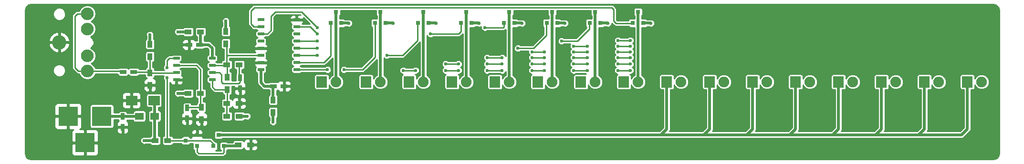
<source format=gbr>
G04 #@! TF.FileFunction,Copper,L1,Top,Signal*
%FSLAX46Y46*%
G04 Gerber Fmt 4.6, Leading zero omitted, Abs format (unit mm)*
G04 Created by KiCad (PCBNEW 4.0.2-stable) date Saturday, September 17, 2016 'AMt' 12:21:50 AM*
%MOMM*%
G01*
G04 APERTURE LIST*
%ADD10C,0.100000*%
%ADD11R,1.200000X0.750000*%
%ADD12R,0.750000X1.200000*%
%ADD13R,3.500120X3.500120*%
%ADD14R,1.900000X2.000000*%
%ADD15C,1.900000*%
%ADD16O,2.540000X2.540000*%
%ADD17O,2.247900X2.247900*%
%ADD18R,0.800100X0.800100*%
%ADD19R,0.900000X1.200000*%
%ADD20R,1.200000X0.900000*%
%ADD21R,1.143000X0.508000*%
%ADD22R,2.000000X1.700000*%
%ADD23R,1.500000X1.300000*%
%ADD24C,0.600000*%
%ADD25C,0.500000*%
%ADD26C,0.250000*%
%ADD27C,0.254000*%
G04 APERTURE END LIST*
D10*
D11*
X77536000Y-113030000D03*
X79436000Y-113030000D03*
D12*
X71628000Y-113472000D03*
X71628000Y-111572000D03*
D11*
X52766000Y-110490000D03*
X50866000Y-110490000D03*
D12*
X62230000Y-118806000D03*
X62230000Y-116906000D03*
D11*
X62550000Y-105664000D03*
X64450000Y-105664000D03*
D12*
X50800000Y-120330000D03*
X50800000Y-118430000D03*
D13*
X47094140Y-118364000D03*
X41094660Y-118364000D03*
X44094400Y-123063000D03*
D14*
X86106000Y-112268000D03*
D15*
X88646000Y-112268000D03*
D14*
X147320000Y-112268000D03*
D15*
X149860000Y-112268000D03*
D14*
X93980000Y-112268000D03*
D15*
X96520000Y-112268000D03*
D14*
X154940000Y-112268000D03*
D15*
X157480000Y-112268000D03*
D14*
X101600000Y-112268000D03*
D15*
X104140000Y-112268000D03*
D14*
X162560000Y-112268000D03*
D15*
X165100000Y-112268000D03*
D14*
X109220000Y-112268000D03*
D15*
X111760000Y-112268000D03*
D14*
X170180000Y-112268000D03*
D15*
X172720000Y-112268000D03*
D14*
X116840000Y-112268000D03*
D15*
X119380000Y-112268000D03*
D14*
X177800000Y-112268000D03*
D15*
X180340000Y-112268000D03*
D14*
X124460000Y-112268000D03*
D15*
X127000000Y-112268000D03*
D14*
X185420000Y-112268000D03*
D15*
X187960000Y-112268000D03*
D14*
X132080000Y-112268000D03*
D15*
X134620000Y-112268000D03*
D14*
X193040000Y-112268000D03*
D15*
X195580000Y-112268000D03*
D14*
X139700000Y-112268000D03*
D15*
X142240000Y-112268000D03*
D14*
X200660000Y-112268000D03*
D15*
X203200000Y-112268000D03*
D16*
X39527480Y-105255060D03*
D17*
X44528740Y-102857300D03*
X44528740Y-107655360D03*
X44528740Y-110355380D03*
X44528740Y-100157280D03*
D18*
X87696000Y-101838760D03*
X89596000Y-101838760D03*
X88646000Y-99839780D03*
X95570000Y-101838760D03*
X97470000Y-101838760D03*
X96520000Y-99839780D03*
X103190000Y-101838760D03*
X105090000Y-101838760D03*
X104140000Y-99839780D03*
X110810000Y-101838760D03*
X112710000Y-101838760D03*
X111760000Y-99839780D03*
X118430000Y-101838760D03*
X120330000Y-101838760D03*
X119380000Y-99839780D03*
X126050000Y-101838760D03*
X127950000Y-101838760D03*
X127000000Y-99839780D03*
X133670000Y-101838760D03*
X135570000Y-101838760D03*
X134620000Y-99839780D03*
X141290000Y-101838760D03*
X143190000Y-101838760D03*
X142240000Y-99839780D03*
D19*
X69088000Y-103294000D03*
X69088000Y-105494000D03*
D20*
X69258000Y-109220000D03*
X71458000Y-109220000D03*
D19*
X69342000Y-113622000D03*
X69342000Y-111422000D03*
X77470000Y-117686000D03*
X77470000Y-115486000D03*
D20*
X71458000Y-116078000D03*
X69258000Y-116078000D03*
X69258000Y-118364000D03*
X71458000Y-118364000D03*
D19*
X55626000Y-105580000D03*
X55626000Y-107780000D03*
X55626000Y-110660000D03*
X55626000Y-112860000D03*
D20*
X64600000Y-114300000D03*
X62400000Y-114300000D03*
D19*
X64770000Y-116756000D03*
X64770000Y-118956000D03*
D20*
X62400000Y-103378000D03*
X64600000Y-103378000D03*
X58758000Y-122682000D03*
X56558000Y-122682000D03*
D21*
X66675000Y-108077000D03*
X66675000Y-109347000D03*
X66675000Y-110617000D03*
X66675000Y-111887000D03*
X60325000Y-111887000D03*
X60325000Y-110617000D03*
X60325000Y-109347000D03*
X60325000Y-108077000D03*
X75311000Y-110109000D03*
X75311000Y-107569000D03*
X75311000Y-106299000D03*
X75311000Y-105029000D03*
X75311000Y-103759000D03*
X75311000Y-102489000D03*
X75311000Y-101219000D03*
X81661000Y-101219000D03*
X81661000Y-102489000D03*
X81661000Y-103759000D03*
X81661000Y-105029000D03*
X81661000Y-106299000D03*
X81661000Y-107569000D03*
X81661000Y-108839000D03*
X81661000Y-110109000D03*
X75311000Y-108839000D03*
D18*
X66868000Y-123682760D03*
X68768000Y-123682760D03*
X67818000Y-121683780D03*
D20*
X71290000Y-123444000D03*
X73490000Y-123444000D03*
D18*
X63992760Y-123632000D03*
X63992760Y-121732000D03*
X61993780Y-122682000D03*
D22*
X52356000Y-115570000D03*
X56356000Y-115570000D03*
D23*
X56468000Y-118364000D03*
X53768000Y-118364000D03*
D24*
X144526000Y-101854000D03*
X136906000Y-101854000D03*
X129286000Y-101854000D03*
X121666000Y-101854000D03*
X114046000Y-101854000D03*
X106426000Y-101854000D03*
X98806000Y-101854000D03*
X90932000Y-101854000D03*
X54610000Y-122682000D03*
X55626000Y-103886000D03*
X60579000Y-103378000D03*
X69088000Y-101473000D03*
X60579000Y-114300000D03*
X77470000Y-119380000D03*
X72898000Y-118364000D03*
X100584000Y-110236000D03*
X102743000Y-110236000D03*
X108077000Y-110236000D03*
X110363000Y-110236000D03*
X115443000Y-110236000D03*
X118110000Y-110236000D03*
X123444000Y-110236000D03*
X125603000Y-110236000D03*
X130810000Y-110236000D03*
X133223000Y-110236000D03*
X138684000Y-110236000D03*
X140843000Y-110236000D03*
X108077000Y-109093000D03*
X110363000Y-109093000D03*
X115443000Y-109093000D03*
X118110000Y-109093000D03*
X123444000Y-109093000D03*
X125603000Y-109093000D03*
X130810000Y-109093000D03*
X133223000Y-109093000D03*
X138684000Y-109093000D03*
X140843000Y-109093000D03*
X115443000Y-107950000D03*
X118110000Y-107950000D03*
X123444000Y-107950000D03*
X125603000Y-107950000D03*
X130810000Y-107950000D03*
X133223000Y-107950000D03*
X138684000Y-107950000D03*
X140843000Y-107950000D03*
X123444000Y-106934000D03*
X125603000Y-106934000D03*
X130810000Y-106934000D03*
X133223000Y-106934000D03*
X138684000Y-106934000D03*
X140843000Y-106934000D03*
X130810000Y-105918000D03*
X133223000Y-105918000D03*
X138684000Y-105918000D03*
X140843000Y-105918000D03*
X138684000Y-104902000D03*
X140843000Y-104902000D03*
X90043000Y-110109000D03*
X87122000Y-110109000D03*
X85344000Y-107569000D03*
X97663000Y-107569000D03*
X85344000Y-103759000D03*
X105410000Y-103759000D03*
X85344000Y-102616000D03*
X115062000Y-102616000D03*
X85344000Y-106299000D03*
X120904000Y-106299000D03*
X85344000Y-105029000D03*
X128651000Y-105029000D03*
X58674000Y-111506000D03*
X58674000Y-109728000D03*
D25*
X77536000Y-113030000D02*
X75946000Y-113030000D01*
X75311000Y-112395000D02*
X75311000Y-110109000D01*
X75946000Y-113030000D02*
X75311000Y-112395000D01*
X77470000Y-115486000D02*
X77470000Y-113096000D01*
X77470000Y-113096000D02*
X77536000Y-113030000D01*
D26*
X71628000Y-111572000D02*
X71628000Y-112268000D01*
X67945000Y-110617000D02*
X66675000Y-110617000D01*
X68326000Y-110998000D02*
X67945000Y-110617000D01*
X68326000Y-112268000D02*
X68326000Y-110998000D01*
X68580000Y-112522000D02*
X68326000Y-112268000D01*
X71374000Y-112522000D02*
X68580000Y-112522000D01*
X71628000Y-112268000D02*
X71374000Y-112522000D01*
X71458000Y-109220000D02*
X71458000Y-111402000D01*
X71458000Y-111402000D02*
X71628000Y-111572000D01*
X55626000Y-110660000D02*
X60282000Y-110660000D01*
X60282000Y-110660000D02*
X60325000Y-110617000D01*
X55626000Y-107780000D02*
X55626000Y-110660000D01*
X52766000Y-110490000D02*
X55456000Y-110490000D01*
X55456000Y-110490000D02*
X55626000Y-110660000D01*
X44528740Y-100157280D02*
X42717720Y-100157280D01*
X42918380Y-110355380D02*
X44528740Y-110355380D01*
X42291000Y-109728000D02*
X42918380Y-110355380D01*
X42291000Y-100584000D02*
X42291000Y-109728000D01*
X42717720Y-100157280D02*
X42291000Y-100584000D01*
X44528740Y-110355380D02*
X50731380Y-110355380D01*
X50731380Y-110355380D02*
X50866000Y-110490000D01*
X64770000Y-116756000D02*
X62380000Y-116756000D01*
X62380000Y-116756000D02*
X62230000Y-116906000D01*
X64600000Y-114300000D02*
X64600000Y-116586000D01*
X64600000Y-116586000D02*
X64770000Y-116756000D01*
X64600000Y-114300000D02*
X64600000Y-110066000D01*
X63881000Y-109347000D02*
X60325000Y-109347000D01*
X64600000Y-110066000D02*
X63881000Y-109347000D01*
D25*
X64450000Y-105664000D02*
X66040000Y-105664000D01*
X66675000Y-106299000D02*
X66675000Y-108077000D01*
X66040000Y-105664000D02*
X66675000Y-106299000D01*
X64600000Y-103378000D02*
X64600000Y-105514000D01*
X64600000Y-105514000D02*
X64450000Y-105664000D01*
D26*
X64450000Y-103528000D02*
X64600000Y-103378000D01*
X64346000Y-105560000D02*
X64450000Y-105664000D01*
D25*
X143190000Y-101838760D02*
X144510760Y-101838760D01*
X144510760Y-101838760D02*
X144526000Y-101854000D01*
X135570000Y-101838760D02*
X136890760Y-101838760D01*
X136890760Y-101838760D02*
X136906000Y-101854000D01*
X127950000Y-101838760D02*
X129270760Y-101838760D01*
X129270760Y-101838760D02*
X129286000Y-101854000D01*
X120330000Y-101838760D02*
X121650760Y-101838760D01*
X121650760Y-101838760D02*
X121666000Y-101854000D01*
X112710000Y-101838760D02*
X114030760Y-101838760D01*
X114030760Y-101838760D02*
X114046000Y-101854000D01*
X105090000Y-101838760D02*
X106410760Y-101838760D01*
X106410760Y-101838760D02*
X106426000Y-101854000D01*
X97470000Y-101838760D02*
X98790760Y-101838760D01*
X98790760Y-101838760D02*
X98806000Y-101854000D01*
X89596000Y-101838760D02*
X90916760Y-101838760D01*
X90916760Y-101838760D02*
X90932000Y-101854000D01*
X56558000Y-122682000D02*
X54610000Y-122682000D01*
X56468000Y-118364000D02*
X56468000Y-122592000D01*
X56468000Y-122592000D02*
X56558000Y-122682000D01*
X56468000Y-118364000D02*
X56468000Y-115682000D01*
X56468000Y-115682000D02*
X56356000Y-115570000D01*
X55626000Y-105580000D02*
X55626000Y-103886000D01*
X62400000Y-103378000D02*
X60579000Y-103378000D01*
X69088000Y-103294000D02*
X69088000Y-101473000D01*
X62400000Y-114300000D02*
X60579000Y-114300000D01*
X77470000Y-117686000D02*
X77470000Y-119380000D01*
X71458000Y-118364000D02*
X72898000Y-118364000D01*
X88646000Y-99839780D02*
X88646000Y-112268000D01*
X192006220Y-121683780D02*
X199626220Y-121683780D01*
X199626220Y-121683780D02*
X200660000Y-120650000D01*
X184386220Y-121683780D02*
X192006220Y-121683780D01*
X192006220Y-121683780D02*
X193040000Y-120650000D01*
X176766220Y-121683780D02*
X184386220Y-121683780D01*
X184386220Y-121683780D02*
X185420000Y-120650000D01*
X169146220Y-121683780D02*
X176766220Y-121683780D01*
X176766220Y-121683780D02*
X177800000Y-120650000D01*
X161526220Y-121683780D02*
X169146220Y-121683780D01*
X169146220Y-121683780D02*
X170180000Y-120650000D01*
X153906220Y-121683780D02*
X161526220Y-121683780D01*
X161526220Y-121683780D02*
X162560000Y-120650000D01*
X146286220Y-121683780D02*
X153906220Y-121683780D01*
X153906220Y-121683780D02*
X154940000Y-120650000D01*
X67818000Y-121683780D02*
X146286220Y-121683780D01*
X146286220Y-121683780D02*
X147320000Y-120650000D01*
X200660000Y-112268000D02*
X200660000Y-120650000D01*
X193040000Y-112268000D02*
X193040000Y-120650000D01*
X185420000Y-112268000D02*
X185420000Y-120650000D01*
X177800000Y-112268000D02*
X177800000Y-120650000D01*
X170180000Y-112268000D02*
X170180000Y-120650000D01*
X162560000Y-112268000D02*
X162560000Y-120650000D01*
X154940000Y-112268000D02*
X154940000Y-120650000D01*
X147320000Y-112268000D02*
X147320000Y-120650000D01*
D26*
X102743000Y-110236000D02*
X100584000Y-110236000D01*
X110363000Y-110236000D02*
X108077000Y-110236000D01*
X118110000Y-110236000D02*
X115443000Y-110236000D01*
X125603000Y-110236000D02*
X123444000Y-110236000D01*
X133223000Y-110236000D02*
X130810000Y-110236000D01*
X140843000Y-110236000D02*
X138684000Y-110236000D01*
D25*
X96520000Y-99966780D02*
X96520000Y-112268000D01*
X96454000Y-112202000D02*
X96520000Y-112268000D01*
D26*
X110363000Y-109093000D02*
X108077000Y-109093000D01*
X118110000Y-109093000D02*
X115443000Y-109093000D01*
X125603000Y-109093000D02*
X123444000Y-109093000D01*
X133223000Y-109093000D02*
X130810000Y-109093000D01*
X140843000Y-109093000D02*
X138684000Y-109093000D01*
D25*
X104140000Y-99839780D02*
X104140000Y-112268000D01*
X104074000Y-112202000D02*
X104140000Y-112268000D01*
D26*
X118110000Y-107950000D02*
X115443000Y-107950000D01*
X125603000Y-107950000D02*
X123444000Y-107950000D01*
X133223000Y-107950000D02*
X130810000Y-107950000D01*
X140843000Y-107950000D02*
X138684000Y-107950000D01*
D25*
X111760000Y-99839780D02*
X111760000Y-112268000D01*
X111694000Y-112202000D02*
X111760000Y-112268000D01*
D26*
X125603000Y-106934000D02*
X123444000Y-106934000D01*
X133223000Y-106934000D02*
X130810000Y-106934000D01*
X140843000Y-106934000D02*
X138684000Y-106934000D01*
D25*
X119380000Y-99839780D02*
X119380000Y-112268000D01*
X119314000Y-112202000D02*
X119380000Y-112268000D01*
D26*
X133223000Y-105918000D02*
X130810000Y-105918000D01*
X140843000Y-105918000D02*
X138684000Y-105918000D01*
D25*
X127000000Y-99839780D02*
X127000000Y-112268000D01*
X126934000Y-112202000D02*
X127000000Y-112268000D01*
D26*
X140843000Y-104902000D02*
X138684000Y-104902000D01*
D25*
X134620000Y-99839780D02*
X134620000Y-112268000D01*
X134554000Y-112202000D02*
X134620000Y-112268000D01*
X142240000Y-99839780D02*
X142240000Y-112268000D01*
X142174000Y-112202000D02*
X142240000Y-112268000D01*
X68768000Y-123682760D02*
X71051240Y-123682760D01*
X71051240Y-123682760D02*
X71290000Y-123444000D01*
D26*
X63992760Y-123632000D02*
X63992760Y-124698760D01*
X68768000Y-124780000D02*
X68768000Y-123682760D01*
X68580000Y-124968000D02*
X68768000Y-124780000D01*
X64262000Y-124968000D02*
X68580000Y-124968000D01*
X63992760Y-124698760D02*
X64262000Y-124968000D01*
X81661000Y-108839000D02*
X86487000Y-108839000D01*
X87696000Y-107630000D02*
X87696000Y-101838760D01*
X86487000Y-108839000D02*
X87696000Y-107630000D01*
X92710000Y-110109000D02*
X93345000Y-110109000D01*
X90043000Y-110109000D02*
X92710000Y-110109000D01*
X81661000Y-110109000D02*
X87122000Y-110109000D01*
X95570000Y-107884000D02*
X95570000Y-101838760D01*
X93345000Y-110109000D02*
X95570000Y-107884000D01*
X102174000Y-105852000D02*
X103124000Y-104902000D01*
X97663000Y-107569000D02*
X99695000Y-107569000D01*
X99695000Y-107569000D02*
X100457000Y-107569000D01*
X100457000Y-107569000D02*
X102174000Y-105852000D01*
X81661000Y-107569000D02*
X85344000Y-107569000D01*
X103124000Y-104902000D02*
X103124000Y-101904760D01*
X103124000Y-101904760D02*
X103190000Y-101838760D01*
X108458000Y-103759000D02*
X110363000Y-103759000D01*
X84074000Y-102489000D02*
X85344000Y-103759000D01*
X105410000Y-103759000D02*
X107950000Y-103759000D01*
X107950000Y-103759000D02*
X108458000Y-103759000D01*
X81661000Y-102489000D02*
X84074000Y-102489000D01*
X110810000Y-103312000D02*
X110810000Y-101838760D01*
X110363000Y-103759000D02*
X110810000Y-103312000D01*
X116967000Y-102616000D02*
X118364000Y-102616000D01*
X115951000Y-102616000D02*
X116967000Y-102616000D01*
X118430000Y-102550000D02*
X118430000Y-101838760D01*
X118364000Y-102616000D02*
X118430000Y-102550000D01*
X76454000Y-103759000D02*
X77089000Y-103124000D01*
X77089000Y-103124000D02*
X77089000Y-100584000D01*
X77089000Y-100584000D02*
X77851000Y-99822000D01*
X77851000Y-99822000D02*
X82550000Y-99822000D01*
X82550000Y-99822000D02*
X85344000Y-102616000D01*
X75311000Y-103759000D02*
X76454000Y-103759000D01*
X115062000Y-102616000D02*
X115951000Y-102616000D01*
X115951000Y-102616000D02*
X115824000Y-102616000D01*
X125034000Y-104963000D02*
X125984000Y-104013000D01*
X120904000Y-106299000D02*
X123698000Y-106299000D01*
X123698000Y-106299000D02*
X125034000Y-104963000D01*
X81661000Y-106299000D02*
X85344000Y-106299000D01*
X125984000Y-104013000D02*
X125984000Y-101904760D01*
X125984000Y-101904760D02*
X126050000Y-101838760D01*
X132654000Y-103820000D02*
X133604000Y-102870000D01*
X128651000Y-105029000D02*
X131445000Y-105029000D01*
X131445000Y-105029000D02*
X132654000Y-103820000D01*
X81661000Y-105029000D02*
X85344000Y-105029000D01*
X133604000Y-102870000D02*
X133604000Y-101904760D01*
X133604000Y-101904760D02*
X133670000Y-101838760D01*
X140258760Y-101854000D02*
X141274760Y-101854000D01*
X141274760Y-101854000D02*
X141290000Y-101838760D01*
X75311000Y-102489000D02*
X74041000Y-102489000D01*
X138303000Y-101854000D02*
X140258760Y-101854000D01*
X137922000Y-101473000D02*
X138303000Y-101854000D01*
X137922000Y-99441000D02*
X137922000Y-101473000D01*
X137541000Y-99060000D02*
X137922000Y-99441000D01*
X74168000Y-99060000D02*
X137541000Y-99060000D01*
X73533000Y-99695000D02*
X74168000Y-99060000D01*
X73533000Y-101981000D02*
X73533000Y-99695000D01*
X74041000Y-102489000D02*
X73533000Y-101981000D01*
X140258760Y-101854000D02*
X140274000Y-101838760D01*
X75311000Y-107569000D02*
X69258000Y-107569000D01*
X69342000Y-107696000D02*
X69258000Y-107696000D01*
X69342000Y-107653000D02*
X69342000Y-107696000D01*
X69258000Y-107569000D02*
X69342000Y-107653000D01*
X69258000Y-109220000D02*
X69258000Y-107696000D01*
X69258000Y-107696000D02*
X69258000Y-105664000D01*
X69258000Y-105664000D02*
X69088000Y-105494000D01*
X69342000Y-111422000D02*
X69342000Y-109304000D01*
X69342000Y-109304000D02*
X69299000Y-109347000D01*
X69299000Y-109347000D02*
X66675000Y-109347000D01*
X69258000Y-118364000D02*
X69258000Y-116078000D01*
X69342000Y-113622000D02*
X69342000Y-115994000D01*
X69342000Y-115994000D02*
X69258000Y-116078000D01*
X69342000Y-113622000D02*
X67140000Y-113622000D01*
X66675000Y-113157000D02*
X66675000Y-111887000D01*
X67140000Y-113622000D02*
X66675000Y-113157000D01*
X61993780Y-122682000D02*
X66294000Y-122682000D01*
X66868000Y-123256000D02*
X66868000Y-123682760D01*
X66294000Y-122682000D02*
X66868000Y-123256000D01*
X58758000Y-122682000D02*
X61993780Y-122682000D01*
X60325000Y-108077000D02*
X59055000Y-108077000D01*
X58674000Y-122174000D02*
X58758000Y-122258000D01*
X58674000Y-121920000D02*
X58674000Y-122174000D01*
X58674000Y-121412000D02*
X58674000Y-121920000D01*
X58674000Y-111506000D02*
X58674000Y-121412000D01*
X58674000Y-108458000D02*
X58674000Y-109728000D01*
X59055000Y-108077000D02*
X58674000Y-108458000D01*
X58758000Y-122258000D02*
X58758000Y-122682000D01*
D25*
X50800000Y-118430000D02*
X53702000Y-118430000D01*
X53702000Y-118430000D02*
X53768000Y-118364000D01*
X47094140Y-118364000D02*
X50734000Y-118364000D01*
X50734000Y-118364000D02*
X50800000Y-118430000D01*
X47160140Y-118430000D02*
X47094140Y-118364000D01*
D27*
G36*
X205637288Y-98589550D02*
X205980873Y-98819127D01*
X206210449Y-99162712D01*
X206300000Y-99612912D01*
X206300000Y-124923088D01*
X206210449Y-125373288D01*
X205980873Y-125716873D01*
X205637288Y-125946450D01*
X205187088Y-126036000D01*
X34588912Y-126036000D01*
X34138712Y-125946449D01*
X33795127Y-125716873D01*
X33565550Y-125373288D01*
X33476000Y-124923088D01*
X33476000Y-123348750D01*
X41709340Y-123348750D01*
X41709340Y-124939370D01*
X41806013Y-125172759D01*
X41984642Y-125351387D01*
X42218031Y-125448060D01*
X43808650Y-125448060D01*
X43967400Y-125289310D01*
X43967400Y-123190000D01*
X44221400Y-123190000D01*
X44221400Y-125289310D01*
X44380150Y-125448060D01*
X45970769Y-125448060D01*
X46204158Y-125351387D01*
X46382787Y-125172759D01*
X46479460Y-124939370D01*
X46479460Y-123348750D01*
X46320710Y-123190000D01*
X44221400Y-123190000D01*
X43967400Y-123190000D01*
X41868090Y-123190000D01*
X41709340Y-123348750D01*
X33476000Y-123348750D01*
X33476000Y-118649750D01*
X38709600Y-118649750D01*
X38709600Y-120240370D01*
X38806273Y-120473759D01*
X38984902Y-120652387D01*
X39218291Y-120749060D01*
X40808910Y-120749060D01*
X40967660Y-120590310D01*
X40967660Y-118491000D01*
X41221660Y-118491000D01*
X41221660Y-120590310D01*
X41380410Y-120749060D01*
X42046332Y-120749060D01*
X41984642Y-120774613D01*
X41806013Y-120953241D01*
X41709340Y-121186630D01*
X41709340Y-122777250D01*
X41868090Y-122936000D01*
X43967400Y-122936000D01*
X43967400Y-120836690D01*
X44221400Y-120836690D01*
X44221400Y-122936000D01*
X46320710Y-122936000D01*
X46439845Y-122816865D01*
X53928882Y-122816865D01*
X54032339Y-123067252D01*
X54223741Y-123258987D01*
X54473946Y-123362882D01*
X54744865Y-123363118D01*
X54866161Y-123313000D01*
X55621720Y-123313000D01*
X55679546Y-123402865D01*
X55806866Y-123489859D01*
X55958000Y-123520464D01*
X57158000Y-123520464D01*
X57299190Y-123493897D01*
X57428865Y-123410454D01*
X57515859Y-123283134D01*
X57546464Y-123132000D01*
X57546464Y-122232000D01*
X57519897Y-122090810D01*
X57436454Y-121961135D01*
X57309134Y-121874141D01*
X57158000Y-121843536D01*
X57099000Y-121843536D01*
X57099000Y-119402464D01*
X57218000Y-119402464D01*
X57359190Y-119375897D01*
X57488865Y-119292454D01*
X57575859Y-119165134D01*
X57606464Y-119014000D01*
X57606464Y-117714000D01*
X57579897Y-117572810D01*
X57496454Y-117443135D01*
X57369134Y-117356141D01*
X57218000Y-117325536D01*
X57099000Y-117325536D01*
X57099000Y-116808464D01*
X57356000Y-116808464D01*
X57497190Y-116781897D01*
X57626865Y-116698454D01*
X57713859Y-116571134D01*
X57744464Y-116420000D01*
X57744464Y-114720000D01*
X57717897Y-114578810D01*
X57634454Y-114449135D01*
X57507134Y-114362141D01*
X57356000Y-114331536D01*
X55356000Y-114331536D01*
X55214810Y-114358103D01*
X55085135Y-114441546D01*
X54998141Y-114568866D01*
X54967536Y-114720000D01*
X54967536Y-116420000D01*
X54994103Y-116561190D01*
X55077546Y-116690865D01*
X55204866Y-116777859D01*
X55356000Y-116808464D01*
X55837000Y-116808464D01*
X55837000Y-117325536D01*
X55718000Y-117325536D01*
X55576810Y-117352103D01*
X55447135Y-117435546D01*
X55360141Y-117562866D01*
X55329536Y-117714000D01*
X55329536Y-119014000D01*
X55356103Y-119155190D01*
X55439546Y-119284865D01*
X55566866Y-119371859D01*
X55718000Y-119402464D01*
X55837000Y-119402464D01*
X55837000Y-121866304D01*
X55816810Y-121870103D01*
X55687135Y-121953546D01*
X55620548Y-122051000D01*
X54866182Y-122051000D01*
X54746054Y-122001118D01*
X54475135Y-122000882D01*
X54224748Y-122104339D01*
X54033013Y-122295741D01*
X53929118Y-122545946D01*
X53928882Y-122816865D01*
X46439845Y-122816865D01*
X46479460Y-122777250D01*
X46479460Y-121186630D01*
X46382787Y-120953241D01*
X46204158Y-120774613D01*
X45970769Y-120677940D01*
X44380150Y-120677940D01*
X44221400Y-120836690D01*
X43967400Y-120836690D01*
X43808650Y-120677940D01*
X43142728Y-120677940D01*
X43204418Y-120652387D01*
X43241055Y-120615750D01*
X49790000Y-120615750D01*
X49790000Y-121056309D01*
X49886673Y-121289698D01*
X50065301Y-121468327D01*
X50298690Y-121565000D01*
X50514250Y-121565000D01*
X50673000Y-121406250D01*
X50673000Y-120457000D01*
X50927000Y-120457000D01*
X50927000Y-121406250D01*
X51085750Y-121565000D01*
X51301310Y-121565000D01*
X51534699Y-121468327D01*
X51713327Y-121289698D01*
X51810000Y-121056309D01*
X51810000Y-120615750D01*
X51651250Y-120457000D01*
X50927000Y-120457000D01*
X50673000Y-120457000D01*
X49948750Y-120457000D01*
X49790000Y-120615750D01*
X43241055Y-120615750D01*
X43383047Y-120473759D01*
X43479720Y-120240370D01*
X43479720Y-118649750D01*
X43320970Y-118491000D01*
X41221660Y-118491000D01*
X40967660Y-118491000D01*
X38868350Y-118491000D01*
X38709600Y-118649750D01*
X33476000Y-118649750D01*
X33476000Y-116487630D01*
X38709600Y-116487630D01*
X38709600Y-118078250D01*
X38868350Y-118237000D01*
X40967660Y-118237000D01*
X40967660Y-116137690D01*
X41221660Y-116137690D01*
X41221660Y-118237000D01*
X43320970Y-118237000D01*
X43479720Y-118078250D01*
X43479720Y-116613940D01*
X44955616Y-116613940D01*
X44955616Y-120114060D01*
X44982183Y-120255250D01*
X45065626Y-120384925D01*
X45192946Y-120471919D01*
X45344080Y-120502524D01*
X48844200Y-120502524D01*
X48985390Y-120475957D01*
X49115065Y-120392514D01*
X49202059Y-120265194D01*
X49232664Y-120114060D01*
X49232664Y-118995000D01*
X50036536Y-118995000D01*
X50036536Y-119030000D01*
X50063103Y-119171190D01*
X50073972Y-119188081D01*
X50065301Y-119191673D01*
X49886673Y-119370302D01*
X49790000Y-119603691D01*
X49790000Y-120044250D01*
X49948750Y-120203000D01*
X50673000Y-120203000D01*
X50673000Y-120183000D01*
X50927000Y-120183000D01*
X50927000Y-120203000D01*
X51651250Y-120203000D01*
X51810000Y-120044250D01*
X51810000Y-119603691D01*
X51713327Y-119370302D01*
X51534699Y-119191673D01*
X51527652Y-119188754D01*
X51532859Y-119181134D01*
X51557186Y-119061000D01*
X52638380Y-119061000D01*
X52656103Y-119155190D01*
X52739546Y-119284865D01*
X52866866Y-119371859D01*
X53018000Y-119402464D01*
X54518000Y-119402464D01*
X54659190Y-119375897D01*
X54788865Y-119292454D01*
X54875859Y-119165134D01*
X54906464Y-119014000D01*
X54906464Y-117714000D01*
X54879897Y-117572810D01*
X54796454Y-117443135D01*
X54669134Y-117356141D01*
X54518000Y-117325536D01*
X53018000Y-117325536D01*
X52876810Y-117352103D01*
X52747135Y-117435546D01*
X52660141Y-117562866D01*
X52629536Y-117714000D01*
X52629536Y-117799000D01*
X51557631Y-117799000D01*
X51536897Y-117688810D01*
X51453454Y-117559135D01*
X51326134Y-117472141D01*
X51175000Y-117441536D01*
X50425000Y-117441536D01*
X50283810Y-117468103D01*
X50154135Y-117551546D01*
X50067141Y-117678866D01*
X50056179Y-117733000D01*
X49232664Y-117733000D01*
X49232664Y-116613940D01*
X49206097Y-116472750D01*
X49122654Y-116343075D01*
X48995334Y-116256081D01*
X48844200Y-116225476D01*
X45344080Y-116225476D01*
X45202890Y-116252043D01*
X45073215Y-116335486D01*
X44986221Y-116462806D01*
X44955616Y-116613940D01*
X43479720Y-116613940D01*
X43479720Y-116487630D01*
X43383047Y-116254241D01*
X43204418Y-116075613D01*
X42971029Y-115978940D01*
X41380410Y-115978940D01*
X41221660Y-116137690D01*
X40967660Y-116137690D01*
X40808910Y-115978940D01*
X39218291Y-115978940D01*
X38984902Y-116075613D01*
X38806273Y-116254241D01*
X38709600Y-116487630D01*
X33476000Y-116487630D01*
X33476000Y-115855750D01*
X50721000Y-115855750D01*
X50721000Y-116546310D01*
X50817673Y-116779699D01*
X50996302Y-116958327D01*
X51229691Y-117055000D01*
X52070250Y-117055000D01*
X52229000Y-116896250D01*
X52229000Y-115697000D01*
X52483000Y-115697000D01*
X52483000Y-116896250D01*
X52641750Y-117055000D01*
X53482309Y-117055000D01*
X53715698Y-116958327D01*
X53894327Y-116779699D01*
X53991000Y-116546310D01*
X53991000Y-115855750D01*
X53832250Y-115697000D01*
X52483000Y-115697000D01*
X52229000Y-115697000D01*
X50879750Y-115697000D01*
X50721000Y-115855750D01*
X33476000Y-115855750D01*
X33476000Y-114593690D01*
X50721000Y-114593690D01*
X50721000Y-115284250D01*
X50879750Y-115443000D01*
X52229000Y-115443000D01*
X52229000Y-114243750D01*
X52483000Y-114243750D01*
X52483000Y-115443000D01*
X53832250Y-115443000D01*
X53991000Y-115284250D01*
X53991000Y-114593690D01*
X53894327Y-114360301D01*
X53715698Y-114181673D01*
X53482309Y-114085000D01*
X52641750Y-114085000D01*
X52483000Y-114243750D01*
X52229000Y-114243750D01*
X52070250Y-114085000D01*
X51229691Y-114085000D01*
X50996302Y-114181673D01*
X50817673Y-114360301D01*
X50721000Y-114593690D01*
X33476000Y-114593690D01*
X33476000Y-113145750D01*
X54541000Y-113145750D01*
X54541000Y-113586309D01*
X54637673Y-113819698D01*
X54816301Y-113998327D01*
X55049690Y-114095000D01*
X55340250Y-114095000D01*
X55499000Y-113936250D01*
X55499000Y-112987000D01*
X55753000Y-112987000D01*
X55753000Y-113936250D01*
X55911750Y-114095000D01*
X56202310Y-114095000D01*
X56435699Y-113998327D01*
X56614327Y-113819698D01*
X56711000Y-113586309D01*
X56711000Y-113145750D01*
X56552250Y-112987000D01*
X55753000Y-112987000D01*
X55499000Y-112987000D01*
X54699750Y-112987000D01*
X54541000Y-113145750D01*
X33476000Y-113145750D01*
X33476000Y-110477624D01*
X38396984Y-110477624D01*
X38568699Y-110893207D01*
X38886380Y-111211443D01*
X39301663Y-111383883D01*
X39751324Y-111384276D01*
X40166907Y-111212561D01*
X40485143Y-110894880D01*
X40657583Y-110479597D01*
X40657976Y-110029936D01*
X40486261Y-109614353D01*
X40168580Y-109296117D01*
X39753297Y-109123677D01*
X39303636Y-109123284D01*
X38888053Y-109294999D01*
X38569817Y-109612680D01*
X38397377Y-110027963D01*
X38396984Y-110477624D01*
X33476000Y-110477624D01*
X33476000Y-105677841D01*
X37669987Y-105677841D01*
X37915077Y-106269559D01*
X38426046Y-106809375D01*
X39104698Y-107112560D01*
X39400480Y-106997079D01*
X39400480Y-105382060D01*
X39654480Y-105382060D01*
X39654480Y-106997079D01*
X39950262Y-107112560D01*
X40628914Y-106809375D01*
X41139883Y-106269559D01*
X41384973Y-105677841D01*
X41269106Y-105382060D01*
X39654480Y-105382060D01*
X39400480Y-105382060D01*
X37785854Y-105382060D01*
X37669987Y-105677841D01*
X33476000Y-105677841D01*
X33476000Y-104832279D01*
X37669987Y-104832279D01*
X37785854Y-105128060D01*
X39400480Y-105128060D01*
X39400480Y-103513041D01*
X39654480Y-103513041D01*
X39654480Y-105128060D01*
X41269106Y-105128060D01*
X41384973Y-104832279D01*
X41139883Y-104240561D01*
X40628914Y-103700745D01*
X39950262Y-103397560D01*
X39654480Y-103513041D01*
X39400480Y-103513041D01*
X39104698Y-103397560D01*
X38426046Y-103700745D01*
X37915077Y-104240561D01*
X37669987Y-104832279D01*
X33476000Y-104832279D01*
X33476000Y-100480184D01*
X38396984Y-100480184D01*
X38568699Y-100895767D01*
X38886380Y-101214003D01*
X39301663Y-101386443D01*
X39751324Y-101386836D01*
X40166907Y-101215121D01*
X40485143Y-100897440D01*
X40615294Y-100584000D01*
X41785000Y-100584000D01*
X41785000Y-109728000D01*
X41823517Y-109921638D01*
X41933204Y-110085796D01*
X42560584Y-110713176D01*
X42724742Y-110822863D01*
X42918380Y-110861380D01*
X43094955Y-110861380D01*
X43108863Y-110931299D01*
X43435096Y-111419540D01*
X43923337Y-111745773D01*
X44499256Y-111860330D01*
X44558224Y-111860330D01*
X45134143Y-111745773D01*
X45622384Y-111419540D01*
X45948617Y-110931299D01*
X45962525Y-110861380D01*
X49877536Y-110861380D01*
X49877536Y-110865000D01*
X49904103Y-111006190D01*
X49987546Y-111135865D01*
X50114866Y-111222859D01*
X50266000Y-111253464D01*
X51466000Y-111253464D01*
X51607190Y-111226897D01*
X51736865Y-111143454D01*
X51816980Y-111026202D01*
X51887546Y-111135865D01*
X52014866Y-111222859D01*
X52166000Y-111253464D01*
X53366000Y-111253464D01*
X53507190Y-111226897D01*
X53636865Y-111143454D01*
X53723859Y-111016134D01*
X53727936Y-110996000D01*
X54787536Y-110996000D01*
X54787536Y-111260000D01*
X54814103Y-111401190D01*
X54897546Y-111530865D01*
X55024866Y-111617859D01*
X55060130Y-111625000D01*
X55049690Y-111625000D01*
X54816301Y-111721673D01*
X54637673Y-111900302D01*
X54541000Y-112133691D01*
X54541000Y-112574250D01*
X54699750Y-112733000D01*
X55499000Y-112733000D01*
X55499000Y-112713000D01*
X55753000Y-112713000D01*
X55753000Y-112733000D01*
X56552250Y-112733000D01*
X56711000Y-112574250D01*
X56711000Y-112133691D01*
X56614327Y-111900302D01*
X56435699Y-111721673D01*
X56202310Y-111625000D01*
X56200699Y-111625000D01*
X56217190Y-111621897D01*
X56346865Y-111538454D01*
X56433859Y-111411134D01*
X56464464Y-111260000D01*
X56464464Y-111166000D01*
X58077804Y-111166000D01*
X57993118Y-111369946D01*
X57992882Y-111640865D01*
X58096339Y-111891252D01*
X58168000Y-111963038D01*
X58168000Y-121843536D01*
X58158000Y-121843536D01*
X58016810Y-121870103D01*
X57887135Y-121953546D01*
X57800141Y-122080866D01*
X57769536Y-122232000D01*
X57769536Y-123132000D01*
X57796103Y-123273190D01*
X57879546Y-123402865D01*
X58006866Y-123489859D01*
X58158000Y-123520464D01*
X59358000Y-123520464D01*
X59499190Y-123493897D01*
X59628865Y-123410454D01*
X59715859Y-123283134D01*
X59735124Y-123188000D01*
X61225202Y-123188000D01*
X61231833Y-123223240D01*
X61315276Y-123352915D01*
X61442596Y-123439909D01*
X61593730Y-123470514D01*
X62393830Y-123470514D01*
X62535020Y-123443947D01*
X62664695Y-123360504D01*
X62751689Y-123233184D01*
X62760839Y-123188000D01*
X63213146Y-123188000D01*
X63204246Y-123231950D01*
X63204246Y-124032050D01*
X63230813Y-124173240D01*
X63314256Y-124302915D01*
X63441576Y-124389909D01*
X63486760Y-124399059D01*
X63486760Y-124698760D01*
X63525277Y-124892398D01*
X63634964Y-125056556D01*
X63904204Y-125325796D01*
X64068362Y-125435483D01*
X64262000Y-125474000D01*
X68580000Y-125474000D01*
X68773638Y-125435483D01*
X68937796Y-125325796D01*
X69125796Y-125137796D01*
X69235483Y-124973638D01*
X69274000Y-124780000D01*
X69274000Y-124451338D01*
X69309240Y-124444707D01*
X69438915Y-124361264D01*
X69471373Y-124313760D01*
X71051240Y-124313760D01*
X71208576Y-124282464D01*
X71890000Y-124282464D01*
X72031190Y-124255897D01*
X72160865Y-124172454D01*
X72247859Y-124045134D01*
X72255000Y-124009870D01*
X72255000Y-124020310D01*
X72351673Y-124253699D01*
X72530302Y-124432327D01*
X72763691Y-124529000D01*
X73204250Y-124529000D01*
X73363000Y-124370250D01*
X73363000Y-123571000D01*
X73617000Y-123571000D01*
X73617000Y-124370250D01*
X73775750Y-124529000D01*
X74216309Y-124529000D01*
X74449698Y-124432327D01*
X74628327Y-124253699D01*
X74725000Y-124020310D01*
X74725000Y-123729750D01*
X74566250Y-123571000D01*
X73617000Y-123571000D01*
X73363000Y-123571000D01*
X73343000Y-123571000D01*
X73343000Y-123317000D01*
X73363000Y-123317000D01*
X73363000Y-122517750D01*
X73617000Y-122517750D01*
X73617000Y-123317000D01*
X74566250Y-123317000D01*
X74725000Y-123158250D01*
X74725000Y-122867690D01*
X74628327Y-122634301D01*
X74449698Y-122455673D01*
X74216309Y-122359000D01*
X73775750Y-122359000D01*
X73617000Y-122517750D01*
X73363000Y-122517750D01*
X73204250Y-122359000D01*
X72763691Y-122359000D01*
X72530302Y-122455673D01*
X72351673Y-122634301D01*
X72255000Y-122867690D01*
X72255000Y-122869301D01*
X72251897Y-122852810D01*
X72168454Y-122723135D01*
X72041134Y-122636141D01*
X71890000Y-122605536D01*
X70690000Y-122605536D01*
X70548810Y-122632103D01*
X70419135Y-122715546D01*
X70332141Y-122842866D01*
X70301536Y-122994000D01*
X70301536Y-123051760D01*
X69472188Y-123051760D01*
X69446504Y-123011845D01*
X69319184Y-122924851D01*
X69168050Y-122894246D01*
X68367950Y-122894246D01*
X68226760Y-122920813D01*
X68097085Y-123004256D01*
X68010091Y-123131576D01*
X67979486Y-123282710D01*
X67979486Y-124082810D01*
X68006053Y-124224000D01*
X68089496Y-124353675D01*
X68216816Y-124440669D01*
X68262000Y-124449819D01*
X68262000Y-124462000D01*
X67317337Y-124462000D01*
X67409240Y-124444707D01*
X67538915Y-124361264D01*
X67625909Y-124233944D01*
X67656514Y-124082810D01*
X67656514Y-123282710D01*
X67629947Y-123141520D01*
X67546504Y-123011845D01*
X67419184Y-122924851D01*
X67268050Y-122894246D01*
X67221838Y-122894246D01*
X66651796Y-122324204D01*
X66487638Y-122214517D01*
X66294000Y-122176000D01*
X65027810Y-122176000D01*
X65027810Y-122017750D01*
X64869060Y-121859000D01*
X64119760Y-121859000D01*
X64119760Y-121879000D01*
X63865760Y-121879000D01*
X63865760Y-121859000D01*
X63116460Y-121859000D01*
X62957710Y-122017750D01*
X62957710Y-122176000D01*
X62762358Y-122176000D01*
X62755727Y-122140760D01*
X62672284Y-122011085D01*
X62544964Y-121924091D01*
X62393830Y-121893486D01*
X61593730Y-121893486D01*
X61452540Y-121920053D01*
X61322865Y-122003496D01*
X61235871Y-122130816D01*
X61226721Y-122176000D01*
X59735927Y-122176000D01*
X59719897Y-122090810D01*
X59636454Y-121961135D01*
X59509134Y-121874141D01*
X59358000Y-121843536D01*
X59180000Y-121843536D01*
X59180000Y-121205641D01*
X62957710Y-121205641D01*
X62957710Y-121446250D01*
X63116460Y-121605000D01*
X63865760Y-121605000D01*
X63865760Y-120855700D01*
X64119760Y-120855700D01*
X64119760Y-121605000D01*
X64869060Y-121605000D01*
X65027810Y-121446250D01*
X65027810Y-121283730D01*
X67029486Y-121283730D01*
X67029486Y-122083830D01*
X67056053Y-122225020D01*
X67139496Y-122354695D01*
X67266816Y-122441689D01*
X67417950Y-122472294D01*
X68218050Y-122472294D01*
X68359240Y-122445727D01*
X68488915Y-122362284D01*
X68521373Y-122314780D01*
X199626220Y-122314780D01*
X199867693Y-122266748D01*
X200072404Y-122129964D01*
X201106185Y-121096184D01*
X201242968Y-120891473D01*
X201291000Y-120650000D01*
X201291000Y-113656464D01*
X201610000Y-113656464D01*
X201751190Y-113629897D01*
X201880865Y-113546454D01*
X201967859Y-113419134D01*
X201998464Y-113268000D01*
X201998464Y-112845476D01*
X202070975Y-113020966D01*
X202445065Y-113395709D01*
X202934086Y-113598769D01*
X203463591Y-113599231D01*
X203952966Y-113397025D01*
X204327709Y-113022935D01*
X204530769Y-112533914D01*
X204531231Y-112004409D01*
X204329025Y-111515034D01*
X203954935Y-111140291D01*
X203465914Y-110937231D01*
X202936409Y-110936769D01*
X202447034Y-111138975D01*
X202072291Y-111513065D01*
X201998464Y-111690860D01*
X201998464Y-111268000D01*
X201971897Y-111126810D01*
X201888454Y-110997135D01*
X201761134Y-110910141D01*
X201610000Y-110879536D01*
X199710000Y-110879536D01*
X199568810Y-110906103D01*
X199439135Y-110989546D01*
X199352141Y-111116866D01*
X199321536Y-111268000D01*
X199321536Y-113268000D01*
X199348103Y-113409190D01*
X199431546Y-113538865D01*
X199558866Y-113625859D01*
X199710000Y-113656464D01*
X200029000Y-113656464D01*
X200029000Y-120388631D01*
X199364852Y-121052780D01*
X193515187Y-121052780D01*
X193622968Y-120891473D01*
X193671000Y-120650000D01*
X193671000Y-113656464D01*
X193990000Y-113656464D01*
X194131190Y-113629897D01*
X194260865Y-113546454D01*
X194347859Y-113419134D01*
X194378464Y-113268000D01*
X194378464Y-112845476D01*
X194450975Y-113020966D01*
X194825065Y-113395709D01*
X195314086Y-113598769D01*
X195843591Y-113599231D01*
X196332966Y-113397025D01*
X196707709Y-113022935D01*
X196910769Y-112533914D01*
X196911231Y-112004409D01*
X196709025Y-111515034D01*
X196334935Y-111140291D01*
X195845914Y-110937231D01*
X195316409Y-110936769D01*
X194827034Y-111138975D01*
X194452291Y-111513065D01*
X194378464Y-111690860D01*
X194378464Y-111268000D01*
X194351897Y-111126810D01*
X194268454Y-110997135D01*
X194141134Y-110910141D01*
X193990000Y-110879536D01*
X192090000Y-110879536D01*
X191948810Y-110906103D01*
X191819135Y-110989546D01*
X191732141Y-111116866D01*
X191701536Y-111268000D01*
X191701536Y-113268000D01*
X191728103Y-113409190D01*
X191811546Y-113538865D01*
X191938866Y-113625859D01*
X192090000Y-113656464D01*
X192409000Y-113656464D01*
X192409000Y-120388631D01*
X191744852Y-121052780D01*
X185895187Y-121052780D01*
X186002968Y-120891473D01*
X186051000Y-120650000D01*
X186051000Y-113656464D01*
X186370000Y-113656464D01*
X186511190Y-113629897D01*
X186640865Y-113546454D01*
X186727859Y-113419134D01*
X186758464Y-113268000D01*
X186758464Y-112845476D01*
X186830975Y-113020966D01*
X187205065Y-113395709D01*
X187694086Y-113598769D01*
X188223591Y-113599231D01*
X188712966Y-113397025D01*
X189087709Y-113022935D01*
X189290769Y-112533914D01*
X189291231Y-112004409D01*
X189089025Y-111515034D01*
X188714935Y-111140291D01*
X188225914Y-110937231D01*
X187696409Y-110936769D01*
X187207034Y-111138975D01*
X186832291Y-111513065D01*
X186758464Y-111690860D01*
X186758464Y-111268000D01*
X186731897Y-111126810D01*
X186648454Y-110997135D01*
X186521134Y-110910141D01*
X186370000Y-110879536D01*
X184470000Y-110879536D01*
X184328810Y-110906103D01*
X184199135Y-110989546D01*
X184112141Y-111116866D01*
X184081536Y-111268000D01*
X184081536Y-113268000D01*
X184108103Y-113409190D01*
X184191546Y-113538865D01*
X184318866Y-113625859D01*
X184470000Y-113656464D01*
X184789000Y-113656464D01*
X184789000Y-120388631D01*
X184124852Y-121052780D01*
X178275187Y-121052780D01*
X178382968Y-120891473D01*
X178431000Y-120650000D01*
X178431000Y-113656464D01*
X178750000Y-113656464D01*
X178891190Y-113629897D01*
X179020865Y-113546454D01*
X179107859Y-113419134D01*
X179138464Y-113268000D01*
X179138464Y-112845476D01*
X179210975Y-113020966D01*
X179585065Y-113395709D01*
X180074086Y-113598769D01*
X180603591Y-113599231D01*
X181092966Y-113397025D01*
X181467709Y-113022935D01*
X181670769Y-112533914D01*
X181671231Y-112004409D01*
X181469025Y-111515034D01*
X181094935Y-111140291D01*
X180605914Y-110937231D01*
X180076409Y-110936769D01*
X179587034Y-111138975D01*
X179212291Y-111513065D01*
X179138464Y-111690860D01*
X179138464Y-111268000D01*
X179111897Y-111126810D01*
X179028454Y-110997135D01*
X178901134Y-110910141D01*
X178750000Y-110879536D01*
X176850000Y-110879536D01*
X176708810Y-110906103D01*
X176579135Y-110989546D01*
X176492141Y-111116866D01*
X176461536Y-111268000D01*
X176461536Y-113268000D01*
X176488103Y-113409190D01*
X176571546Y-113538865D01*
X176698866Y-113625859D01*
X176850000Y-113656464D01*
X177169000Y-113656464D01*
X177169000Y-120388631D01*
X176504852Y-121052780D01*
X170655187Y-121052780D01*
X170762968Y-120891473D01*
X170811000Y-120650000D01*
X170811000Y-113656464D01*
X171130000Y-113656464D01*
X171271190Y-113629897D01*
X171400865Y-113546454D01*
X171487859Y-113419134D01*
X171518464Y-113268000D01*
X171518464Y-112845476D01*
X171590975Y-113020966D01*
X171965065Y-113395709D01*
X172454086Y-113598769D01*
X172983591Y-113599231D01*
X173472966Y-113397025D01*
X173847709Y-113022935D01*
X174050769Y-112533914D01*
X174051231Y-112004409D01*
X173849025Y-111515034D01*
X173474935Y-111140291D01*
X172985914Y-110937231D01*
X172456409Y-110936769D01*
X171967034Y-111138975D01*
X171592291Y-111513065D01*
X171518464Y-111690860D01*
X171518464Y-111268000D01*
X171491897Y-111126810D01*
X171408454Y-110997135D01*
X171281134Y-110910141D01*
X171130000Y-110879536D01*
X169230000Y-110879536D01*
X169088810Y-110906103D01*
X168959135Y-110989546D01*
X168872141Y-111116866D01*
X168841536Y-111268000D01*
X168841536Y-113268000D01*
X168868103Y-113409190D01*
X168951546Y-113538865D01*
X169078866Y-113625859D01*
X169230000Y-113656464D01*
X169549000Y-113656464D01*
X169549000Y-120388631D01*
X168884852Y-121052780D01*
X163035187Y-121052780D01*
X163142968Y-120891473D01*
X163191000Y-120650000D01*
X163191000Y-113656464D01*
X163510000Y-113656464D01*
X163651190Y-113629897D01*
X163780865Y-113546454D01*
X163867859Y-113419134D01*
X163898464Y-113268000D01*
X163898464Y-112845476D01*
X163970975Y-113020966D01*
X164345065Y-113395709D01*
X164834086Y-113598769D01*
X165363591Y-113599231D01*
X165852966Y-113397025D01*
X166227709Y-113022935D01*
X166430769Y-112533914D01*
X166431231Y-112004409D01*
X166229025Y-111515034D01*
X165854935Y-111140291D01*
X165365914Y-110937231D01*
X164836409Y-110936769D01*
X164347034Y-111138975D01*
X163972291Y-111513065D01*
X163898464Y-111690860D01*
X163898464Y-111268000D01*
X163871897Y-111126810D01*
X163788454Y-110997135D01*
X163661134Y-110910141D01*
X163510000Y-110879536D01*
X161610000Y-110879536D01*
X161468810Y-110906103D01*
X161339135Y-110989546D01*
X161252141Y-111116866D01*
X161221536Y-111268000D01*
X161221536Y-113268000D01*
X161248103Y-113409190D01*
X161331546Y-113538865D01*
X161458866Y-113625859D01*
X161610000Y-113656464D01*
X161929000Y-113656464D01*
X161929000Y-120388631D01*
X161264852Y-121052780D01*
X155415187Y-121052780D01*
X155522968Y-120891473D01*
X155571000Y-120650000D01*
X155571000Y-113656464D01*
X155890000Y-113656464D01*
X156031190Y-113629897D01*
X156160865Y-113546454D01*
X156247859Y-113419134D01*
X156278464Y-113268000D01*
X156278464Y-112845476D01*
X156350975Y-113020966D01*
X156725065Y-113395709D01*
X157214086Y-113598769D01*
X157743591Y-113599231D01*
X158232966Y-113397025D01*
X158607709Y-113022935D01*
X158810769Y-112533914D01*
X158811231Y-112004409D01*
X158609025Y-111515034D01*
X158234935Y-111140291D01*
X157745914Y-110937231D01*
X157216409Y-110936769D01*
X156727034Y-111138975D01*
X156352291Y-111513065D01*
X156278464Y-111690860D01*
X156278464Y-111268000D01*
X156251897Y-111126810D01*
X156168454Y-110997135D01*
X156041134Y-110910141D01*
X155890000Y-110879536D01*
X153990000Y-110879536D01*
X153848810Y-110906103D01*
X153719135Y-110989546D01*
X153632141Y-111116866D01*
X153601536Y-111268000D01*
X153601536Y-113268000D01*
X153628103Y-113409190D01*
X153711546Y-113538865D01*
X153838866Y-113625859D01*
X153990000Y-113656464D01*
X154309000Y-113656464D01*
X154309000Y-120388631D01*
X153644852Y-121052780D01*
X147795187Y-121052780D01*
X147902968Y-120891473D01*
X147951000Y-120650000D01*
X147951000Y-113656464D01*
X148270000Y-113656464D01*
X148411190Y-113629897D01*
X148540865Y-113546454D01*
X148627859Y-113419134D01*
X148658464Y-113268000D01*
X148658464Y-112845476D01*
X148730975Y-113020966D01*
X149105065Y-113395709D01*
X149594086Y-113598769D01*
X150123591Y-113599231D01*
X150612966Y-113397025D01*
X150987709Y-113022935D01*
X151190769Y-112533914D01*
X151191231Y-112004409D01*
X150989025Y-111515034D01*
X150614935Y-111140291D01*
X150125914Y-110937231D01*
X149596409Y-110936769D01*
X149107034Y-111138975D01*
X148732291Y-111513065D01*
X148658464Y-111690860D01*
X148658464Y-111268000D01*
X148631897Y-111126810D01*
X148548454Y-110997135D01*
X148421134Y-110910141D01*
X148270000Y-110879536D01*
X146370000Y-110879536D01*
X146228810Y-110906103D01*
X146099135Y-110989546D01*
X146012141Y-111116866D01*
X145981536Y-111268000D01*
X145981536Y-113268000D01*
X146008103Y-113409190D01*
X146091546Y-113538865D01*
X146218866Y-113625859D01*
X146370000Y-113656464D01*
X146689000Y-113656464D01*
X146689000Y-120388631D01*
X146024852Y-121052780D01*
X68522188Y-121052780D01*
X68496504Y-121012865D01*
X68369184Y-120925871D01*
X68218050Y-120895266D01*
X67417950Y-120895266D01*
X67276760Y-120921833D01*
X67147085Y-121005276D01*
X67060091Y-121132596D01*
X67029486Y-121283730D01*
X65027810Y-121283730D01*
X65027810Y-121205641D01*
X64931137Y-120972252D01*
X64752509Y-120793623D01*
X64519120Y-120696950D01*
X64278510Y-120696950D01*
X64119760Y-120855700D01*
X63865760Y-120855700D01*
X63707010Y-120696950D01*
X63466400Y-120696950D01*
X63233011Y-120793623D01*
X63054383Y-120972252D01*
X62957710Y-121205641D01*
X59180000Y-121205641D01*
X59180000Y-119091750D01*
X61220000Y-119091750D01*
X61220000Y-119532309D01*
X61316673Y-119765698D01*
X61495301Y-119944327D01*
X61728690Y-120041000D01*
X61944250Y-120041000D01*
X62103000Y-119882250D01*
X62103000Y-118933000D01*
X62357000Y-118933000D01*
X62357000Y-119882250D01*
X62515750Y-120041000D01*
X62731310Y-120041000D01*
X62964699Y-119944327D01*
X63143327Y-119765698D01*
X63240000Y-119532309D01*
X63240000Y-119241750D01*
X63685000Y-119241750D01*
X63685000Y-119682309D01*
X63781673Y-119915698D01*
X63960301Y-120094327D01*
X64193690Y-120191000D01*
X64484250Y-120191000D01*
X64643000Y-120032250D01*
X64643000Y-119083000D01*
X64897000Y-119083000D01*
X64897000Y-120032250D01*
X65055750Y-120191000D01*
X65346310Y-120191000D01*
X65579699Y-120094327D01*
X65758327Y-119915698D01*
X65855000Y-119682309D01*
X65855000Y-119241750D01*
X65696250Y-119083000D01*
X64897000Y-119083000D01*
X64643000Y-119083000D01*
X63843750Y-119083000D01*
X63685000Y-119241750D01*
X63240000Y-119241750D01*
X63240000Y-119091750D01*
X63081250Y-118933000D01*
X62357000Y-118933000D01*
X62103000Y-118933000D01*
X61378750Y-118933000D01*
X61220000Y-119091750D01*
X59180000Y-119091750D01*
X59180000Y-114434865D01*
X59897882Y-114434865D01*
X60001339Y-114685252D01*
X60192741Y-114876987D01*
X60442946Y-114980882D01*
X60713865Y-114981118D01*
X60835161Y-114931000D01*
X61463720Y-114931000D01*
X61521546Y-115020865D01*
X61648866Y-115107859D01*
X61800000Y-115138464D01*
X63000000Y-115138464D01*
X63141190Y-115111897D01*
X63270865Y-115028454D01*
X63357859Y-114901134D01*
X63388464Y-114750000D01*
X63388464Y-113850000D01*
X63361897Y-113708810D01*
X63278454Y-113579135D01*
X63151134Y-113492141D01*
X63000000Y-113461536D01*
X61800000Y-113461536D01*
X61658810Y-113488103D01*
X61529135Y-113571546D01*
X61462548Y-113669000D01*
X60835182Y-113669000D01*
X60715054Y-113619118D01*
X60444135Y-113618882D01*
X60193748Y-113722339D01*
X60002013Y-113913741D01*
X59898118Y-114163946D01*
X59897882Y-114434865D01*
X59180000Y-114434865D01*
X59180000Y-112415783D01*
X59215173Y-112500698D01*
X59393801Y-112679327D01*
X59627190Y-112776000D01*
X60039250Y-112776000D01*
X60198000Y-112617250D01*
X60198000Y-112014000D01*
X60452000Y-112014000D01*
X60452000Y-112617250D01*
X60610750Y-112776000D01*
X61022810Y-112776000D01*
X61256199Y-112679327D01*
X61434827Y-112500698D01*
X61531500Y-112267309D01*
X61531500Y-112172750D01*
X61372750Y-112014000D01*
X60452000Y-112014000D01*
X60198000Y-112014000D01*
X60178000Y-112014000D01*
X60178000Y-111760000D01*
X60198000Y-111760000D01*
X60198000Y-111740000D01*
X60452000Y-111740000D01*
X60452000Y-111760000D01*
X61372750Y-111760000D01*
X61531500Y-111601250D01*
X61531500Y-111506691D01*
X61434827Y-111273302D01*
X61256199Y-111094673D01*
X61216134Y-111078078D01*
X61254359Y-111022134D01*
X61284964Y-110871000D01*
X61284964Y-110363000D01*
X61258397Y-110221810D01*
X61174954Y-110092135D01*
X61047634Y-110005141D01*
X60934712Y-109982274D01*
X61037690Y-109962897D01*
X61167365Y-109879454D01*
X61185440Y-109853000D01*
X63671408Y-109853000D01*
X64094000Y-110275592D01*
X64094000Y-113461536D01*
X64000000Y-113461536D01*
X63858810Y-113488103D01*
X63729135Y-113571546D01*
X63642141Y-113698866D01*
X63611536Y-113850000D01*
X63611536Y-114750000D01*
X63638103Y-114891190D01*
X63721546Y-115020865D01*
X63848866Y-115107859D01*
X64000000Y-115138464D01*
X64094000Y-115138464D01*
X64094000Y-115848676D01*
X64049135Y-115877546D01*
X63962141Y-116004866D01*
X63931536Y-116156000D01*
X63931536Y-116250000D01*
X62982927Y-116250000D01*
X62966897Y-116164810D01*
X62883454Y-116035135D01*
X62756134Y-115948141D01*
X62605000Y-115917536D01*
X61855000Y-115917536D01*
X61713810Y-115944103D01*
X61584135Y-116027546D01*
X61497141Y-116154866D01*
X61466536Y-116306000D01*
X61466536Y-117506000D01*
X61493103Y-117647190D01*
X61503972Y-117664081D01*
X61495301Y-117667673D01*
X61316673Y-117846302D01*
X61220000Y-118079691D01*
X61220000Y-118520250D01*
X61378750Y-118679000D01*
X62103000Y-118679000D01*
X62103000Y-118659000D01*
X62357000Y-118659000D01*
X62357000Y-118679000D01*
X63081250Y-118679000D01*
X63240000Y-118520250D01*
X63240000Y-118079691D01*
X63143327Y-117846302D01*
X62964699Y-117667673D01*
X62957652Y-117664754D01*
X62962859Y-117657134D01*
X62993464Y-117506000D01*
X62993464Y-117262000D01*
X63931536Y-117262000D01*
X63931536Y-117356000D01*
X63958103Y-117497190D01*
X64041546Y-117626865D01*
X64168866Y-117713859D01*
X64204130Y-117721000D01*
X64193690Y-117721000D01*
X63960301Y-117817673D01*
X63781673Y-117996302D01*
X63685000Y-118229691D01*
X63685000Y-118670250D01*
X63843750Y-118829000D01*
X64643000Y-118829000D01*
X64643000Y-118809000D01*
X64897000Y-118809000D01*
X64897000Y-118829000D01*
X65696250Y-118829000D01*
X65855000Y-118670250D01*
X65855000Y-118229691D01*
X65758327Y-117996302D01*
X65579699Y-117817673D01*
X65346310Y-117721000D01*
X65344699Y-117721000D01*
X65361190Y-117717897D01*
X65490865Y-117634454D01*
X65577859Y-117507134D01*
X65608464Y-117356000D01*
X65608464Y-116156000D01*
X65581897Y-116014810D01*
X65498454Y-115885135D01*
X65371134Y-115798141D01*
X65220000Y-115767536D01*
X65106000Y-115767536D01*
X65106000Y-115138464D01*
X65200000Y-115138464D01*
X65341190Y-115111897D01*
X65470865Y-115028454D01*
X65557859Y-114901134D01*
X65588464Y-114750000D01*
X65588464Y-113850000D01*
X65561897Y-113708810D01*
X65478454Y-113579135D01*
X65351134Y-113492141D01*
X65200000Y-113461536D01*
X65106000Y-113461536D01*
X65106000Y-110066000D01*
X65067483Y-109872362D01*
X64957796Y-109708204D01*
X64238796Y-108989204D01*
X64074638Y-108879517D01*
X63881000Y-108841000D01*
X61187093Y-108841000D01*
X61174954Y-108822135D01*
X61047634Y-108735141D01*
X60934712Y-108712274D01*
X61037690Y-108692897D01*
X61167365Y-108609454D01*
X61254359Y-108482134D01*
X61284964Y-108331000D01*
X61284964Y-107823000D01*
X61258397Y-107681810D01*
X61174954Y-107552135D01*
X61047634Y-107465141D01*
X60896500Y-107434536D01*
X59753500Y-107434536D01*
X59612310Y-107461103D01*
X59482635Y-107544546D01*
X59464560Y-107571000D01*
X59055000Y-107571000D01*
X58861362Y-107609517D01*
X58697204Y-107719204D01*
X58316204Y-108100204D01*
X58206517Y-108264362D01*
X58168000Y-108458000D01*
X58168000Y-109270877D01*
X58097013Y-109341741D01*
X57993118Y-109591946D01*
X57992882Y-109862865D01*
X58096339Y-110113252D01*
X58137016Y-110154000D01*
X56464464Y-110154000D01*
X56464464Y-110060000D01*
X56437897Y-109918810D01*
X56354454Y-109789135D01*
X56227134Y-109702141D01*
X56132000Y-109682876D01*
X56132000Y-108757927D01*
X56217190Y-108741897D01*
X56346865Y-108658454D01*
X56433859Y-108531134D01*
X56464464Y-108380000D01*
X56464464Y-107180000D01*
X56437897Y-107038810D01*
X56354454Y-106909135D01*
X56227134Y-106822141D01*
X56076000Y-106791536D01*
X55176000Y-106791536D01*
X55034810Y-106818103D01*
X54905135Y-106901546D01*
X54818141Y-107028866D01*
X54787536Y-107180000D01*
X54787536Y-108380000D01*
X54814103Y-108521190D01*
X54897546Y-108650865D01*
X55024866Y-108737859D01*
X55120000Y-108757124D01*
X55120000Y-109682073D01*
X55034810Y-109698103D01*
X54905135Y-109781546D01*
X54818141Y-109908866D01*
X54802926Y-109984000D01*
X53729814Y-109984000D01*
X53727897Y-109973810D01*
X53644454Y-109844135D01*
X53517134Y-109757141D01*
X53366000Y-109726536D01*
X52166000Y-109726536D01*
X52024810Y-109753103D01*
X51895135Y-109836546D01*
X51815020Y-109953798D01*
X51744454Y-109844135D01*
X51617134Y-109757141D01*
X51466000Y-109726536D01*
X50266000Y-109726536D01*
X50124810Y-109753103D01*
X49995135Y-109836546D01*
X49986366Y-109849380D01*
X45962525Y-109849380D01*
X45948617Y-109779461D01*
X45622384Y-109291220D01*
X45194580Y-109005370D01*
X45622384Y-108719520D01*
X45948617Y-108231279D01*
X46063174Y-107655360D01*
X45948617Y-107079441D01*
X45622384Y-106591200D01*
X45134143Y-106264967D01*
X45073585Y-106252921D01*
X45168167Y-106213841D01*
X45486403Y-105896160D01*
X45658843Y-105480877D01*
X45659236Y-105031216D01*
X45638075Y-104980000D01*
X54787536Y-104980000D01*
X54787536Y-106180000D01*
X54814103Y-106321190D01*
X54897546Y-106450865D01*
X55024866Y-106537859D01*
X55176000Y-106568464D01*
X56076000Y-106568464D01*
X56217190Y-106541897D01*
X56346865Y-106458454D01*
X56433859Y-106331134D01*
X56464464Y-106180000D01*
X56464464Y-105949750D01*
X61315000Y-105949750D01*
X61315000Y-106165310D01*
X61411673Y-106398699D01*
X61590302Y-106577327D01*
X61823691Y-106674000D01*
X62264250Y-106674000D01*
X62423000Y-106515250D01*
X62423000Y-105791000D01*
X61473750Y-105791000D01*
X61315000Y-105949750D01*
X56464464Y-105949750D01*
X56464464Y-105162690D01*
X61315000Y-105162690D01*
X61315000Y-105378250D01*
X61473750Y-105537000D01*
X62423000Y-105537000D01*
X62423000Y-104812750D01*
X62677000Y-104812750D01*
X62677000Y-105537000D01*
X62697000Y-105537000D01*
X62697000Y-105791000D01*
X62677000Y-105791000D01*
X62677000Y-106515250D01*
X62835750Y-106674000D01*
X63276309Y-106674000D01*
X63509698Y-106577327D01*
X63688327Y-106398699D01*
X63691246Y-106391652D01*
X63698866Y-106396859D01*
X63850000Y-106427464D01*
X65050000Y-106427464D01*
X65191190Y-106400897D01*
X65320865Y-106317454D01*
X65336207Y-106295000D01*
X65778632Y-106295000D01*
X66044000Y-106560369D01*
X66044000Y-107445732D01*
X65962310Y-107461103D01*
X65832635Y-107544546D01*
X65745641Y-107671866D01*
X65715036Y-107823000D01*
X65715036Y-108331000D01*
X65741603Y-108472190D01*
X65825046Y-108601865D01*
X65952366Y-108688859D01*
X66065288Y-108711726D01*
X65962310Y-108731103D01*
X65832635Y-108814546D01*
X65745641Y-108941866D01*
X65715036Y-109093000D01*
X65715036Y-109601000D01*
X65741603Y-109742190D01*
X65825046Y-109871865D01*
X65952366Y-109958859D01*
X66065288Y-109981726D01*
X65962310Y-110001103D01*
X65832635Y-110084546D01*
X65745641Y-110211866D01*
X65715036Y-110363000D01*
X65715036Y-110871000D01*
X65741603Y-111012190D01*
X65825046Y-111141865D01*
X65952366Y-111228859D01*
X66065288Y-111251726D01*
X65962310Y-111271103D01*
X65832635Y-111354546D01*
X65745641Y-111481866D01*
X65715036Y-111633000D01*
X65715036Y-112141000D01*
X65741603Y-112282190D01*
X65825046Y-112411865D01*
X65952366Y-112498859D01*
X66103500Y-112529464D01*
X66169000Y-112529464D01*
X66169000Y-113157000D01*
X66207517Y-113350638D01*
X66317204Y-113514796D01*
X66782204Y-113979796D01*
X66946362Y-114089483D01*
X67140000Y-114128000D01*
X68503536Y-114128000D01*
X68503536Y-114222000D01*
X68530103Y-114363190D01*
X68613546Y-114492865D01*
X68740866Y-114579859D01*
X68836000Y-114599124D01*
X68836000Y-115239536D01*
X68658000Y-115239536D01*
X68516810Y-115266103D01*
X68387135Y-115349546D01*
X68300141Y-115476866D01*
X68269536Y-115628000D01*
X68269536Y-116528000D01*
X68296103Y-116669190D01*
X68379546Y-116798865D01*
X68506866Y-116885859D01*
X68658000Y-116916464D01*
X68752000Y-116916464D01*
X68752000Y-117525536D01*
X68658000Y-117525536D01*
X68516810Y-117552103D01*
X68387135Y-117635546D01*
X68300141Y-117762866D01*
X68269536Y-117914000D01*
X68269536Y-118814000D01*
X68296103Y-118955190D01*
X68379546Y-119084865D01*
X68506866Y-119171859D01*
X68658000Y-119202464D01*
X69858000Y-119202464D01*
X69999190Y-119175897D01*
X70128865Y-119092454D01*
X70215859Y-118965134D01*
X70246464Y-118814000D01*
X70246464Y-117914000D01*
X70469536Y-117914000D01*
X70469536Y-118814000D01*
X70496103Y-118955190D01*
X70579546Y-119084865D01*
X70706866Y-119171859D01*
X70858000Y-119202464D01*
X72058000Y-119202464D01*
X72199190Y-119175897D01*
X72328865Y-119092454D01*
X72395452Y-118995000D01*
X72641818Y-118995000D01*
X72761946Y-119044882D01*
X73032865Y-119045118D01*
X73283252Y-118941661D01*
X73474987Y-118750259D01*
X73578882Y-118500054D01*
X73579118Y-118229135D01*
X73475661Y-117978748D01*
X73284259Y-117787013D01*
X73034054Y-117683118D01*
X72763135Y-117682882D01*
X72641839Y-117733000D01*
X72394280Y-117733000D01*
X72336454Y-117643135D01*
X72209134Y-117556141D01*
X72058000Y-117525536D01*
X70858000Y-117525536D01*
X70716810Y-117552103D01*
X70587135Y-117635546D01*
X70500141Y-117762866D01*
X70469536Y-117914000D01*
X70246464Y-117914000D01*
X70219897Y-117772810D01*
X70136454Y-117643135D01*
X70009134Y-117556141D01*
X69858000Y-117525536D01*
X69764000Y-117525536D01*
X69764000Y-116916464D01*
X69858000Y-116916464D01*
X69999190Y-116889897D01*
X70128865Y-116806454D01*
X70215859Y-116679134D01*
X70223000Y-116643870D01*
X70223000Y-116654310D01*
X70319673Y-116887699D01*
X70498302Y-117066327D01*
X70731691Y-117163000D01*
X71172250Y-117163000D01*
X71331000Y-117004250D01*
X71331000Y-116205000D01*
X71585000Y-116205000D01*
X71585000Y-117004250D01*
X71743750Y-117163000D01*
X72184309Y-117163000D01*
X72370203Y-117086000D01*
X76631536Y-117086000D01*
X76631536Y-118286000D01*
X76658103Y-118427190D01*
X76741546Y-118556865D01*
X76839000Y-118623452D01*
X76839000Y-119123818D01*
X76789118Y-119243946D01*
X76788882Y-119514865D01*
X76892339Y-119765252D01*
X77083741Y-119956987D01*
X77333946Y-120060882D01*
X77604865Y-120061118D01*
X77855252Y-119957661D01*
X78046987Y-119766259D01*
X78150882Y-119516054D01*
X78151118Y-119245135D01*
X78101000Y-119123839D01*
X78101000Y-118622280D01*
X78190865Y-118564454D01*
X78277859Y-118437134D01*
X78308464Y-118286000D01*
X78308464Y-117086000D01*
X78281897Y-116944810D01*
X78198454Y-116815135D01*
X78071134Y-116728141D01*
X77920000Y-116697536D01*
X77020000Y-116697536D01*
X76878810Y-116724103D01*
X76749135Y-116807546D01*
X76662141Y-116934866D01*
X76631536Y-117086000D01*
X72370203Y-117086000D01*
X72417698Y-117066327D01*
X72596327Y-116887699D01*
X72693000Y-116654310D01*
X72693000Y-116363750D01*
X72534250Y-116205000D01*
X71585000Y-116205000D01*
X71331000Y-116205000D01*
X71311000Y-116205000D01*
X71311000Y-115951000D01*
X71331000Y-115951000D01*
X71331000Y-115151750D01*
X71585000Y-115151750D01*
X71585000Y-115951000D01*
X72534250Y-115951000D01*
X72693000Y-115792250D01*
X72693000Y-115501690D01*
X72596327Y-115268301D01*
X72417698Y-115089673D01*
X72184309Y-114993000D01*
X71743750Y-114993000D01*
X71585000Y-115151750D01*
X71331000Y-115151750D01*
X71172250Y-114993000D01*
X70731691Y-114993000D01*
X70498302Y-115089673D01*
X70319673Y-115268301D01*
X70223000Y-115501690D01*
X70223000Y-115503301D01*
X70219897Y-115486810D01*
X70136454Y-115357135D01*
X70009134Y-115270141D01*
X69858000Y-115239536D01*
X69848000Y-115239536D01*
X69848000Y-114599927D01*
X69933190Y-114583897D01*
X70062865Y-114500454D01*
X70149859Y-114373134D01*
X70180464Y-114222000D01*
X70180464Y-113757750D01*
X70618000Y-113757750D01*
X70618000Y-114198309D01*
X70714673Y-114431698D01*
X70893301Y-114610327D01*
X71126690Y-114707000D01*
X71342250Y-114707000D01*
X71501000Y-114548250D01*
X71501000Y-113599000D01*
X71755000Y-113599000D01*
X71755000Y-114548250D01*
X71913750Y-114707000D01*
X72129310Y-114707000D01*
X72362699Y-114610327D01*
X72541327Y-114431698D01*
X72638000Y-114198309D01*
X72638000Y-113757750D01*
X72479250Y-113599000D01*
X71755000Y-113599000D01*
X71501000Y-113599000D01*
X70776750Y-113599000D01*
X70618000Y-113757750D01*
X70180464Y-113757750D01*
X70180464Y-113028000D01*
X70618000Y-113028000D01*
X70618000Y-113186250D01*
X70776750Y-113345000D01*
X71501000Y-113345000D01*
X71501000Y-113325000D01*
X71755000Y-113325000D01*
X71755000Y-113345000D01*
X72479250Y-113345000D01*
X72638000Y-113186250D01*
X72638000Y-112745691D01*
X72541327Y-112512302D01*
X72362699Y-112333673D01*
X72355652Y-112330754D01*
X72360859Y-112323134D01*
X72391464Y-112172000D01*
X72391464Y-110972000D01*
X72364897Y-110830810D01*
X72281454Y-110701135D01*
X72154134Y-110614141D01*
X72003000Y-110583536D01*
X71964000Y-110583536D01*
X71964000Y-110058464D01*
X72058000Y-110058464D01*
X72199190Y-110031897D01*
X72328865Y-109948454D01*
X72415859Y-109821134D01*
X72446464Y-109670000D01*
X72446464Y-109124750D01*
X74104500Y-109124750D01*
X74104500Y-109219309D01*
X74201173Y-109452698D01*
X74379801Y-109631327D01*
X74419866Y-109647922D01*
X74381641Y-109703866D01*
X74351036Y-109855000D01*
X74351036Y-110363000D01*
X74377603Y-110504190D01*
X74461046Y-110633865D01*
X74588366Y-110720859D01*
X74680000Y-110739415D01*
X74680000Y-112395000D01*
X74707632Y-112533914D01*
X74728032Y-112636473D01*
X74864816Y-112841184D01*
X75499816Y-113476185D01*
X75664629Y-113586309D01*
X75704527Y-113612968D01*
X75946000Y-113661000D01*
X76647981Y-113661000D01*
X76657546Y-113675865D01*
X76784866Y-113762859D01*
X76839000Y-113773821D01*
X76839000Y-114549720D01*
X76749135Y-114607546D01*
X76662141Y-114734866D01*
X76631536Y-114886000D01*
X76631536Y-116086000D01*
X76658103Y-116227190D01*
X76741546Y-116356865D01*
X76868866Y-116443859D01*
X77020000Y-116474464D01*
X77920000Y-116474464D01*
X78061190Y-116447897D01*
X78190865Y-116364454D01*
X78277859Y-116237134D01*
X78308464Y-116086000D01*
X78308464Y-114886000D01*
X78281897Y-114744810D01*
X78198454Y-114615135D01*
X78101000Y-114548548D01*
X78101000Y-113793464D01*
X78136000Y-113793464D01*
X78277190Y-113766897D01*
X78294081Y-113756028D01*
X78297673Y-113764699D01*
X78476302Y-113943327D01*
X78709691Y-114040000D01*
X79150250Y-114040000D01*
X79309000Y-113881250D01*
X79309000Y-113157000D01*
X79563000Y-113157000D01*
X79563000Y-113881250D01*
X79721750Y-114040000D01*
X80162309Y-114040000D01*
X80395698Y-113943327D01*
X80574327Y-113764699D01*
X80671000Y-113531310D01*
X80671000Y-113315750D01*
X80512250Y-113157000D01*
X79563000Y-113157000D01*
X79309000Y-113157000D01*
X79289000Y-113157000D01*
X79289000Y-112903000D01*
X79309000Y-112903000D01*
X79309000Y-112178750D01*
X79563000Y-112178750D01*
X79563000Y-112903000D01*
X80512250Y-112903000D01*
X80671000Y-112744250D01*
X80671000Y-112528690D01*
X80574327Y-112295301D01*
X80395698Y-112116673D01*
X80162309Y-112020000D01*
X79721750Y-112020000D01*
X79563000Y-112178750D01*
X79309000Y-112178750D01*
X79150250Y-112020000D01*
X78709691Y-112020000D01*
X78476302Y-112116673D01*
X78297673Y-112295301D01*
X78294754Y-112302348D01*
X78287134Y-112297141D01*
X78136000Y-112266536D01*
X76936000Y-112266536D01*
X76794810Y-112293103D01*
X76665135Y-112376546D01*
X76649793Y-112399000D01*
X76207369Y-112399000D01*
X75942000Y-112133632D01*
X75942000Y-110740268D01*
X76023690Y-110724897D01*
X76153365Y-110641454D01*
X76240359Y-110514134D01*
X76270964Y-110363000D01*
X76270964Y-109855000D01*
X76244397Y-109713810D01*
X76202028Y-109647966D01*
X76242199Y-109631327D01*
X76420827Y-109452698D01*
X76517500Y-109219309D01*
X76517500Y-109124750D01*
X76358750Y-108966000D01*
X75438000Y-108966000D01*
X75438000Y-108986000D01*
X75184000Y-108986000D01*
X75184000Y-108966000D01*
X74263250Y-108966000D01*
X74104500Y-109124750D01*
X72446464Y-109124750D01*
X72446464Y-108770000D01*
X72419897Y-108628810D01*
X72336454Y-108499135D01*
X72209134Y-108412141D01*
X72058000Y-108381536D01*
X70858000Y-108381536D01*
X70716810Y-108408103D01*
X70587135Y-108491546D01*
X70500141Y-108618866D01*
X70469536Y-108770000D01*
X70469536Y-109670000D01*
X70496103Y-109811190D01*
X70579546Y-109940865D01*
X70706866Y-110027859D01*
X70858000Y-110058464D01*
X70952000Y-110058464D01*
X70952000Y-110737650D01*
X70895141Y-110820866D01*
X70864536Y-110972000D01*
X70864536Y-112016000D01*
X70180464Y-112016000D01*
X70180464Y-110822000D01*
X70153897Y-110680810D01*
X70070454Y-110551135D01*
X69943134Y-110464141D01*
X69848000Y-110444876D01*
X69848000Y-110058464D01*
X69858000Y-110058464D01*
X69999190Y-110031897D01*
X70128865Y-109948454D01*
X70215859Y-109821134D01*
X70246464Y-109670000D01*
X70246464Y-108770000D01*
X70219897Y-108628810D01*
X70136454Y-108499135D01*
X70009134Y-108412141D01*
X69858000Y-108381536D01*
X69764000Y-108381536D01*
X69764000Y-108075000D01*
X74351474Y-108075000D01*
X74201173Y-108225302D01*
X74104500Y-108458691D01*
X74104500Y-108553250D01*
X74263250Y-108712000D01*
X75184000Y-108712000D01*
X75184000Y-108692000D01*
X75438000Y-108692000D01*
X75438000Y-108712000D01*
X76358750Y-108712000D01*
X76517500Y-108553250D01*
X76517500Y-108458691D01*
X76420827Y-108225302D01*
X76242199Y-108046673D01*
X76202134Y-108030078D01*
X76240359Y-107974134D01*
X76270964Y-107823000D01*
X76270964Y-107315000D01*
X76244397Y-107173810D01*
X76202028Y-107107966D01*
X76242199Y-107091327D01*
X76420827Y-106912698D01*
X76517500Y-106679309D01*
X76517500Y-106584750D01*
X76358750Y-106426000D01*
X75438000Y-106426000D01*
X75438000Y-106446000D01*
X75184000Y-106446000D01*
X75184000Y-106426000D01*
X74263250Y-106426000D01*
X74104500Y-106584750D01*
X74104500Y-106679309D01*
X74201173Y-106912698D01*
X74351474Y-107063000D01*
X69764000Y-107063000D01*
X69764000Y-106401324D01*
X69808865Y-106372454D01*
X69895859Y-106245134D01*
X69926464Y-106094000D01*
X69926464Y-104894000D01*
X69899897Y-104752810D01*
X69816454Y-104623135D01*
X69689134Y-104536141D01*
X69538000Y-104505536D01*
X68638000Y-104505536D01*
X68496810Y-104532103D01*
X68367135Y-104615546D01*
X68280141Y-104742866D01*
X68249536Y-104894000D01*
X68249536Y-106094000D01*
X68276103Y-106235190D01*
X68359546Y-106364865D01*
X68486866Y-106451859D01*
X68638000Y-106482464D01*
X68752000Y-106482464D01*
X68752000Y-108381536D01*
X68658000Y-108381536D01*
X68516810Y-108408103D01*
X68387135Y-108491546D01*
X68300141Y-108618866D01*
X68269536Y-108770000D01*
X68269536Y-108841000D01*
X67537093Y-108841000D01*
X67524954Y-108822135D01*
X67397634Y-108735141D01*
X67284712Y-108712274D01*
X67387690Y-108692897D01*
X67517365Y-108609454D01*
X67604359Y-108482134D01*
X67634964Y-108331000D01*
X67634964Y-107823000D01*
X67608397Y-107681810D01*
X67524954Y-107552135D01*
X67397634Y-107465141D01*
X67306000Y-107446585D01*
X67306000Y-106299000D01*
X67257968Y-106057527D01*
X67228383Y-106013250D01*
X67121185Y-105852816D01*
X66486184Y-105217816D01*
X66281473Y-105081032D01*
X66040000Y-105033000D01*
X65338019Y-105033000D01*
X65328454Y-105018135D01*
X65231000Y-104951548D01*
X65231000Y-104210631D01*
X65341190Y-104189897D01*
X65470865Y-104106454D01*
X65557859Y-103979134D01*
X65588464Y-103828000D01*
X65588464Y-102928000D01*
X65561897Y-102786810D01*
X65502176Y-102694000D01*
X68249536Y-102694000D01*
X68249536Y-103894000D01*
X68276103Y-104035190D01*
X68359546Y-104164865D01*
X68486866Y-104251859D01*
X68638000Y-104282464D01*
X69538000Y-104282464D01*
X69679190Y-104255897D01*
X69808865Y-104172454D01*
X69895859Y-104045134D01*
X69926464Y-103894000D01*
X69926464Y-102694000D01*
X69899897Y-102552810D01*
X69816454Y-102423135D01*
X69719000Y-102356548D01*
X69719000Y-101729182D01*
X69768882Y-101609054D01*
X69769118Y-101338135D01*
X69665661Y-101087748D01*
X69474259Y-100896013D01*
X69224054Y-100792118D01*
X68953135Y-100791882D01*
X68702748Y-100895339D01*
X68511013Y-101086741D01*
X68407118Y-101336946D01*
X68406882Y-101607865D01*
X68457000Y-101729161D01*
X68457000Y-102357720D01*
X68367135Y-102415546D01*
X68280141Y-102542866D01*
X68249536Y-102694000D01*
X65502176Y-102694000D01*
X65478454Y-102657135D01*
X65351134Y-102570141D01*
X65200000Y-102539536D01*
X64000000Y-102539536D01*
X63858810Y-102566103D01*
X63729135Y-102649546D01*
X63642141Y-102776866D01*
X63611536Y-102928000D01*
X63611536Y-103828000D01*
X63638103Y-103969190D01*
X63721546Y-104098865D01*
X63848866Y-104185859D01*
X63969000Y-104210186D01*
X63969000Y-104900536D01*
X63850000Y-104900536D01*
X63708810Y-104927103D01*
X63691919Y-104937972D01*
X63688327Y-104929301D01*
X63509698Y-104750673D01*
X63276309Y-104654000D01*
X62835750Y-104654000D01*
X62677000Y-104812750D01*
X62423000Y-104812750D01*
X62264250Y-104654000D01*
X61823691Y-104654000D01*
X61590302Y-104750673D01*
X61411673Y-104929301D01*
X61315000Y-105162690D01*
X56464464Y-105162690D01*
X56464464Y-104980000D01*
X56437897Y-104838810D01*
X56354454Y-104709135D01*
X56257000Y-104642548D01*
X56257000Y-104142182D01*
X56306882Y-104022054D01*
X56307118Y-103751135D01*
X56208668Y-103512865D01*
X59897882Y-103512865D01*
X60001339Y-103763252D01*
X60192741Y-103954987D01*
X60442946Y-104058882D01*
X60713865Y-104059118D01*
X60835161Y-104009000D01*
X61463720Y-104009000D01*
X61521546Y-104098865D01*
X61648866Y-104185859D01*
X61800000Y-104216464D01*
X63000000Y-104216464D01*
X63141190Y-104189897D01*
X63270865Y-104106454D01*
X63357859Y-103979134D01*
X63388464Y-103828000D01*
X63388464Y-102928000D01*
X63361897Y-102786810D01*
X63278454Y-102657135D01*
X63151134Y-102570141D01*
X63000000Y-102539536D01*
X61800000Y-102539536D01*
X61658810Y-102566103D01*
X61529135Y-102649546D01*
X61462548Y-102747000D01*
X60835182Y-102747000D01*
X60715054Y-102697118D01*
X60444135Y-102696882D01*
X60193748Y-102800339D01*
X60002013Y-102991741D01*
X59898118Y-103241946D01*
X59897882Y-103512865D01*
X56208668Y-103512865D01*
X56203661Y-103500748D01*
X56012259Y-103309013D01*
X55762054Y-103205118D01*
X55491135Y-103204882D01*
X55240748Y-103308339D01*
X55049013Y-103499741D01*
X54945118Y-103749946D01*
X54944882Y-104020865D01*
X54995000Y-104142161D01*
X54995000Y-104643720D01*
X54905135Y-104701546D01*
X54818141Y-104828866D01*
X54787536Y-104980000D01*
X45638075Y-104980000D01*
X45487521Y-104615633D01*
X45169840Y-104297397D01*
X45077347Y-104258990D01*
X45134143Y-104247693D01*
X45622384Y-103921460D01*
X45948617Y-103433219D01*
X46063174Y-102857300D01*
X45948617Y-102281381D01*
X45622384Y-101793140D01*
X45194580Y-101507290D01*
X45622384Y-101221440D01*
X45948617Y-100733199D01*
X46063174Y-100157280D01*
X45971222Y-99695000D01*
X73027000Y-99695000D01*
X73027000Y-101981000D01*
X73065517Y-102174638D01*
X73175204Y-102338796D01*
X73683204Y-102846796D01*
X73847362Y-102956483D01*
X74041000Y-102995000D01*
X74448907Y-102995000D01*
X74461046Y-103013865D01*
X74588366Y-103100859D01*
X74701288Y-103123726D01*
X74598310Y-103143103D01*
X74468635Y-103226546D01*
X74381641Y-103353866D01*
X74351036Y-103505000D01*
X74351036Y-104013000D01*
X74377603Y-104154190D01*
X74461046Y-104283865D01*
X74588366Y-104370859D01*
X74701288Y-104393726D01*
X74598310Y-104413103D01*
X74468635Y-104496546D01*
X74381641Y-104623866D01*
X74351036Y-104775000D01*
X74351036Y-105283000D01*
X74377603Y-105424190D01*
X74419972Y-105490034D01*
X74379801Y-105506673D01*
X74201173Y-105685302D01*
X74104500Y-105918691D01*
X74104500Y-106013250D01*
X74263250Y-106172000D01*
X75184000Y-106172000D01*
X75184000Y-106152000D01*
X75438000Y-106152000D01*
X75438000Y-106172000D01*
X76358750Y-106172000D01*
X76517500Y-106013250D01*
X76517500Y-105918691D01*
X76420827Y-105685302D01*
X76242199Y-105506673D01*
X76202134Y-105490078D01*
X76240359Y-105434134D01*
X76270964Y-105283000D01*
X76270964Y-104775000D01*
X76244397Y-104633810D01*
X76160954Y-104504135D01*
X76033634Y-104417141D01*
X75920712Y-104394274D01*
X76023690Y-104374897D01*
X76153365Y-104291454D01*
X76171440Y-104265000D01*
X76454000Y-104265000D01*
X76647638Y-104226483D01*
X76811796Y-104116796D01*
X77446796Y-103481796D01*
X77500646Y-103401204D01*
X77556483Y-103317638D01*
X77595000Y-103124000D01*
X77595000Y-100838691D01*
X80454500Y-100838691D01*
X80454500Y-100933250D01*
X80613250Y-101092000D01*
X81534000Y-101092000D01*
X81534000Y-100488750D01*
X81375250Y-100330000D01*
X80963190Y-100330000D01*
X80729801Y-100426673D01*
X80551173Y-100605302D01*
X80454500Y-100838691D01*
X77595000Y-100838691D01*
X77595000Y-100793592D01*
X78060592Y-100328000D01*
X82340408Y-100328000D01*
X82342408Y-100330000D01*
X81946750Y-100330000D01*
X81788000Y-100488750D01*
X81788000Y-101092000D01*
X82708750Y-101092000D01*
X82867500Y-100933250D01*
X82867500Y-100855092D01*
X83995408Y-101983000D01*
X82620526Y-101983000D01*
X82770827Y-101832698D01*
X82867500Y-101599309D01*
X82867500Y-101504750D01*
X82708750Y-101346000D01*
X81788000Y-101346000D01*
X81788000Y-101366000D01*
X81534000Y-101366000D01*
X81534000Y-101346000D01*
X80613250Y-101346000D01*
X80454500Y-101504750D01*
X80454500Y-101599309D01*
X80551173Y-101832698D01*
X80729801Y-102011327D01*
X80769866Y-102027922D01*
X80731641Y-102083866D01*
X80701036Y-102235000D01*
X80701036Y-102743000D01*
X80727603Y-102884190D01*
X80811046Y-103013865D01*
X80938366Y-103100859D01*
X81051288Y-103123726D01*
X80948310Y-103143103D01*
X80818635Y-103226546D01*
X80731641Y-103353866D01*
X80701036Y-103505000D01*
X80701036Y-104013000D01*
X80727603Y-104154190D01*
X80811046Y-104283865D01*
X80938366Y-104370859D01*
X81051288Y-104393726D01*
X80948310Y-104413103D01*
X80818635Y-104496546D01*
X80731641Y-104623866D01*
X80701036Y-104775000D01*
X80701036Y-105283000D01*
X80727603Y-105424190D01*
X80811046Y-105553865D01*
X80938366Y-105640859D01*
X81051288Y-105663726D01*
X80948310Y-105683103D01*
X80818635Y-105766546D01*
X80731641Y-105893866D01*
X80701036Y-106045000D01*
X80701036Y-106553000D01*
X80727603Y-106694190D01*
X80811046Y-106823865D01*
X80938366Y-106910859D01*
X81051288Y-106933726D01*
X80948310Y-106953103D01*
X80818635Y-107036546D01*
X80731641Y-107163866D01*
X80701036Y-107315000D01*
X80701036Y-107823000D01*
X80727603Y-107964190D01*
X80811046Y-108093865D01*
X80938366Y-108180859D01*
X81051288Y-108203726D01*
X80948310Y-108223103D01*
X80818635Y-108306546D01*
X80731641Y-108433866D01*
X80701036Y-108585000D01*
X80701036Y-109093000D01*
X80727603Y-109234190D01*
X80811046Y-109363865D01*
X80938366Y-109450859D01*
X81051288Y-109473726D01*
X80948310Y-109493103D01*
X80818635Y-109576546D01*
X80731641Y-109703866D01*
X80701036Y-109855000D01*
X80701036Y-110363000D01*
X80727603Y-110504190D01*
X80811046Y-110633865D01*
X80938366Y-110720859D01*
X81089500Y-110751464D01*
X82232500Y-110751464D01*
X82373690Y-110724897D01*
X82503365Y-110641454D01*
X82521440Y-110615000D01*
X86664877Y-110615000D01*
X86735741Y-110685987D01*
X86985946Y-110789882D01*
X87256865Y-110790118D01*
X87507252Y-110686661D01*
X87698987Y-110495259D01*
X87802882Y-110245054D01*
X87803118Y-109974135D01*
X87699661Y-109723748D01*
X87508259Y-109532013D01*
X87258054Y-109428118D01*
X86987135Y-109427882D01*
X86736748Y-109531339D01*
X86664962Y-109603000D01*
X82523093Y-109603000D01*
X82510954Y-109584135D01*
X82383634Y-109497141D01*
X82270712Y-109474274D01*
X82373690Y-109454897D01*
X82503365Y-109371454D01*
X82521440Y-109345000D01*
X86487000Y-109345000D01*
X86680638Y-109306483D01*
X86844796Y-109196796D01*
X88015000Y-108026592D01*
X88015000Y-111088580D01*
X87893034Y-111138975D01*
X87518291Y-111513065D01*
X87444464Y-111690860D01*
X87444464Y-111268000D01*
X87417897Y-111126810D01*
X87334454Y-110997135D01*
X87207134Y-110910141D01*
X87056000Y-110879536D01*
X85156000Y-110879536D01*
X85014810Y-110906103D01*
X84885135Y-110989546D01*
X84798141Y-111116866D01*
X84767536Y-111268000D01*
X84767536Y-113268000D01*
X84794103Y-113409190D01*
X84877546Y-113538865D01*
X85004866Y-113625859D01*
X85156000Y-113656464D01*
X87056000Y-113656464D01*
X87197190Y-113629897D01*
X87326865Y-113546454D01*
X87413859Y-113419134D01*
X87444464Y-113268000D01*
X87444464Y-112845476D01*
X87516975Y-113020966D01*
X87891065Y-113395709D01*
X88380086Y-113598769D01*
X88909591Y-113599231D01*
X89398966Y-113397025D01*
X89773709Y-113022935D01*
X89976769Y-112533914D01*
X89977231Y-112004409D01*
X89775025Y-111515034D01*
X89400935Y-111140291D01*
X89277000Y-111088829D01*
X89277000Y-102627274D01*
X89996050Y-102627274D01*
X90137240Y-102600707D01*
X90266915Y-102517264D01*
X90299373Y-102469760D01*
X90639116Y-102469760D01*
X90795946Y-102534882D01*
X91066865Y-102535118D01*
X91317252Y-102431661D01*
X91508987Y-102240259D01*
X91612882Y-101990054D01*
X91613118Y-101719135D01*
X91509661Y-101468748D01*
X91318259Y-101277013D01*
X91068054Y-101173118D01*
X90797135Y-101172882D01*
X90712723Y-101207760D01*
X90300188Y-101207760D01*
X90274504Y-101167845D01*
X90147184Y-101080851D01*
X89996050Y-101050246D01*
X89277000Y-101050246D01*
X89277000Y-100543968D01*
X89316915Y-100518284D01*
X89403909Y-100390964D01*
X89434514Y-100239830D01*
X89434514Y-99566000D01*
X95731486Y-99566000D01*
X95731486Y-100239830D01*
X95758053Y-100381020D01*
X95841496Y-100510695D01*
X95889000Y-100543153D01*
X95889000Y-101050246D01*
X95169950Y-101050246D01*
X95028760Y-101076813D01*
X94899085Y-101160256D01*
X94812091Y-101287576D01*
X94781486Y-101438710D01*
X94781486Y-102238810D01*
X94808053Y-102380000D01*
X94891496Y-102509675D01*
X95018816Y-102596669D01*
X95064000Y-102605819D01*
X95064000Y-107674408D01*
X93135408Y-109603000D01*
X90500123Y-109603000D01*
X90429259Y-109532013D01*
X90179054Y-109428118D01*
X89908135Y-109427882D01*
X89657748Y-109531339D01*
X89466013Y-109722741D01*
X89362118Y-109972946D01*
X89361882Y-110243865D01*
X89465339Y-110494252D01*
X89656741Y-110685987D01*
X89906946Y-110789882D01*
X90177865Y-110790118D01*
X90428252Y-110686661D01*
X90500038Y-110615000D01*
X93345000Y-110615000D01*
X93538638Y-110576483D01*
X93702796Y-110466796D01*
X95889000Y-108280592D01*
X95889000Y-111088580D01*
X95767034Y-111138975D01*
X95392291Y-111513065D01*
X95318464Y-111690860D01*
X95318464Y-111268000D01*
X95291897Y-111126810D01*
X95208454Y-110997135D01*
X95081134Y-110910141D01*
X94930000Y-110879536D01*
X93030000Y-110879536D01*
X92888810Y-110906103D01*
X92759135Y-110989546D01*
X92672141Y-111116866D01*
X92641536Y-111268000D01*
X92641536Y-113268000D01*
X92668103Y-113409190D01*
X92751546Y-113538865D01*
X92878866Y-113625859D01*
X93030000Y-113656464D01*
X94930000Y-113656464D01*
X95071190Y-113629897D01*
X95200865Y-113546454D01*
X95287859Y-113419134D01*
X95318464Y-113268000D01*
X95318464Y-112845476D01*
X95390975Y-113020966D01*
X95765065Y-113395709D01*
X96254086Y-113598769D01*
X96783591Y-113599231D01*
X97272966Y-113397025D01*
X97647709Y-113022935D01*
X97850769Y-112533914D01*
X97851231Y-112004409D01*
X97649025Y-111515034D01*
X97274935Y-111140291D01*
X97151000Y-111088829D01*
X97151000Y-108020027D01*
X97276741Y-108145987D01*
X97526946Y-108249882D01*
X97797865Y-108250118D01*
X98048252Y-108146661D01*
X98120038Y-108075000D01*
X100457000Y-108075000D01*
X100650638Y-108036483D01*
X100814796Y-107926796D01*
X103481796Y-105259796D01*
X103509000Y-105219082D01*
X103509000Y-111088580D01*
X103387034Y-111138975D01*
X103012291Y-111513065D01*
X102938464Y-111690860D01*
X102938464Y-111268000D01*
X102911897Y-111126810D01*
X102828454Y-110997135D01*
X102711133Y-110916973D01*
X102877865Y-110917118D01*
X103128252Y-110813661D01*
X103319987Y-110622259D01*
X103423882Y-110372054D01*
X103424118Y-110101135D01*
X103320661Y-109850748D01*
X103129259Y-109659013D01*
X102879054Y-109555118D01*
X102608135Y-109554882D01*
X102357748Y-109658339D01*
X102285962Y-109730000D01*
X101041123Y-109730000D01*
X100970259Y-109659013D01*
X100720054Y-109555118D01*
X100449135Y-109554882D01*
X100198748Y-109658339D01*
X100007013Y-109849741D01*
X99903118Y-110099946D01*
X99902882Y-110370865D01*
X100006339Y-110621252D01*
X100197741Y-110812987D01*
X100447946Y-110916882D01*
X100491999Y-110916920D01*
X100379135Y-110989546D01*
X100292141Y-111116866D01*
X100261536Y-111268000D01*
X100261536Y-113268000D01*
X100288103Y-113409190D01*
X100371546Y-113538865D01*
X100498866Y-113625859D01*
X100650000Y-113656464D01*
X102550000Y-113656464D01*
X102691190Y-113629897D01*
X102820865Y-113546454D01*
X102907859Y-113419134D01*
X102938464Y-113268000D01*
X102938464Y-112845476D01*
X103010975Y-113020966D01*
X103385065Y-113395709D01*
X103874086Y-113598769D01*
X104403591Y-113599231D01*
X104892966Y-113397025D01*
X105267709Y-113022935D01*
X105470769Y-112533914D01*
X105471231Y-112004409D01*
X105269025Y-111515034D01*
X104894935Y-111140291D01*
X104771000Y-111088829D01*
X104771000Y-103995799D01*
X104832339Y-104144252D01*
X105023741Y-104335987D01*
X105273946Y-104439882D01*
X105544865Y-104440118D01*
X105795252Y-104336661D01*
X105867038Y-104265000D01*
X110363000Y-104265000D01*
X110556638Y-104226483D01*
X110720796Y-104116796D01*
X111129000Y-103708592D01*
X111129000Y-111088580D01*
X111007034Y-111138975D01*
X110632291Y-111513065D01*
X110558464Y-111690860D01*
X110558464Y-111268000D01*
X110531897Y-111126810D01*
X110448454Y-110997135D01*
X110331133Y-110916973D01*
X110497865Y-110917118D01*
X110748252Y-110813661D01*
X110939987Y-110622259D01*
X111043882Y-110372054D01*
X111044118Y-110101135D01*
X110940661Y-109850748D01*
X110754580Y-109664344D01*
X110939987Y-109479259D01*
X111043882Y-109229054D01*
X111044118Y-108958135D01*
X110940661Y-108707748D01*
X110749259Y-108516013D01*
X110499054Y-108412118D01*
X110228135Y-108411882D01*
X109977748Y-108515339D01*
X109905962Y-108587000D01*
X108534123Y-108587000D01*
X108463259Y-108516013D01*
X108213054Y-108412118D01*
X107942135Y-108411882D01*
X107691748Y-108515339D01*
X107500013Y-108706741D01*
X107396118Y-108956946D01*
X107395882Y-109227865D01*
X107499339Y-109478252D01*
X107685420Y-109664656D01*
X107500013Y-109849741D01*
X107396118Y-110099946D01*
X107395882Y-110370865D01*
X107499339Y-110621252D01*
X107690741Y-110812987D01*
X107940946Y-110916882D01*
X108111828Y-110917031D01*
X107999135Y-110989546D01*
X107912141Y-111116866D01*
X107881536Y-111268000D01*
X107881536Y-113268000D01*
X107908103Y-113409190D01*
X107991546Y-113538865D01*
X108118866Y-113625859D01*
X108270000Y-113656464D01*
X110170000Y-113656464D01*
X110311190Y-113629897D01*
X110440865Y-113546454D01*
X110527859Y-113419134D01*
X110558464Y-113268000D01*
X110558464Y-112845476D01*
X110630975Y-113020966D01*
X111005065Y-113395709D01*
X111494086Y-113598769D01*
X112023591Y-113599231D01*
X112512966Y-113397025D01*
X112887709Y-113022935D01*
X113090769Y-112533914D01*
X113091231Y-112004409D01*
X112889025Y-111515034D01*
X112514935Y-111140291D01*
X112391000Y-111088829D01*
X112391000Y-102627274D01*
X113110050Y-102627274D01*
X113251240Y-102600707D01*
X113380915Y-102517264D01*
X113413373Y-102469760D01*
X113753116Y-102469760D01*
X113909946Y-102534882D01*
X114180865Y-102535118D01*
X114394937Y-102446666D01*
X114381118Y-102479946D01*
X114380882Y-102750865D01*
X114484339Y-103001252D01*
X114675741Y-103192987D01*
X114925946Y-103296882D01*
X115196865Y-103297118D01*
X115447252Y-103193661D01*
X115519038Y-103122000D01*
X118364000Y-103122000D01*
X118557638Y-103083483D01*
X118721796Y-102973796D01*
X118749000Y-102946592D01*
X118749000Y-107713201D01*
X118687661Y-107564748D01*
X118496259Y-107373013D01*
X118246054Y-107269118D01*
X117975135Y-107268882D01*
X117724748Y-107372339D01*
X117652962Y-107444000D01*
X115900123Y-107444000D01*
X115829259Y-107373013D01*
X115579054Y-107269118D01*
X115308135Y-107268882D01*
X115057748Y-107372339D01*
X114866013Y-107563741D01*
X114762118Y-107813946D01*
X114761882Y-108084865D01*
X114865339Y-108335252D01*
X115051420Y-108521656D01*
X114866013Y-108706741D01*
X114762118Y-108956946D01*
X114761882Y-109227865D01*
X114865339Y-109478252D01*
X115051420Y-109664656D01*
X114866013Y-109849741D01*
X114762118Y-110099946D01*
X114761882Y-110370865D01*
X114865339Y-110621252D01*
X115056741Y-110812987D01*
X115306946Y-110916882D01*
X115577865Y-110917118D01*
X115828252Y-110813661D01*
X115900038Y-110742000D01*
X117652877Y-110742000D01*
X117723741Y-110812987D01*
X117973946Y-110916882D01*
X118244865Y-110917118D01*
X118495252Y-110813661D01*
X118686987Y-110622259D01*
X118749000Y-110472916D01*
X118749000Y-111088580D01*
X118627034Y-111138975D01*
X118252291Y-111513065D01*
X118178464Y-111690860D01*
X118178464Y-111268000D01*
X118151897Y-111126810D01*
X118068454Y-110997135D01*
X117941134Y-110910141D01*
X117790000Y-110879536D01*
X115890000Y-110879536D01*
X115748810Y-110906103D01*
X115619135Y-110989546D01*
X115532141Y-111116866D01*
X115501536Y-111268000D01*
X115501536Y-113268000D01*
X115528103Y-113409190D01*
X115611546Y-113538865D01*
X115738866Y-113625859D01*
X115890000Y-113656464D01*
X117790000Y-113656464D01*
X117931190Y-113629897D01*
X118060865Y-113546454D01*
X118147859Y-113419134D01*
X118178464Y-113268000D01*
X118178464Y-112845476D01*
X118250975Y-113020966D01*
X118625065Y-113395709D01*
X119114086Y-113598769D01*
X119643591Y-113599231D01*
X120132966Y-113397025D01*
X120507709Y-113022935D01*
X120710769Y-112533914D01*
X120711231Y-112004409D01*
X120509025Y-111515034D01*
X120134935Y-111140291D01*
X120011000Y-111088829D01*
X120011000Y-102627274D01*
X120730050Y-102627274D01*
X120871240Y-102600707D01*
X121000915Y-102517264D01*
X121033373Y-102469760D01*
X121373116Y-102469760D01*
X121529946Y-102534882D01*
X121800865Y-102535118D01*
X122051252Y-102431661D01*
X122242987Y-102240259D01*
X122346882Y-101990054D01*
X122347118Y-101719135D01*
X122243661Y-101468748D01*
X122052259Y-101277013D01*
X121802054Y-101173118D01*
X121531135Y-101172882D01*
X121446723Y-101207760D01*
X121034188Y-101207760D01*
X121008504Y-101167845D01*
X120881184Y-101080851D01*
X120730050Y-101050246D01*
X120011000Y-101050246D01*
X120011000Y-100543968D01*
X120050915Y-100518284D01*
X120137909Y-100390964D01*
X120168514Y-100239830D01*
X120168514Y-99566000D01*
X126211486Y-99566000D01*
X126211486Y-100239830D01*
X126238053Y-100381020D01*
X126321496Y-100510695D01*
X126369000Y-100543153D01*
X126369000Y-101050246D01*
X125649950Y-101050246D01*
X125508760Y-101076813D01*
X125379085Y-101160256D01*
X125292091Y-101287576D01*
X125261486Y-101438710D01*
X125261486Y-102238810D01*
X125288053Y-102380000D01*
X125371496Y-102509675D01*
X125478000Y-102582446D01*
X125478000Y-103803408D01*
X123488408Y-105793000D01*
X121361123Y-105793000D01*
X121290259Y-105722013D01*
X121040054Y-105618118D01*
X120769135Y-105617882D01*
X120518748Y-105721339D01*
X120327013Y-105912741D01*
X120223118Y-106162946D01*
X120222882Y-106433865D01*
X120326339Y-106684252D01*
X120517741Y-106875987D01*
X120767946Y-106979882D01*
X121038865Y-106980118D01*
X121289252Y-106876661D01*
X121361038Y-106805000D01*
X122763112Y-106805000D01*
X122762882Y-107068865D01*
X122866339Y-107319252D01*
X122988920Y-107442046D01*
X122867013Y-107563741D01*
X122763118Y-107813946D01*
X122762882Y-108084865D01*
X122866339Y-108335252D01*
X123052420Y-108521656D01*
X122867013Y-108706741D01*
X122763118Y-108956946D01*
X122762882Y-109227865D01*
X122866339Y-109478252D01*
X123052420Y-109664656D01*
X122867013Y-109849741D01*
X122763118Y-110099946D01*
X122762882Y-110370865D01*
X122866339Y-110621252D01*
X123057741Y-110812987D01*
X123307946Y-110916882D01*
X123351999Y-110916920D01*
X123239135Y-110989546D01*
X123152141Y-111116866D01*
X123121536Y-111268000D01*
X123121536Y-113268000D01*
X123148103Y-113409190D01*
X123231546Y-113538865D01*
X123358866Y-113625859D01*
X123510000Y-113656464D01*
X125410000Y-113656464D01*
X125551190Y-113629897D01*
X125680865Y-113546454D01*
X125767859Y-113419134D01*
X125798464Y-113268000D01*
X125798464Y-112845476D01*
X125870975Y-113020966D01*
X126245065Y-113395709D01*
X126734086Y-113598769D01*
X127263591Y-113599231D01*
X127752966Y-113397025D01*
X128127709Y-113022935D01*
X128330769Y-112533914D01*
X128331231Y-112004409D01*
X128129025Y-111515034D01*
X127754935Y-111140291D01*
X127631000Y-111088829D01*
X127631000Y-102627274D01*
X128350050Y-102627274D01*
X128491240Y-102600707D01*
X128620915Y-102517264D01*
X128653373Y-102469760D01*
X128993116Y-102469760D01*
X129149946Y-102534882D01*
X129420865Y-102535118D01*
X129671252Y-102431661D01*
X129862987Y-102240259D01*
X129966882Y-101990054D01*
X129967118Y-101719135D01*
X129863661Y-101468748D01*
X129672259Y-101277013D01*
X129422054Y-101173118D01*
X129151135Y-101172882D01*
X129066723Y-101207760D01*
X128654188Y-101207760D01*
X128628504Y-101167845D01*
X128501184Y-101080851D01*
X128350050Y-101050246D01*
X127631000Y-101050246D01*
X127631000Y-100543968D01*
X127670915Y-100518284D01*
X127757909Y-100390964D01*
X127788514Y-100239830D01*
X127788514Y-99566000D01*
X133831486Y-99566000D01*
X133831486Y-100239830D01*
X133858053Y-100381020D01*
X133941496Y-100510695D01*
X133989000Y-100543153D01*
X133989000Y-101050246D01*
X133269950Y-101050246D01*
X133128760Y-101076813D01*
X132999085Y-101160256D01*
X132912091Y-101287576D01*
X132881486Y-101438710D01*
X132881486Y-102238810D01*
X132908053Y-102380000D01*
X132991496Y-102509675D01*
X133098000Y-102582446D01*
X133098000Y-102660408D01*
X131235408Y-104523000D01*
X129108123Y-104523000D01*
X129037259Y-104452013D01*
X128787054Y-104348118D01*
X128516135Y-104347882D01*
X128265748Y-104451339D01*
X128074013Y-104642741D01*
X127970118Y-104892946D01*
X127969882Y-105163865D01*
X128073339Y-105414252D01*
X128264741Y-105605987D01*
X128514946Y-105709882D01*
X128785865Y-105710118D01*
X129036252Y-105606661D01*
X129108038Y-105535000D01*
X130231660Y-105535000D01*
X130129118Y-105781946D01*
X130128882Y-106052865D01*
X130232339Y-106303252D01*
X130354920Y-106426046D01*
X130233013Y-106547741D01*
X130129118Y-106797946D01*
X130128882Y-107068865D01*
X130232339Y-107319252D01*
X130354920Y-107442046D01*
X130233013Y-107563741D01*
X130129118Y-107813946D01*
X130128882Y-108084865D01*
X130232339Y-108335252D01*
X130418420Y-108521656D01*
X130233013Y-108706741D01*
X130129118Y-108956946D01*
X130128882Y-109227865D01*
X130232339Y-109478252D01*
X130418420Y-109664656D01*
X130233013Y-109849741D01*
X130129118Y-110099946D01*
X130128882Y-110370865D01*
X130232339Y-110621252D01*
X130423741Y-110812987D01*
X130673946Y-110916882D01*
X130944865Y-110917118D01*
X131195252Y-110813661D01*
X131267038Y-110742000D01*
X132765877Y-110742000D01*
X132836741Y-110812987D01*
X132997008Y-110879536D01*
X131130000Y-110879536D01*
X130988810Y-110906103D01*
X130859135Y-110989546D01*
X130772141Y-111116866D01*
X130741536Y-111268000D01*
X130741536Y-113268000D01*
X130768103Y-113409190D01*
X130851546Y-113538865D01*
X130978866Y-113625859D01*
X131130000Y-113656464D01*
X133030000Y-113656464D01*
X133171190Y-113629897D01*
X133300865Y-113546454D01*
X133387859Y-113419134D01*
X133418464Y-113268000D01*
X133418464Y-112845476D01*
X133490975Y-113020966D01*
X133865065Y-113395709D01*
X134354086Y-113598769D01*
X134883591Y-113599231D01*
X135372966Y-113397025D01*
X135747709Y-113022935D01*
X135950769Y-112533914D01*
X135951231Y-112004409D01*
X135749025Y-111515034D01*
X135374935Y-111140291D01*
X135251000Y-111088829D01*
X135251000Y-102627274D01*
X135970050Y-102627274D01*
X136111240Y-102600707D01*
X136240915Y-102517264D01*
X136273373Y-102469760D01*
X136613116Y-102469760D01*
X136769946Y-102534882D01*
X137040865Y-102535118D01*
X137291252Y-102431661D01*
X137482987Y-102240259D01*
X137586882Y-101990054D01*
X137587001Y-101853593D01*
X137945204Y-102211796D01*
X138109362Y-102321483D01*
X138303000Y-102360000D01*
X140524290Y-102360000D01*
X140528053Y-102380000D01*
X140611496Y-102509675D01*
X140738816Y-102596669D01*
X140889950Y-102627274D01*
X141609000Y-102627274D01*
X141609000Y-111088580D01*
X141487034Y-111138975D01*
X141112291Y-111513065D01*
X141038464Y-111690860D01*
X141038464Y-111268000D01*
X141011897Y-111126810D01*
X140928454Y-110997135D01*
X140811133Y-110916973D01*
X140977865Y-110917118D01*
X141228252Y-110813661D01*
X141419987Y-110622259D01*
X141523882Y-110372054D01*
X141524118Y-110101135D01*
X141420661Y-109850748D01*
X141234580Y-109664344D01*
X141419987Y-109479259D01*
X141523882Y-109229054D01*
X141524118Y-108958135D01*
X141420661Y-108707748D01*
X141234580Y-108521344D01*
X141419987Y-108336259D01*
X141523882Y-108086054D01*
X141524118Y-107815135D01*
X141420661Y-107564748D01*
X141298080Y-107441954D01*
X141419987Y-107320259D01*
X141523882Y-107070054D01*
X141524118Y-106799135D01*
X141420661Y-106548748D01*
X141298080Y-106425954D01*
X141419987Y-106304259D01*
X141523882Y-106054054D01*
X141524118Y-105783135D01*
X141420661Y-105532748D01*
X141298080Y-105409954D01*
X141419987Y-105288259D01*
X141523882Y-105038054D01*
X141524118Y-104767135D01*
X141420661Y-104516748D01*
X141229259Y-104325013D01*
X140979054Y-104221118D01*
X140708135Y-104220882D01*
X140457748Y-104324339D01*
X140385962Y-104396000D01*
X139141123Y-104396000D01*
X139070259Y-104325013D01*
X138820054Y-104221118D01*
X138549135Y-104220882D01*
X138298748Y-104324339D01*
X138107013Y-104515741D01*
X138003118Y-104765946D01*
X138002882Y-105036865D01*
X138106339Y-105287252D01*
X138228920Y-105410046D01*
X138107013Y-105531741D01*
X138003118Y-105781946D01*
X138002882Y-106052865D01*
X138106339Y-106303252D01*
X138228920Y-106426046D01*
X138107013Y-106547741D01*
X138003118Y-106797946D01*
X138002882Y-107068865D01*
X138106339Y-107319252D01*
X138228920Y-107442046D01*
X138107013Y-107563741D01*
X138003118Y-107813946D01*
X138002882Y-108084865D01*
X138106339Y-108335252D01*
X138292420Y-108521656D01*
X138107013Y-108706741D01*
X138003118Y-108956946D01*
X138002882Y-109227865D01*
X138106339Y-109478252D01*
X138292420Y-109664656D01*
X138107013Y-109849741D01*
X138003118Y-110099946D01*
X138002882Y-110370865D01*
X138106339Y-110621252D01*
X138297741Y-110812987D01*
X138547946Y-110916882D01*
X138591999Y-110916920D01*
X138479135Y-110989546D01*
X138392141Y-111116866D01*
X138361536Y-111268000D01*
X138361536Y-113268000D01*
X138388103Y-113409190D01*
X138471546Y-113538865D01*
X138598866Y-113625859D01*
X138750000Y-113656464D01*
X140650000Y-113656464D01*
X140791190Y-113629897D01*
X140920865Y-113546454D01*
X141007859Y-113419134D01*
X141038464Y-113268000D01*
X141038464Y-112845476D01*
X141110975Y-113020966D01*
X141485065Y-113395709D01*
X141974086Y-113598769D01*
X142503591Y-113599231D01*
X142992966Y-113397025D01*
X143367709Y-113022935D01*
X143570769Y-112533914D01*
X143571231Y-112004409D01*
X143369025Y-111515034D01*
X142994935Y-111140291D01*
X142871000Y-111088829D01*
X142871000Y-102627274D01*
X143590050Y-102627274D01*
X143731240Y-102600707D01*
X143860915Y-102517264D01*
X143893373Y-102469760D01*
X144233116Y-102469760D01*
X144389946Y-102534882D01*
X144660865Y-102535118D01*
X144911252Y-102431661D01*
X145102987Y-102240259D01*
X145206882Y-101990054D01*
X145207118Y-101719135D01*
X145103661Y-101468748D01*
X144912259Y-101277013D01*
X144662054Y-101173118D01*
X144391135Y-101172882D01*
X144306723Y-101207760D01*
X143894188Y-101207760D01*
X143868504Y-101167845D01*
X143741184Y-101080851D01*
X143590050Y-101050246D01*
X142871000Y-101050246D01*
X142871000Y-100543968D01*
X142910915Y-100518284D01*
X142997909Y-100390964D01*
X143028514Y-100239830D01*
X143028514Y-99439730D01*
X143001947Y-99298540D01*
X142918504Y-99168865D01*
X142791184Y-99081871D01*
X142640050Y-99051266D01*
X141839950Y-99051266D01*
X141698760Y-99077833D01*
X141569085Y-99161276D01*
X141482091Y-99288596D01*
X141451486Y-99439730D01*
X141451486Y-100239830D01*
X141478053Y-100381020D01*
X141561496Y-100510695D01*
X141609000Y-100543153D01*
X141609000Y-101050246D01*
X140889950Y-101050246D01*
X140748760Y-101076813D01*
X140619085Y-101160256D01*
X140532091Y-101287576D01*
X140519855Y-101348000D01*
X140350617Y-101348000D01*
X140274000Y-101332760D01*
X140197384Y-101348000D01*
X138512592Y-101348000D01*
X138428000Y-101263408D01*
X138428000Y-99441000D01*
X138389483Y-99247362D01*
X138279796Y-99083204D01*
X137898796Y-98702204D01*
X137734638Y-98592517D01*
X137541000Y-98554000D01*
X74168000Y-98554000D01*
X73974362Y-98592517D01*
X73952319Y-98607246D01*
X73810204Y-98702204D01*
X73175204Y-99337204D01*
X73065517Y-99501362D01*
X73027000Y-99695000D01*
X45971222Y-99695000D01*
X45948617Y-99581361D01*
X45622384Y-99093120D01*
X45134143Y-98766887D01*
X44558224Y-98652330D01*
X44499256Y-98652330D01*
X43923337Y-98766887D01*
X43435096Y-99093120D01*
X43108863Y-99581361D01*
X43094955Y-99651280D01*
X42717720Y-99651280D01*
X42524082Y-99689797D01*
X42359924Y-99799484D01*
X41933204Y-100226204D01*
X41823517Y-100390362D01*
X41785000Y-100584000D01*
X40615294Y-100584000D01*
X40657583Y-100482157D01*
X40657976Y-100032496D01*
X40486261Y-99616913D01*
X40168580Y-99298677D01*
X39753297Y-99126237D01*
X39303636Y-99125844D01*
X38888053Y-99297559D01*
X38569817Y-99615240D01*
X38397377Y-100030523D01*
X38396984Y-100480184D01*
X33476000Y-100480184D01*
X33476000Y-99612912D01*
X33565550Y-99162712D01*
X33795127Y-98819127D01*
X34138712Y-98589551D01*
X34588912Y-98500000D01*
X205187088Y-98500000D01*
X205637288Y-98589550D01*
X205637288Y-98589550D01*
G37*
X205637288Y-98589550D02*
X205980873Y-98819127D01*
X206210449Y-99162712D01*
X206300000Y-99612912D01*
X206300000Y-124923088D01*
X206210449Y-125373288D01*
X205980873Y-125716873D01*
X205637288Y-125946450D01*
X205187088Y-126036000D01*
X34588912Y-126036000D01*
X34138712Y-125946449D01*
X33795127Y-125716873D01*
X33565550Y-125373288D01*
X33476000Y-124923088D01*
X33476000Y-123348750D01*
X41709340Y-123348750D01*
X41709340Y-124939370D01*
X41806013Y-125172759D01*
X41984642Y-125351387D01*
X42218031Y-125448060D01*
X43808650Y-125448060D01*
X43967400Y-125289310D01*
X43967400Y-123190000D01*
X44221400Y-123190000D01*
X44221400Y-125289310D01*
X44380150Y-125448060D01*
X45970769Y-125448060D01*
X46204158Y-125351387D01*
X46382787Y-125172759D01*
X46479460Y-124939370D01*
X46479460Y-123348750D01*
X46320710Y-123190000D01*
X44221400Y-123190000D01*
X43967400Y-123190000D01*
X41868090Y-123190000D01*
X41709340Y-123348750D01*
X33476000Y-123348750D01*
X33476000Y-118649750D01*
X38709600Y-118649750D01*
X38709600Y-120240370D01*
X38806273Y-120473759D01*
X38984902Y-120652387D01*
X39218291Y-120749060D01*
X40808910Y-120749060D01*
X40967660Y-120590310D01*
X40967660Y-118491000D01*
X41221660Y-118491000D01*
X41221660Y-120590310D01*
X41380410Y-120749060D01*
X42046332Y-120749060D01*
X41984642Y-120774613D01*
X41806013Y-120953241D01*
X41709340Y-121186630D01*
X41709340Y-122777250D01*
X41868090Y-122936000D01*
X43967400Y-122936000D01*
X43967400Y-120836690D01*
X44221400Y-120836690D01*
X44221400Y-122936000D01*
X46320710Y-122936000D01*
X46439845Y-122816865D01*
X53928882Y-122816865D01*
X54032339Y-123067252D01*
X54223741Y-123258987D01*
X54473946Y-123362882D01*
X54744865Y-123363118D01*
X54866161Y-123313000D01*
X55621720Y-123313000D01*
X55679546Y-123402865D01*
X55806866Y-123489859D01*
X55958000Y-123520464D01*
X57158000Y-123520464D01*
X57299190Y-123493897D01*
X57428865Y-123410454D01*
X57515859Y-123283134D01*
X57546464Y-123132000D01*
X57546464Y-122232000D01*
X57519897Y-122090810D01*
X57436454Y-121961135D01*
X57309134Y-121874141D01*
X57158000Y-121843536D01*
X57099000Y-121843536D01*
X57099000Y-119402464D01*
X57218000Y-119402464D01*
X57359190Y-119375897D01*
X57488865Y-119292454D01*
X57575859Y-119165134D01*
X57606464Y-119014000D01*
X57606464Y-117714000D01*
X57579897Y-117572810D01*
X57496454Y-117443135D01*
X57369134Y-117356141D01*
X57218000Y-117325536D01*
X57099000Y-117325536D01*
X57099000Y-116808464D01*
X57356000Y-116808464D01*
X57497190Y-116781897D01*
X57626865Y-116698454D01*
X57713859Y-116571134D01*
X57744464Y-116420000D01*
X57744464Y-114720000D01*
X57717897Y-114578810D01*
X57634454Y-114449135D01*
X57507134Y-114362141D01*
X57356000Y-114331536D01*
X55356000Y-114331536D01*
X55214810Y-114358103D01*
X55085135Y-114441546D01*
X54998141Y-114568866D01*
X54967536Y-114720000D01*
X54967536Y-116420000D01*
X54994103Y-116561190D01*
X55077546Y-116690865D01*
X55204866Y-116777859D01*
X55356000Y-116808464D01*
X55837000Y-116808464D01*
X55837000Y-117325536D01*
X55718000Y-117325536D01*
X55576810Y-117352103D01*
X55447135Y-117435546D01*
X55360141Y-117562866D01*
X55329536Y-117714000D01*
X55329536Y-119014000D01*
X55356103Y-119155190D01*
X55439546Y-119284865D01*
X55566866Y-119371859D01*
X55718000Y-119402464D01*
X55837000Y-119402464D01*
X55837000Y-121866304D01*
X55816810Y-121870103D01*
X55687135Y-121953546D01*
X55620548Y-122051000D01*
X54866182Y-122051000D01*
X54746054Y-122001118D01*
X54475135Y-122000882D01*
X54224748Y-122104339D01*
X54033013Y-122295741D01*
X53929118Y-122545946D01*
X53928882Y-122816865D01*
X46439845Y-122816865D01*
X46479460Y-122777250D01*
X46479460Y-121186630D01*
X46382787Y-120953241D01*
X46204158Y-120774613D01*
X45970769Y-120677940D01*
X44380150Y-120677940D01*
X44221400Y-120836690D01*
X43967400Y-120836690D01*
X43808650Y-120677940D01*
X43142728Y-120677940D01*
X43204418Y-120652387D01*
X43241055Y-120615750D01*
X49790000Y-120615750D01*
X49790000Y-121056309D01*
X49886673Y-121289698D01*
X50065301Y-121468327D01*
X50298690Y-121565000D01*
X50514250Y-121565000D01*
X50673000Y-121406250D01*
X50673000Y-120457000D01*
X50927000Y-120457000D01*
X50927000Y-121406250D01*
X51085750Y-121565000D01*
X51301310Y-121565000D01*
X51534699Y-121468327D01*
X51713327Y-121289698D01*
X51810000Y-121056309D01*
X51810000Y-120615750D01*
X51651250Y-120457000D01*
X50927000Y-120457000D01*
X50673000Y-120457000D01*
X49948750Y-120457000D01*
X49790000Y-120615750D01*
X43241055Y-120615750D01*
X43383047Y-120473759D01*
X43479720Y-120240370D01*
X43479720Y-118649750D01*
X43320970Y-118491000D01*
X41221660Y-118491000D01*
X40967660Y-118491000D01*
X38868350Y-118491000D01*
X38709600Y-118649750D01*
X33476000Y-118649750D01*
X33476000Y-116487630D01*
X38709600Y-116487630D01*
X38709600Y-118078250D01*
X38868350Y-118237000D01*
X40967660Y-118237000D01*
X40967660Y-116137690D01*
X41221660Y-116137690D01*
X41221660Y-118237000D01*
X43320970Y-118237000D01*
X43479720Y-118078250D01*
X43479720Y-116613940D01*
X44955616Y-116613940D01*
X44955616Y-120114060D01*
X44982183Y-120255250D01*
X45065626Y-120384925D01*
X45192946Y-120471919D01*
X45344080Y-120502524D01*
X48844200Y-120502524D01*
X48985390Y-120475957D01*
X49115065Y-120392514D01*
X49202059Y-120265194D01*
X49232664Y-120114060D01*
X49232664Y-118995000D01*
X50036536Y-118995000D01*
X50036536Y-119030000D01*
X50063103Y-119171190D01*
X50073972Y-119188081D01*
X50065301Y-119191673D01*
X49886673Y-119370302D01*
X49790000Y-119603691D01*
X49790000Y-120044250D01*
X49948750Y-120203000D01*
X50673000Y-120203000D01*
X50673000Y-120183000D01*
X50927000Y-120183000D01*
X50927000Y-120203000D01*
X51651250Y-120203000D01*
X51810000Y-120044250D01*
X51810000Y-119603691D01*
X51713327Y-119370302D01*
X51534699Y-119191673D01*
X51527652Y-119188754D01*
X51532859Y-119181134D01*
X51557186Y-119061000D01*
X52638380Y-119061000D01*
X52656103Y-119155190D01*
X52739546Y-119284865D01*
X52866866Y-119371859D01*
X53018000Y-119402464D01*
X54518000Y-119402464D01*
X54659190Y-119375897D01*
X54788865Y-119292454D01*
X54875859Y-119165134D01*
X54906464Y-119014000D01*
X54906464Y-117714000D01*
X54879897Y-117572810D01*
X54796454Y-117443135D01*
X54669134Y-117356141D01*
X54518000Y-117325536D01*
X53018000Y-117325536D01*
X52876810Y-117352103D01*
X52747135Y-117435546D01*
X52660141Y-117562866D01*
X52629536Y-117714000D01*
X52629536Y-117799000D01*
X51557631Y-117799000D01*
X51536897Y-117688810D01*
X51453454Y-117559135D01*
X51326134Y-117472141D01*
X51175000Y-117441536D01*
X50425000Y-117441536D01*
X50283810Y-117468103D01*
X50154135Y-117551546D01*
X50067141Y-117678866D01*
X50056179Y-117733000D01*
X49232664Y-117733000D01*
X49232664Y-116613940D01*
X49206097Y-116472750D01*
X49122654Y-116343075D01*
X48995334Y-116256081D01*
X48844200Y-116225476D01*
X45344080Y-116225476D01*
X45202890Y-116252043D01*
X45073215Y-116335486D01*
X44986221Y-116462806D01*
X44955616Y-116613940D01*
X43479720Y-116613940D01*
X43479720Y-116487630D01*
X43383047Y-116254241D01*
X43204418Y-116075613D01*
X42971029Y-115978940D01*
X41380410Y-115978940D01*
X41221660Y-116137690D01*
X40967660Y-116137690D01*
X40808910Y-115978940D01*
X39218291Y-115978940D01*
X38984902Y-116075613D01*
X38806273Y-116254241D01*
X38709600Y-116487630D01*
X33476000Y-116487630D01*
X33476000Y-115855750D01*
X50721000Y-115855750D01*
X50721000Y-116546310D01*
X50817673Y-116779699D01*
X50996302Y-116958327D01*
X51229691Y-117055000D01*
X52070250Y-117055000D01*
X52229000Y-116896250D01*
X52229000Y-115697000D01*
X52483000Y-115697000D01*
X52483000Y-116896250D01*
X52641750Y-117055000D01*
X53482309Y-117055000D01*
X53715698Y-116958327D01*
X53894327Y-116779699D01*
X53991000Y-116546310D01*
X53991000Y-115855750D01*
X53832250Y-115697000D01*
X52483000Y-115697000D01*
X52229000Y-115697000D01*
X50879750Y-115697000D01*
X50721000Y-115855750D01*
X33476000Y-115855750D01*
X33476000Y-114593690D01*
X50721000Y-114593690D01*
X50721000Y-115284250D01*
X50879750Y-115443000D01*
X52229000Y-115443000D01*
X52229000Y-114243750D01*
X52483000Y-114243750D01*
X52483000Y-115443000D01*
X53832250Y-115443000D01*
X53991000Y-115284250D01*
X53991000Y-114593690D01*
X53894327Y-114360301D01*
X53715698Y-114181673D01*
X53482309Y-114085000D01*
X52641750Y-114085000D01*
X52483000Y-114243750D01*
X52229000Y-114243750D01*
X52070250Y-114085000D01*
X51229691Y-114085000D01*
X50996302Y-114181673D01*
X50817673Y-114360301D01*
X50721000Y-114593690D01*
X33476000Y-114593690D01*
X33476000Y-113145750D01*
X54541000Y-113145750D01*
X54541000Y-113586309D01*
X54637673Y-113819698D01*
X54816301Y-113998327D01*
X55049690Y-114095000D01*
X55340250Y-114095000D01*
X55499000Y-113936250D01*
X55499000Y-112987000D01*
X55753000Y-112987000D01*
X55753000Y-113936250D01*
X55911750Y-114095000D01*
X56202310Y-114095000D01*
X56435699Y-113998327D01*
X56614327Y-113819698D01*
X56711000Y-113586309D01*
X56711000Y-113145750D01*
X56552250Y-112987000D01*
X55753000Y-112987000D01*
X55499000Y-112987000D01*
X54699750Y-112987000D01*
X54541000Y-113145750D01*
X33476000Y-113145750D01*
X33476000Y-110477624D01*
X38396984Y-110477624D01*
X38568699Y-110893207D01*
X38886380Y-111211443D01*
X39301663Y-111383883D01*
X39751324Y-111384276D01*
X40166907Y-111212561D01*
X40485143Y-110894880D01*
X40657583Y-110479597D01*
X40657976Y-110029936D01*
X40486261Y-109614353D01*
X40168580Y-109296117D01*
X39753297Y-109123677D01*
X39303636Y-109123284D01*
X38888053Y-109294999D01*
X38569817Y-109612680D01*
X38397377Y-110027963D01*
X38396984Y-110477624D01*
X33476000Y-110477624D01*
X33476000Y-105677841D01*
X37669987Y-105677841D01*
X37915077Y-106269559D01*
X38426046Y-106809375D01*
X39104698Y-107112560D01*
X39400480Y-106997079D01*
X39400480Y-105382060D01*
X39654480Y-105382060D01*
X39654480Y-106997079D01*
X39950262Y-107112560D01*
X40628914Y-106809375D01*
X41139883Y-106269559D01*
X41384973Y-105677841D01*
X41269106Y-105382060D01*
X39654480Y-105382060D01*
X39400480Y-105382060D01*
X37785854Y-105382060D01*
X37669987Y-105677841D01*
X33476000Y-105677841D01*
X33476000Y-104832279D01*
X37669987Y-104832279D01*
X37785854Y-105128060D01*
X39400480Y-105128060D01*
X39400480Y-103513041D01*
X39654480Y-103513041D01*
X39654480Y-105128060D01*
X41269106Y-105128060D01*
X41384973Y-104832279D01*
X41139883Y-104240561D01*
X40628914Y-103700745D01*
X39950262Y-103397560D01*
X39654480Y-103513041D01*
X39400480Y-103513041D01*
X39104698Y-103397560D01*
X38426046Y-103700745D01*
X37915077Y-104240561D01*
X37669987Y-104832279D01*
X33476000Y-104832279D01*
X33476000Y-100480184D01*
X38396984Y-100480184D01*
X38568699Y-100895767D01*
X38886380Y-101214003D01*
X39301663Y-101386443D01*
X39751324Y-101386836D01*
X40166907Y-101215121D01*
X40485143Y-100897440D01*
X40615294Y-100584000D01*
X41785000Y-100584000D01*
X41785000Y-109728000D01*
X41823517Y-109921638D01*
X41933204Y-110085796D01*
X42560584Y-110713176D01*
X42724742Y-110822863D01*
X42918380Y-110861380D01*
X43094955Y-110861380D01*
X43108863Y-110931299D01*
X43435096Y-111419540D01*
X43923337Y-111745773D01*
X44499256Y-111860330D01*
X44558224Y-111860330D01*
X45134143Y-111745773D01*
X45622384Y-111419540D01*
X45948617Y-110931299D01*
X45962525Y-110861380D01*
X49877536Y-110861380D01*
X49877536Y-110865000D01*
X49904103Y-111006190D01*
X49987546Y-111135865D01*
X50114866Y-111222859D01*
X50266000Y-111253464D01*
X51466000Y-111253464D01*
X51607190Y-111226897D01*
X51736865Y-111143454D01*
X51816980Y-111026202D01*
X51887546Y-111135865D01*
X52014866Y-111222859D01*
X52166000Y-111253464D01*
X53366000Y-111253464D01*
X53507190Y-111226897D01*
X53636865Y-111143454D01*
X53723859Y-111016134D01*
X53727936Y-110996000D01*
X54787536Y-110996000D01*
X54787536Y-111260000D01*
X54814103Y-111401190D01*
X54897546Y-111530865D01*
X55024866Y-111617859D01*
X55060130Y-111625000D01*
X55049690Y-111625000D01*
X54816301Y-111721673D01*
X54637673Y-111900302D01*
X54541000Y-112133691D01*
X54541000Y-112574250D01*
X54699750Y-112733000D01*
X55499000Y-112733000D01*
X55499000Y-112713000D01*
X55753000Y-112713000D01*
X55753000Y-112733000D01*
X56552250Y-112733000D01*
X56711000Y-112574250D01*
X56711000Y-112133691D01*
X56614327Y-111900302D01*
X56435699Y-111721673D01*
X56202310Y-111625000D01*
X56200699Y-111625000D01*
X56217190Y-111621897D01*
X56346865Y-111538454D01*
X56433859Y-111411134D01*
X56464464Y-111260000D01*
X56464464Y-111166000D01*
X58077804Y-111166000D01*
X57993118Y-111369946D01*
X57992882Y-111640865D01*
X58096339Y-111891252D01*
X58168000Y-111963038D01*
X58168000Y-121843536D01*
X58158000Y-121843536D01*
X58016810Y-121870103D01*
X57887135Y-121953546D01*
X57800141Y-122080866D01*
X57769536Y-122232000D01*
X57769536Y-123132000D01*
X57796103Y-123273190D01*
X57879546Y-123402865D01*
X58006866Y-123489859D01*
X58158000Y-123520464D01*
X59358000Y-123520464D01*
X59499190Y-123493897D01*
X59628865Y-123410454D01*
X59715859Y-123283134D01*
X59735124Y-123188000D01*
X61225202Y-123188000D01*
X61231833Y-123223240D01*
X61315276Y-123352915D01*
X61442596Y-123439909D01*
X61593730Y-123470514D01*
X62393830Y-123470514D01*
X62535020Y-123443947D01*
X62664695Y-123360504D01*
X62751689Y-123233184D01*
X62760839Y-123188000D01*
X63213146Y-123188000D01*
X63204246Y-123231950D01*
X63204246Y-124032050D01*
X63230813Y-124173240D01*
X63314256Y-124302915D01*
X63441576Y-124389909D01*
X63486760Y-124399059D01*
X63486760Y-124698760D01*
X63525277Y-124892398D01*
X63634964Y-125056556D01*
X63904204Y-125325796D01*
X64068362Y-125435483D01*
X64262000Y-125474000D01*
X68580000Y-125474000D01*
X68773638Y-125435483D01*
X68937796Y-125325796D01*
X69125796Y-125137796D01*
X69235483Y-124973638D01*
X69274000Y-124780000D01*
X69274000Y-124451338D01*
X69309240Y-124444707D01*
X69438915Y-124361264D01*
X69471373Y-124313760D01*
X71051240Y-124313760D01*
X71208576Y-124282464D01*
X71890000Y-124282464D01*
X72031190Y-124255897D01*
X72160865Y-124172454D01*
X72247859Y-124045134D01*
X72255000Y-124009870D01*
X72255000Y-124020310D01*
X72351673Y-124253699D01*
X72530302Y-124432327D01*
X72763691Y-124529000D01*
X73204250Y-124529000D01*
X73363000Y-124370250D01*
X73363000Y-123571000D01*
X73617000Y-123571000D01*
X73617000Y-124370250D01*
X73775750Y-124529000D01*
X74216309Y-124529000D01*
X74449698Y-124432327D01*
X74628327Y-124253699D01*
X74725000Y-124020310D01*
X74725000Y-123729750D01*
X74566250Y-123571000D01*
X73617000Y-123571000D01*
X73363000Y-123571000D01*
X73343000Y-123571000D01*
X73343000Y-123317000D01*
X73363000Y-123317000D01*
X73363000Y-122517750D01*
X73617000Y-122517750D01*
X73617000Y-123317000D01*
X74566250Y-123317000D01*
X74725000Y-123158250D01*
X74725000Y-122867690D01*
X74628327Y-122634301D01*
X74449698Y-122455673D01*
X74216309Y-122359000D01*
X73775750Y-122359000D01*
X73617000Y-122517750D01*
X73363000Y-122517750D01*
X73204250Y-122359000D01*
X72763691Y-122359000D01*
X72530302Y-122455673D01*
X72351673Y-122634301D01*
X72255000Y-122867690D01*
X72255000Y-122869301D01*
X72251897Y-122852810D01*
X72168454Y-122723135D01*
X72041134Y-122636141D01*
X71890000Y-122605536D01*
X70690000Y-122605536D01*
X70548810Y-122632103D01*
X70419135Y-122715546D01*
X70332141Y-122842866D01*
X70301536Y-122994000D01*
X70301536Y-123051760D01*
X69472188Y-123051760D01*
X69446504Y-123011845D01*
X69319184Y-122924851D01*
X69168050Y-122894246D01*
X68367950Y-122894246D01*
X68226760Y-122920813D01*
X68097085Y-123004256D01*
X68010091Y-123131576D01*
X67979486Y-123282710D01*
X67979486Y-124082810D01*
X68006053Y-124224000D01*
X68089496Y-124353675D01*
X68216816Y-124440669D01*
X68262000Y-124449819D01*
X68262000Y-124462000D01*
X67317337Y-124462000D01*
X67409240Y-124444707D01*
X67538915Y-124361264D01*
X67625909Y-124233944D01*
X67656514Y-124082810D01*
X67656514Y-123282710D01*
X67629947Y-123141520D01*
X67546504Y-123011845D01*
X67419184Y-122924851D01*
X67268050Y-122894246D01*
X67221838Y-122894246D01*
X66651796Y-122324204D01*
X66487638Y-122214517D01*
X66294000Y-122176000D01*
X65027810Y-122176000D01*
X65027810Y-122017750D01*
X64869060Y-121859000D01*
X64119760Y-121859000D01*
X64119760Y-121879000D01*
X63865760Y-121879000D01*
X63865760Y-121859000D01*
X63116460Y-121859000D01*
X62957710Y-122017750D01*
X62957710Y-122176000D01*
X62762358Y-122176000D01*
X62755727Y-122140760D01*
X62672284Y-122011085D01*
X62544964Y-121924091D01*
X62393830Y-121893486D01*
X61593730Y-121893486D01*
X61452540Y-121920053D01*
X61322865Y-122003496D01*
X61235871Y-122130816D01*
X61226721Y-122176000D01*
X59735927Y-122176000D01*
X59719897Y-122090810D01*
X59636454Y-121961135D01*
X59509134Y-121874141D01*
X59358000Y-121843536D01*
X59180000Y-121843536D01*
X59180000Y-121205641D01*
X62957710Y-121205641D01*
X62957710Y-121446250D01*
X63116460Y-121605000D01*
X63865760Y-121605000D01*
X63865760Y-120855700D01*
X64119760Y-120855700D01*
X64119760Y-121605000D01*
X64869060Y-121605000D01*
X65027810Y-121446250D01*
X65027810Y-121283730D01*
X67029486Y-121283730D01*
X67029486Y-122083830D01*
X67056053Y-122225020D01*
X67139496Y-122354695D01*
X67266816Y-122441689D01*
X67417950Y-122472294D01*
X68218050Y-122472294D01*
X68359240Y-122445727D01*
X68488915Y-122362284D01*
X68521373Y-122314780D01*
X199626220Y-122314780D01*
X199867693Y-122266748D01*
X200072404Y-122129964D01*
X201106185Y-121096184D01*
X201242968Y-120891473D01*
X201291000Y-120650000D01*
X201291000Y-113656464D01*
X201610000Y-113656464D01*
X201751190Y-113629897D01*
X201880865Y-113546454D01*
X201967859Y-113419134D01*
X201998464Y-113268000D01*
X201998464Y-112845476D01*
X202070975Y-113020966D01*
X202445065Y-113395709D01*
X202934086Y-113598769D01*
X203463591Y-113599231D01*
X203952966Y-113397025D01*
X204327709Y-113022935D01*
X204530769Y-112533914D01*
X204531231Y-112004409D01*
X204329025Y-111515034D01*
X203954935Y-111140291D01*
X203465914Y-110937231D01*
X202936409Y-110936769D01*
X202447034Y-111138975D01*
X202072291Y-111513065D01*
X201998464Y-111690860D01*
X201998464Y-111268000D01*
X201971897Y-111126810D01*
X201888454Y-110997135D01*
X201761134Y-110910141D01*
X201610000Y-110879536D01*
X199710000Y-110879536D01*
X199568810Y-110906103D01*
X199439135Y-110989546D01*
X199352141Y-111116866D01*
X199321536Y-111268000D01*
X199321536Y-113268000D01*
X199348103Y-113409190D01*
X199431546Y-113538865D01*
X199558866Y-113625859D01*
X199710000Y-113656464D01*
X200029000Y-113656464D01*
X200029000Y-120388631D01*
X199364852Y-121052780D01*
X193515187Y-121052780D01*
X193622968Y-120891473D01*
X193671000Y-120650000D01*
X193671000Y-113656464D01*
X193990000Y-113656464D01*
X194131190Y-113629897D01*
X194260865Y-113546454D01*
X194347859Y-113419134D01*
X194378464Y-113268000D01*
X194378464Y-112845476D01*
X194450975Y-113020966D01*
X194825065Y-113395709D01*
X195314086Y-113598769D01*
X195843591Y-113599231D01*
X196332966Y-113397025D01*
X196707709Y-113022935D01*
X196910769Y-112533914D01*
X196911231Y-112004409D01*
X196709025Y-111515034D01*
X196334935Y-111140291D01*
X195845914Y-110937231D01*
X195316409Y-110936769D01*
X194827034Y-111138975D01*
X194452291Y-111513065D01*
X194378464Y-111690860D01*
X194378464Y-111268000D01*
X194351897Y-111126810D01*
X194268454Y-110997135D01*
X194141134Y-110910141D01*
X193990000Y-110879536D01*
X192090000Y-110879536D01*
X191948810Y-110906103D01*
X191819135Y-110989546D01*
X191732141Y-111116866D01*
X191701536Y-111268000D01*
X191701536Y-113268000D01*
X191728103Y-113409190D01*
X191811546Y-113538865D01*
X191938866Y-113625859D01*
X192090000Y-113656464D01*
X192409000Y-113656464D01*
X192409000Y-120388631D01*
X191744852Y-121052780D01*
X185895187Y-121052780D01*
X186002968Y-120891473D01*
X186051000Y-120650000D01*
X186051000Y-113656464D01*
X186370000Y-113656464D01*
X186511190Y-113629897D01*
X186640865Y-113546454D01*
X186727859Y-113419134D01*
X186758464Y-113268000D01*
X186758464Y-112845476D01*
X186830975Y-113020966D01*
X187205065Y-113395709D01*
X187694086Y-113598769D01*
X188223591Y-113599231D01*
X188712966Y-113397025D01*
X189087709Y-113022935D01*
X189290769Y-112533914D01*
X189291231Y-112004409D01*
X189089025Y-111515034D01*
X188714935Y-111140291D01*
X188225914Y-110937231D01*
X187696409Y-110936769D01*
X187207034Y-111138975D01*
X186832291Y-111513065D01*
X186758464Y-111690860D01*
X186758464Y-111268000D01*
X186731897Y-111126810D01*
X186648454Y-110997135D01*
X186521134Y-110910141D01*
X186370000Y-110879536D01*
X184470000Y-110879536D01*
X184328810Y-110906103D01*
X184199135Y-110989546D01*
X184112141Y-111116866D01*
X184081536Y-111268000D01*
X184081536Y-113268000D01*
X184108103Y-113409190D01*
X184191546Y-113538865D01*
X184318866Y-113625859D01*
X184470000Y-113656464D01*
X184789000Y-113656464D01*
X184789000Y-120388631D01*
X184124852Y-121052780D01*
X178275187Y-121052780D01*
X178382968Y-120891473D01*
X178431000Y-120650000D01*
X178431000Y-113656464D01*
X178750000Y-113656464D01*
X178891190Y-113629897D01*
X179020865Y-113546454D01*
X179107859Y-113419134D01*
X179138464Y-113268000D01*
X179138464Y-112845476D01*
X179210975Y-113020966D01*
X179585065Y-113395709D01*
X180074086Y-113598769D01*
X180603591Y-113599231D01*
X181092966Y-113397025D01*
X181467709Y-113022935D01*
X181670769Y-112533914D01*
X181671231Y-112004409D01*
X181469025Y-111515034D01*
X181094935Y-111140291D01*
X180605914Y-110937231D01*
X180076409Y-110936769D01*
X179587034Y-111138975D01*
X179212291Y-111513065D01*
X179138464Y-111690860D01*
X179138464Y-111268000D01*
X179111897Y-111126810D01*
X179028454Y-110997135D01*
X178901134Y-110910141D01*
X178750000Y-110879536D01*
X176850000Y-110879536D01*
X176708810Y-110906103D01*
X176579135Y-110989546D01*
X176492141Y-111116866D01*
X176461536Y-111268000D01*
X176461536Y-113268000D01*
X176488103Y-113409190D01*
X176571546Y-113538865D01*
X176698866Y-113625859D01*
X176850000Y-113656464D01*
X177169000Y-113656464D01*
X177169000Y-120388631D01*
X176504852Y-121052780D01*
X170655187Y-121052780D01*
X170762968Y-120891473D01*
X170811000Y-120650000D01*
X170811000Y-113656464D01*
X171130000Y-113656464D01*
X171271190Y-113629897D01*
X171400865Y-113546454D01*
X171487859Y-113419134D01*
X171518464Y-113268000D01*
X171518464Y-112845476D01*
X171590975Y-113020966D01*
X171965065Y-113395709D01*
X172454086Y-113598769D01*
X172983591Y-113599231D01*
X173472966Y-113397025D01*
X173847709Y-113022935D01*
X174050769Y-112533914D01*
X174051231Y-112004409D01*
X173849025Y-111515034D01*
X173474935Y-111140291D01*
X172985914Y-110937231D01*
X172456409Y-110936769D01*
X171967034Y-111138975D01*
X171592291Y-111513065D01*
X171518464Y-111690860D01*
X171518464Y-111268000D01*
X171491897Y-111126810D01*
X171408454Y-110997135D01*
X171281134Y-110910141D01*
X171130000Y-110879536D01*
X169230000Y-110879536D01*
X169088810Y-110906103D01*
X168959135Y-110989546D01*
X168872141Y-111116866D01*
X168841536Y-111268000D01*
X168841536Y-113268000D01*
X168868103Y-113409190D01*
X168951546Y-113538865D01*
X169078866Y-113625859D01*
X169230000Y-113656464D01*
X169549000Y-113656464D01*
X169549000Y-120388631D01*
X168884852Y-121052780D01*
X163035187Y-121052780D01*
X163142968Y-120891473D01*
X163191000Y-120650000D01*
X163191000Y-113656464D01*
X163510000Y-113656464D01*
X163651190Y-113629897D01*
X163780865Y-113546454D01*
X163867859Y-113419134D01*
X163898464Y-113268000D01*
X163898464Y-112845476D01*
X163970975Y-113020966D01*
X164345065Y-113395709D01*
X164834086Y-113598769D01*
X165363591Y-113599231D01*
X165852966Y-113397025D01*
X166227709Y-113022935D01*
X166430769Y-112533914D01*
X166431231Y-112004409D01*
X166229025Y-111515034D01*
X165854935Y-111140291D01*
X165365914Y-110937231D01*
X164836409Y-110936769D01*
X164347034Y-111138975D01*
X163972291Y-111513065D01*
X163898464Y-111690860D01*
X163898464Y-111268000D01*
X163871897Y-111126810D01*
X163788454Y-110997135D01*
X163661134Y-110910141D01*
X163510000Y-110879536D01*
X161610000Y-110879536D01*
X161468810Y-110906103D01*
X161339135Y-110989546D01*
X161252141Y-111116866D01*
X161221536Y-111268000D01*
X161221536Y-113268000D01*
X161248103Y-113409190D01*
X161331546Y-113538865D01*
X161458866Y-113625859D01*
X161610000Y-113656464D01*
X161929000Y-113656464D01*
X161929000Y-120388631D01*
X161264852Y-121052780D01*
X155415187Y-121052780D01*
X155522968Y-120891473D01*
X155571000Y-120650000D01*
X155571000Y-113656464D01*
X155890000Y-113656464D01*
X156031190Y-113629897D01*
X156160865Y-113546454D01*
X156247859Y-113419134D01*
X156278464Y-113268000D01*
X156278464Y-112845476D01*
X156350975Y-113020966D01*
X156725065Y-113395709D01*
X157214086Y-113598769D01*
X157743591Y-113599231D01*
X158232966Y-113397025D01*
X158607709Y-113022935D01*
X158810769Y-112533914D01*
X158811231Y-112004409D01*
X158609025Y-111515034D01*
X158234935Y-111140291D01*
X157745914Y-110937231D01*
X157216409Y-110936769D01*
X156727034Y-111138975D01*
X156352291Y-111513065D01*
X156278464Y-111690860D01*
X156278464Y-111268000D01*
X156251897Y-111126810D01*
X156168454Y-110997135D01*
X156041134Y-110910141D01*
X155890000Y-110879536D01*
X153990000Y-110879536D01*
X153848810Y-110906103D01*
X153719135Y-110989546D01*
X153632141Y-111116866D01*
X153601536Y-111268000D01*
X153601536Y-113268000D01*
X153628103Y-113409190D01*
X153711546Y-113538865D01*
X153838866Y-113625859D01*
X153990000Y-113656464D01*
X154309000Y-113656464D01*
X154309000Y-120388631D01*
X153644852Y-121052780D01*
X147795187Y-121052780D01*
X147902968Y-120891473D01*
X147951000Y-120650000D01*
X147951000Y-113656464D01*
X148270000Y-113656464D01*
X148411190Y-113629897D01*
X148540865Y-113546454D01*
X148627859Y-113419134D01*
X148658464Y-113268000D01*
X148658464Y-112845476D01*
X148730975Y-113020966D01*
X149105065Y-113395709D01*
X149594086Y-113598769D01*
X150123591Y-113599231D01*
X150612966Y-113397025D01*
X150987709Y-113022935D01*
X151190769Y-112533914D01*
X151191231Y-112004409D01*
X150989025Y-111515034D01*
X150614935Y-111140291D01*
X150125914Y-110937231D01*
X149596409Y-110936769D01*
X149107034Y-111138975D01*
X148732291Y-111513065D01*
X148658464Y-111690860D01*
X148658464Y-111268000D01*
X148631897Y-111126810D01*
X148548454Y-110997135D01*
X148421134Y-110910141D01*
X148270000Y-110879536D01*
X146370000Y-110879536D01*
X146228810Y-110906103D01*
X146099135Y-110989546D01*
X146012141Y-111116866D01*
X145981536Y-111268000D01*
X145981536Y-113268000D01*
X146008103Y-113409190D01*
X146091546Y-113538865D01*
X146218866Y-113625859D01*
X146370000Y-113656464D01*
X146689000Y-113656464D01*
X146689000Y-120388631D01*
X146024852Y-121052780D01*
X68522188Y-121052780D01*
X68496504Y-121012865D01*
X68369184Y-120925871D01*
X68218050Y-120895266D01*
X67417950Y-120895266D01*
X67276760Y-120921833D01*
X67147085Y-121005276D01*
X67060091Y-121132596D01*
X67029486Y-121283730D01*
X65027810Y-121283730D01*
X65027810Y-121205641D01*
X64931137Y-120972252D01*
X64752509Y-120793623D01*
X64519120Y-120696950D01*
X64278510Y-120696950D01*
X64119760Y-120855700D01*
X63865760Y-120855700D01*
X63707010Y-120696950D01*
X63466400Y-120696950D01*
X63233011Y-120793623D01*
X63054383Y-120972252D01*
X62957710Y-121205641D01*
X59180000Y-121205641D01*
X59180000Y-119091750D01*
X61220000Y-119091750D01*
X61220000Y-119532309D01*
X61316673Y-119765698D01*
X61495301Y-119944327D01*
X61728690Y-120041000D01*
X61944250Y-120041000D01*
X62103000Y-119882250D01*
X62103000Y-118933000D01*
X62357000Y-118933000D01*
X62357000Y-119882250D01*
X62515750Y-120041000D01*
X62731310Y-120041000D01*
X62964699Y-119944327D01*
X63143327Y-119765698D01*
X63240000Y-119532309D01*
X63240000Y-119241750D01*
X63685000Y-119241750D01*
X63685000Y-119682309D01*
X63781673Y-119915698D01*
X63960301Y-120094327D01*
X64193690Y-120191000D01*
X64484250Y-120191000D01*
X64643000Y-120032250D01*
X64643000Y-119083000D01*
X64897000Y-119083000D01*
X64897000Y-120032250D01*
X65055750Y-120191000D01*
X65346310Y-120191000D01*
X65579699Y-120094327D01*
X65758327Y-119915698D01*
X65855000Y-119682309D01*
X65855000Y-119241750D01*
X65696250Y-119083000D01*
X64897000Y-119083000D01*
X64643000Y-119083000D01*
X63843750Y-119083000D01*
X63685000Y-119241750D01*
X63240000Y-119241750D01*
X63240000Y-119091750D01*
X63081250Y-118933000D01*
X62357000Y-118933000D01*
X62103000Y-118933000D01*
X61378750Y-118933000D01*
X61220000Y-119091750D01*
X59180000Y-119091750D01*
X59180000Y-114434865D01*
X59897882Y-114434865D01*
X60001339Y-114685252D01*
X60192741Y-114876987D01*
X60442946Y-114980882D01*
X60713865Y-114981118D01*
X60835161Y-114931000D01*
X61463720Y-114931000D01*
X61521546Y-115020865D01*
X61648866Y-115107859D01*
X61800000Y-115138464D01*
X63000000Y-115138464D01*
X63141190Y-115111897D01*
X63270865Y-115028454D01*
X63357859Y-114901134D01*
X63388464Y-114750000D01*
X63388464Y-113850000D01*
X63361897Y-113708810D01*
X63278454Y-113579135D01*
X63151134Y-113492141D01*
X63000000Y-113461536D01*
X61800000Y-113461536D01*
X61658810Y-113488103D01*
X61529135Y-113571546D01*
X61462548Y-113669000D01*
X60835182Y-113669000D01*
X60715054Y-113619118D01*
X60444135Y-113618882D01*
X60193748Y-113722339D01*
X60002013Y-113913741D01*
X59898118Y-114163946D01*
X59897882Y-114434865D01*
X59180000Y-114434865D01*
X59180000Y-112415783D01*
X59215173Y-112500698D01*
X59393801Y-112679327D01*
X59627190Y-112776000D01*
X60039250Y-112776000D01*
X60198000Y-112617250D01*
X60198000Y-112014000D01*
X60452000Y-112014000D01*
X60452000Y-112617250D01*
X60610750Y-112776000D01*
X61022810Y-112776000D01*
X61256199Y-112679327D01*
X61434827Y-112500698D01*
X61531500Y-112267309D01*
X61531500Y-112172750D01*
X61372750Y-112014000D01*
X60452000Y-112014000D01*
X60198000Y-112014000D01*
X60178000Y-112014000D01*
X60178000Y-111760000D01*
X60198000Y-111760000D01*
X60198000Y-111740000D01*
X60452000Y-111740000D01*
X60452000Y-111760000D01*
X61372750Y-111760000D01*
X61531500Y-111601250D01*
X61531500Y-111506691D01*
X61434827Y-111273302D01*
X61256199Y-111094673D01*
X61216134Y-111078078D01*
X61254359Y-111022134D01*
X61284964Y-110871000D01*
X61284964Y-110363000D01*
X61258397Y-110221810D01*
X61174954Y-110092135D01*
X61047634Y-110005141D01*
X60934712Y-109982274D01*
X61037690Y-109962897D01*
X61167365Y-109879454D01*
X61185440Y-109853000D01*
X63671408Y-109853000D01*
X64094000Y-110275592D01*
X64094000Y-113461536D01*
X64000000Y-113461536D01*
X63858810Y-113488103D01*
X63729135Y-113571546D01*
X63642141Y-113698866D01*
X63611536Y-113850000D01*
X63611536Y-114750000D01*
X63638103Y-114891190D01*
X63721546Y-115020865D01*
X63848866Y-115107859D01*
X64000000Y-115138464D01*
X64094000Y-115138464D01*
X64094000Y-115848676D01*
X64049135Y-115877546D01*
X63962141Y-116004866D01*
X63931536Y-116156000D01*
X63931536Y-116250000D01*
X62982927Y-116250000D01*
X62966897Y-116164810D01*
X62883454Y-116035135D01*
X62756134Y-115948141D01*
X62605000Y-115917536D01*
X61855000Y-115917536D01*
X61713810Y-115944103D01*
X61584135Y-116027546D01*
X61497141Y-116154866D01*
X61466536Y-116306000D01*
X61466536Y-117506000D01*
X61493103Y-117647190D01*
X61503972Y-117664081D01*
X61495301Y-117667673D01*
X61316673Y-117846302D01*
X61220000Y-118079691D01*
X61220000Y-118520250D01*
X61378750Y-118679000D01*
X62103000Y-118679000D01*
X62103000Y-118659000D01*
X62357000Y-118659000D01*
X62357000Y-118679000D01*
X63081250Y-118679000D01*
X63240000Y-118520250D01*
X63240000Y-118079691D01*
X63143327Y-117846302D01*
X62964699Y-117667673D01*
X62957652Y-117664754D01*
X62962859Y-117657134D01*
X62993464Y-117506000D01*
X62993464Y-117262000D01*
X63931536Y-117262000D01*
X63931536Y-117356000D01*
X63958103Y-117497190D01*
X64041546Y-117626865D01*
X64168866Y-117713859D01*
X64204130Y-117721000D01*
X64193690Y-117721000D01*
X63960301Y-117817673D01*
X63781673Y-117996302D01*
X63685000Y-118229691D01*
X63685000Y-118670250D01*
X63843750Y-118829000D01*
X64643000Y-118829000D01*
X64643000Y-118809000D01*
X64897000Y-118809000D01*
X64897000Y-118829000D01*
X65696250Y-118829000D01*
X65855000Y-118670250D01*
X65855000Y-118229691D01*
X65758327Y-117996302D01*
X65579699Y-117817673D01*
X65346310Y-117721000D01*
X65344699Y-117721000D01*
X65361190Y-117717897D01*
X65490865Y-117634454D01*
X65577859Y-117507134D01*
X65608464Y-117356000D01*
X65608464Y-116156000D01*
X65581897Y-116014810D01*
X65498454Y-115885135D01*
X65371134Y-115798141D01*
X65220000Y-115767536D01*
X65106000Y-115767536D01*
X65106000Y-115138464D01*
X65200000Y-115138464D01*
X65341190Y-115111897D01*
X65470865Y-115028454D01*
X65557859Y-114901134D01*
X65588464Y-114750000D01*
X65588464Y-113850000D01*
X65561897Y-113708810D01*
X65478454Y-113579135D01*
X65351134Y-113492141D01*
X65200000Y-113461536D01*
X65106000Y-113461536D01*
X65106000Y-110066000D01*
X65067483Y-109872362D01*
X64957796Y-109708204D01*
X64238796Y-108989204D01*
X64074638Y-108879517D01*
X63881000Y-108841000D01*
X61187093Y-108841000D01*
X61174954Y-108822135D01*
X61047634Y-108735141D01*
X60934712Y-108712274D01*
X61037690Y-108692897D01*
X61167365Y-108609454D01*
X61254359Y-108482134D01*
X61284964Y-108331000D01*
X61284964Y-107823000D01*
X61258397Y-107681810D01*
X61174954Y-107552135D01*
X61047634Y-107465141D01*
X60896500Y-107434536D01*
X59753500Y-107434536D01*
X59612310Y-107461103D01*
X59482635Y-107544546D01*
X59464560Y-107571000D01*
X59055000Y-107571000D01*
X58861362Y-107609517D01*
X58697204Y-107719204D01*
X58316204Y-108100204D01*
X58206517Y-108264362D01*
X58168000Y-108458000D01*
X58168000Y-109270877D01*
X58097013Y-109341741D01*
X57993118Y-109591946D01*
X57992882Y-109862865D01*
X58096339Y-110113252D01*
X58137016Y-110154000D01*
X56464464Y-110154000D01*
X56464464Y-110060000D01*
X56437897Y-109918810D01*
X56354454Y-109789135D01*
X56227134Y-109702141D01*
X56132000Y-109682876D01*
X56132000Y-108757927D01*
X56217190Y-108741897D01*
X56346865Y-108658454D01*
X56433859Y-108531134D01*
X56464464Y-108380000D01*
X56464464Y-107180000D01*
X56437897Y-107038810D01*
X56354454Y-106909135D01*
X56227134Y-106822141D01*
X56076000Y-106791536D01*
X55176000Y-106791536D01*
X55034810Y-106818103D01*
X54905135Y-106901546D01*
X54818141Y-107028866D01*
X54787536Y-107180000D01*
X54787536Y-108380000D01*
X54814103Y-108521190D01*
X54897546Y-108650865D01*
X55024866Y-108737859D01*
X55120000Y-108757124D01*
X55120000Y-109682073D01*
X55034810Y-109698103D01*
X54905135Y-109781546D01*
X54818141Y-109908866D01*
X54802926Y-109984000D01*
X53729814Y-109984000D01*
X53727897Y-109973810D01*
X53644454Y-109844135D01*
X53517134Y-109757141D01*
X53366000Y-109726536D01*
X52166000Y-109726536D01*
X52024810Y-109753103D01*
X51895135Y-109836546D01*
X51815020Y-109953798D01*
X51744454Y-109844135D01*
X51617134Y-109757141D01*
X51466000Y-109726536D01*
X50266000Y-109726536D01*
X50124810Y-109753103D01*
X49995135Y-109836546D01*
X49986366Y-109849380D01*
X45962525Y-109849380D01*
X45948617Y-109779461D01*
X45622384Y-109291220D01*
X45194580Y-109005370D01*
X45622384Y-108719520D01*
X45948617Y-108231279D01*
X46063174Y-107655360D01*
X45948617Y-107079441D01*
X45622384Y-106591200D01*
X45134143Y-106264967D01*
X45073585Y-106252921D01*
X45168167Y-106213841D01*
X45486403Y-105896160D01*
X45658843Y-105480877D01*
X45659236Y-105031216D01*
X45638075Y-104980000D01*
X54787536Y-104980000D01*
X54787536Y-106180000D01*
X54814103Y-106321190D01*
X54897546Y-106450865D01*
X55024866Y-106537859D01*
X55176000Y-106568464D01*
X56076000Y-106568464D01*
X56217190Y-106541897D01*
X56346865Y-106458454D01*
X56433859Y-106331134D01*
X56464464Y-106180000D01*
X56464464Y-105949750D01*
X61315000Y-105949750D01*
X61315000Y-106165310D01*
X61411673Y-106398699D01*
X61590302Y-106577327D01*
X61823691Y-106674000D01*
X62264250Y-106674000D01*
X62423000Y-106515250D01*
X62423000Y-105791000D01*
X61473750Y-105791000D01*
X61315000Y-105949750D01*
X56464464Y-105949750D01*
X56464464Y-105162690D01*
X61315000Y-105162690D01*
X61315000Y-105378250D01*
X61473750Y-105537000D01*
X62423000Y-105537000D01*
X62423000Y-104812750D01*
X62677000Y-104812750D01*
X62677000Y-105537000D01*
X62697000Y-105537000D01*
X62697000Y-105791000D01*
X62677000Y-105791000D01*
X62677000Y-106515250D01*
X62835750Y-106674000D01*
X63276309Y-106674000D01*
X63509698Y-106577327D01*
X63688327Y-106398699D01*
X63691246Y-106391652D01*
X63698866Y-106396859D01*
X63850000Y-106427464D01*
X65050000Y-106427464D01*
X65191190Y-106400897D01*
X65320865Y-106317454D01*
X65336207Y-106295000D01*
X65778632Y-106295000D01*
X66044000Y-106560369D01*
X66044000Y-107445732D01*
X65962310Y-107461103D01*
X65832635Y-107544546D01*
X65745641Y-107671866D01*
X65715036Y-107823000D01*
X65715036Y-108331000D01*
X65741603Y-108472190D01*
X65825046Y-108601865D01*
X65952366Y-108688859D01*
X66065288Y-108711726D01*
X65962310Y-108731103D01*
X65832635Y-108814546D01*
X65745641Y-108941866D01*
X65715036Y-109093000D01*
X65715036Y-109601000D01*
X65741603Y-109742190D01*
X65825046Y-109871865D01*
X65952366Y-109958859D01*
X66065288Y-109981726D01*
X65962310Y-110001103D01*
X65832635Y-110084546D01*
X65745641Y-110211866D01*
X65715036Y-110363000D01*
X65715036Y-110871000D01*
X65741603Y-111012190D01*
X65825046Y-111141865D01*
X65952366Y-111228859D01*
X66065288Y-111251726D01*
X65962310Y-111271103D01*
X65832635Y-111354546D01*
X65745641Y-111481866D01*
X65715036Y-111633000D01*
X65715036Y-112141000D01*
X65741603Y-112282190D01*
X65825046Y-112411865D01*
X65952366Y-112498859D01*
X66103500Y-112529464D01*
X66169000Y-112529464D01*
X66169000Y-113157000D01*
X66207517Y-113350638D01*
X66317204Y-113514796D01*
X66782204Y-113979796D01*
X66946362Y-114089483D01*
X67140000Y-114128000D01*
X68503536Y-114128000D01*
X68503536Y-114222000D01*
X68530103Y-114363190D01*
X68613546Y-114492865D01*
X68740866Y-114579859D01*
X68836000Y-114599124D01*
X68836000Y-115239536D01*
X68658000Y-115239536D01*
X68516810Y-115266103D01*
X68387135Y-115349546D01*
X68300141Y-115476866D01*
X68269536Y-115628000D01*
X68269536Y-116528000D01*
X68296103Y-116669190D01*
X68379546Y-116798865D01*
X68506866Y-116885859D01*
X68658000Y-116916464D01*
X68752000Y-116916464D01*
X68752000Y-117525536D01*
X68658000Y-117525536D01*
X68516810Y-117552103D01*
X68387135Y-117635546D01*
X68300141Y-117762866D01*
X68269536Y-117914000D01*
X68269536Y-118814000D01*
X68296103Y-118955190D01*
X68379546Y-119084865D01*
X68506866Y-119171859D01*
X68658000Y-119202464D01*
X69858000Y-119202464D01*
X69999190Y-119175897D01*
X70128865Y-119092454D01*
X70215859Y-118965134D01*
X70246464Y-118814000D01*
X70246464Y-117914000D01*
X70469536Y-117914000D01*
X70469536Y-118814000D01*
X70496103Y-118955190D01*
X70579546Y-119084865D01*
X70706866Y-119171859D01*
X70858000Y-119202464D01*
X72058000Y-119202464D01*
X72199190Y-119175897D01*
X72328865Y-119092454D01*
X72395452Y-118995000D01*
X72641818Y-118995000D01*
X72761946Y-119044882D01*
X73032865Y-119045118D01*
X73283252Y-118941661D01*
X73474987Y-118750259D01*
X73578882Y-118500054D01*
X73579118Y-118229135D01*
X73475661Y-117978748D01*
X73284259Y-117787013D01*
X73034054Y-117683118D01*
X72763135Y-117682882D01*
X72641839Y-117733000D01*
X72394280Y-117733000D01*
X72336454Y-117643135D01*
X72209134Y-117556141D01*
X72058000Y-117525536D01*
X70858000Y-117525536D01*
X70716810Y-117552103D01*
X70587135Y-117635546D01*
X70500141Y-117762866D01*
X70469536Y-117914000D01*
X70246464Y-117914000D01*
X70219897Y-117772810D01*
X70136454Y-117643135D01*
X70009134Y-117556141D01*
X69858000Y-117525536D01*
X69764000Y-117525536D01*
X69764000Y-116916464D01*
X69858000Y-116916464D01*
X69999190Y-116889897D01*
X70128865Y-116806454D01*
X70215859Y-116679134D01*
X70223000Y-116643870D01*
X70223000Y-116654310D01*
X70319673Y-116887699D01*
X70498302Y-117066327D01*
X70731691Y-117163000D01*
X71172250Y-117163000D01*
X71331000Y-117004250D01*
X71331000Y-116205000D01*
X71585000Y-116205000D01*
X71585000Y-117004250D01*
X71743750Y-117163000D01*
X72184309Y-117163000D01*
X72370203Y-117086000D01*
X76631536Y-117086000D01*
X76631536Y-118286000D01*
X76658103Y-118427190D01*
X76741546Y-118556865D01*
X76839000Y-118623452D01*
X76839000Y-119123818D01*
X76789118Y-119243946D01*
X76788882Y-119514865D01*
X76892339Y-119765252D01*
X77083741Y-119956987D01*
X77333946Y-120060882D01*
X77604865Y-120061118D01*
X77855252Y-119957661D01*
X78046987Y-119766259D01*
X78150882Y-119516054D01*
X78151118Y-119245135D01*
X78101000Y-119123839D01*
X78101000Y-118622280D01*
X78190865Y-118564454D01*
X78277859Y-118437134D01*
X78308464Y-118286000D01*
X78308464Y-117086000D01*
X78281897Y-116944810D01*
X78198454Y-116815135D01*
X78071134Y-116728141D01*
X77920000Y-116697536D01*
X77020000Y-116697536D01*
X76878810Y-116724103D01*
X76749135Y-116807546D01*
X76662141Y-116934866D01*
X76631536Y-117086000D01*
X72370203Y-117086000D01*
X72417698Y-117066327D01*
X72596327Y-116887699D01*
X72693000Y-116654310D01*
X72693000Y-116363750D01*
X72534250Y-116205000D01*
X71585000Y-116205000D01*
X71331000Y-116205000D01*
X71311000Y-116205000D01*
X71311000Y-115951000D01*
X71331000Y-115951000D01*
X71331000Y-115151750D01*
X71585000Y-115151750D01*
X71585000Y-115951000D01*
X72534250Y-115951000D01*
X72693000Y-115792250D01*
X72693000Y-115501690D01*
X72596327Y-115268301D01*
X72417698Y-115089673D01*
X72184309Y-114993000D01*
X71743750Y-114993000D01*
X71585000Y-115151750D01*
X71331000Y-115151750D01*
X71172250Y-114993000D01*
X70731691Y-114993000D01*
X70498302Y-115089673D01*
X70319673Y-115268301D01*
X70223000Y-115501690D01*
X70223000Y-115503301D01*
X70219897Y-115486810D01*
X70136454Y-115357135D01*
X70009134Y-115270141D01*
X69858000Y-115239536D01*
X69848000Y-115239536D01*
X69848000Y-114599927D01*
X69933190Y-114583897D01*
X70062865Y-114500454D01*
X70149859Y-114373134D01*
X70180464Y-114222000D01*
X70180464Y-113757750D01*
X70618000Y-113757750D01*
X70618000Y-114198309D01*
X70714673Y-114431698D01*
X70893301Y-114610327D01*
X71126690Y-114707000D01*
X71342250Y-114707000D01*
X71501000Y-114548250D01*
X71501000Y-113599000D01*
X71755000Y-113599000D01*
X71755000Y-114548250D01*
X71913750Y-114707000D01*
X72129310Y-114707000D01*
X72362699Y-114610327D01*
X72541327Y-114431698D01*
X72638000Y-114198309D01*
X72638000Y-113757750D01*
X72479250Y-113599000D01*
X71755000Y-113599000D01*
X71501000Y-113599000D01*
X70776750Y-113599000D01*
X70618000Y-113757750D01*
X70180464Y-113757750D01*
X70180464Y-113028000D01*
X70618000Y-113028000D01*
X70618000Y-113186250D01*
X70776750Y-113345000D01*
X71501000Y-113345000D01*
X71501000Y-113325000D01*
X71755000Y-113325000D01*
X71755000Y-113345000D01*
X72479250Y-113345000D01*
X72638000Y-113186250D01*
X72638000Y-112745691D01*
X72541327Y-112512302D01*
X72362699Y-112333673D01*
X72355652Y-112330754D01*
X72360859Y-112323134D01*
X72391464Y-112172000D01*
X72391464Y-110972000D01*
X72364897Y-110830810D01*
X72281454Y-110701135D01*
X72154134Y-110614141D01*
X72003000Y-110583536D01*
X71964000Y-110583536D01*
X71964000Y-110058464D01*
X72058000Y-110058464D01*
X72199190Y-110031897D01*
X72328865Y-109948454D01*
X72415859Y-109821134D01*
X72446464Y-109670000D01*
X72446464Y-109124750D01*
X74104500Y-109124750D01*
X74104500Y-109219309D01*
X74201173Y-109452698D01*
X74379801Y-109631327D01*
X74419866Y-109647922D01*
X74381641Y-109703866D01*
X74351036Y-109855000D01*
X74351036Y-110363000D01*
X74377603Y-110504190D01*
X74461046Y-110633865D01*
X74588366Y-110720859D01*
X74680000Y-110739415D01*
X74680000Y-112395000D01*
X74707632Y-112533914D01*
X74728032Y-112636473D01*
X74864816Y-112841184D01*
X75499816Y-113476185D01*
X75664629Y-113586309D01*
X75704527Y-113612968D01*
X75946000Y-113661000D01*
X76647981Y-113661000D01*
X76657546Y-113675865D01*
X76784866Y-113762859D01*
X76839000Y-113773821D01*
X76839000Y-114549720D01*
X76749135Y-114607546D01*
X76662141Y-114734866D01*
X76631536Y-114886000D01*
X76631536Y-116086000D01*
X76658103Y-116227190D01*
X76741546Y-116356865D01*
X76868866Y-116443859D01*
X77020000Y-116474464D01*
X77920000Y-116474464D01*
X78061190Y-116447897D01*
X78190865Y-116364454D01*
X78277859Y-116237134D01*
X78308464Y-116086000D01*
X78308464Y-114886000D01*
X78281897Y-114744810D01*
X78198454Y-114615135D01*
X78101000Y-114548548D01*
X78101000Y-113793464D01*
X78136000Y-113793464D01*
X78277190Y-113766897D01*
X78294081Y-113756028D01*
X78297673Y-113764699D01*
X78476302Y-113943327D01*
X78709691Y-114040000D01*
X79150250Y-114040000D01*
X79309000Y-113881250D01*
X79309000Y-113157000D01*
X79563000Y-113157000D01*
X79563000Y-113881250D01*
X79721750Y-114040000D01*
X80162309Y-114040000D01*
X80395698Y-113943327D01*
X80574327Y-113764699D01*
X80671000Y-113531310D01*
X80671000Y-113315750D01*
X80512250Y-113157000D01*
X79563000Y-113157000D01*
X79309000Y-113157000D01*
X79289000Y-113157000D01*
X79289000Y-112903000D01*
X79309000Y-112903000D01*
X79309000Y-112178750D01*
X79563000Y-112178750D01*
X79563000Y-112903000D01*
X80512250Y-112903000D01*
X80671000Y-112744250D01*
X80671000Y-112528690D01*
X80574327Y-112295301D01*
X80395698Y-112116673D01*
X80162309Y-112020000D01*
X79721750Y-112020000D01*
X79563000Y-112178750D01*
X79309000Y-112178750D01*
X79150250Y-112020000D01*
X78709691Y-112020000D01*
X78476302Y-112116673D01*
X78297673Y-112295301D01*
X78294754Y-112302348D01*
X78287134Y-112297141D01*
X78136000Y-112266536D01*
X76936000Y-112266536D01*
X76794810Y-112293103D01*
X76665135Y-112376546D01*
X76649793Y-112399000D01*
X76207369Y-112399000D01*
X75942000Y-112133632D01*
X75942000Y-110740268D01*
X76023690Y-110724897D01*
X76153365Y-110641454D01*
X76240359Y-110514134D01*
X76270964Y-110363000D01*
X76270964Y-109855000D01*
X76244397Y-109713810D01*
X76202028Y-109647966D01*
X76242199Y-109631327D01*
X76420827Y-109452698D01*
X76517500Y-109219309D01*
X76517500Y-109124750D01*
X76358750Y-108966000D01*
X75438000Y-108966000D01*
X75438000Y-108986000D01*
X75184000Y-108986000D01*
X75184000Y-108966000D01*
X74263250Y-108966000D01*
X74104500Y-109124750D01*
X72446464Y-109124750D01*
X72446464Y-108770000D01*
X72419897Y-108628810D01*
X72336454Y-108499135D01*
X72209134Y-108412141D01*
X72058000Y-108381536D01*
X70858000Y-108381536D01*
X70716810Y-108408103D01*
X70587135Y-108491546D01*
X70500141Y-108618866D01*
X70469536Y-108770000D01*
X70469536Y-109670000D01*
X70496103Y-109811190D01*
X70579546Y-109940865D01*
X70706866Y-110027859D01*
X70858000Y-110058464D01*
X70952000Y-110058464D01*
X70952000Y-110737650D01*
X70895141Y-110820866D01*
X70864536Y-110972000D01*
X70864536Y-112016000D01*
X70180464Y-112016000D01*
X70180464Y-110822000D01*
X70153897Y-110680810D01*
X70070454Y-110551135D01*
X69943134Y-110464141D01*
X69848000Y-110444876D01*
X69848000Y-110058464D01*
X69858000Y-110058464D01*
X69999190Y-110031897D01*
X70128865Y-109948454D01*
X70215859Y-109821134D01*
X70246464Y-109670000D01*
X70246464Y-108770000D01*
X70219897Y-108628810D01*
X70136454Y-108499135D01*
X70009134Y-108412141D01*
X69858000Y-108381536D01*
X69764000Y-108381536D01*
X69764000Y-108075000D01*
X74351474Y-108075000D01*
X74201173Y-108225302D01*
X74104500Y-108458691D01*
X74104500Y-108553250D01*
X74263250Y-108712000D01*
X75184000Y-108712000D01*
X75184000Y-108692000D01*
X75438000Y-108692000D01*
X75438000Y-108712000D01*
X76358750Y-108712000D01*
X76517500Y-108553250D01*
X76517500Y-108458691D01*
X76420827Y-108225302D01*
X76242199Y-108046673D01*
X76202134Y-108030078D01*
X76240359Y-107974134D01*
X76270964Y-107823000D01*
X76270964Y-107315000D01*
X76244397Y-107173810D01*
X76202028Y-107107966D01*
X76242199Y-107091327D01*
X76420827Y-106912698D01*
X76517500Y-106679309D01*
X76517500Y-106584750D01*
X76358750Y-106426000D01*
X75438000Y-106426000D01*
X75438000Y-106446000D01*
X75184000Y-106446000D01*
X75184000Y-106426000D01*
X74263250Y-106426000D01*
X74104500Y-106584750D01*
X74104500Y-106679309D01*
X74201173Y-106912698D01*
X74351474Y-107063000D01*
X69764000Y-107063000D01*
X69764000Y-106401324D01*
X69808865Y-106372454D01*
X69895859Y-106245134D01*
X69926464Y-106094000D01*
X69926464Y-104894000D01*
X69899897Y-104752810D01*
X69816454Y-104623135D01*
X69689134Y-104536141D01*
X69538000Y-104505536D01*
X68638000Y-104505536D01*
X68496810Y-104532103D01*
X68367135Y-104615546D01*
X68280141Y-104742866D01*
X68249536Y-104894000D01*
X68249536Y-106094000D01*
X68276103Y-106235190D01*
X68359546Y-106364865D01*
X68486866Y-106451859D01*
X68638000Y-106482464D01*
X68752000Y-106482464D01*
X68752000Y-108381536D01*
X68658000Y-108381536D01*
X68516810Y-108408103D01*
X68387135Y-108491546D01*
X68300141Y-108618866D01*
X68269536Y-108770000D01*
X68269536Y-108841000D01*
X67537093Y-108841000D01*
X67524954Y-108822135D01*
X67397634Y-108735141D01*
X67284712Y-108712274D01*
X67387690Y-108692897D01*
X67517365Y-108609454D01*
X67604359Y-108482134D01*
X67634964Y-108331000D01*
X67634964Y-107823000D01*
X67608397Y-107681810D01*
X67524954Y-107552135D01*
X67397634Y-107465141D01*
X67306000Y-107446585D01*
X67306000Y-106299000D01*
X67257968Y-106057527D01*
X67228383Y-106013250D01*
X67121185Y-105852816D01*
X66486184Y-105217816D01*
X66281473Y-105081032D01*
X66040000Y-105033000D01*
X65338019Y-105033000D01*
X65328454Y-105018135D01*
X65231000Y-104951548D01*
X65231000Y-104210631D01*
X65341190Y-104189897D01*
X65470865Y-104106454D01*
X65557859Y-103979134D01*
X65588464Y-103828000D01*
X65588464Y-102928000D01*
X65561897Y-102786810D01*
X65502176Y-102694000D01*
X68249536Y-102694000D01*
X68249536Y-103894000D01*
X68276103Y-104035190D01*
X68359546Y-104164865D01*
X68486866Y-104251859D01*
X68638000Y-104282464D01*
X69538000Y-104282464D01*
X69679190Y-104255897D01*
X69808865Y-104172454D01*
X69895859Y-104045134D01*
X69926464Y-103894000D01*
X69926464Y-102694000D01*
X69899897Y-102552810D01*
X69816454Y-102423135D01*
X69719000Y-102356548D01*
X69719000Y-101729182D01*
X69768882Y-101609054D01*
X69769118Y-101338135D01*
X69665661Y-101087748D01*
X69474259Y-100896013D01*
X69224054Y-100792118D01*
X68953135Y-100791882D01*
X68702748Y-100895339D01*
X68511013Y-101086741D01*
X68407118Y-101336946D01*
X68406882Y-101607865D01*
X68457000Y-101729161D01*
X68457000Y-102357720D01*
X68367135Y-102415546D01*
X68280141Y-102542866D01*
X68249536Y-102694000D01*
X65502176Y-102694000D01*
X65478454Y-102657135D01*
X65351134Y-102570141D01*
X65200000Y-102539536D01*
X64000000Y-102539536D01*
X63858810Y-102566103D01*
X63729135Y-102649546D01*
X63642141Y-102776866D01*
X63611536Y-102928000D01*
X63611536Y-103828000D01*
X63638103Y-103969190D01*
X63721546Y-104098865D01*
X63848866Y-104185859D01*
X63969000Y-104210186D01*
X63969000Y-104900536D01*
X63850000Y-104900536D01*
X63708810Y-104927103D01*
X63691919Y-104937972D01*
X63688327Y-104929301D01*
X63509698Y-104750673D01*
X63276309Y-104654000D01*
X62835750Y-104654000D01*
X62677000Y-104812750D01*
X62423000Y-104812750D01*
X62264250Y-104654000D01*
X61823691Y-104654000D01*
X61590302Y-104750673D01*
X61411673Y-104929301D01*
X61315000Y-105162690D01*
X56464464Y-105162690D01*
X56464464Y-104980000D01*
X56437897Y-104838810D01*
X56354454Y-104709135D01*
X56257000Y-104642548D01*
X56257000Y-104142182D01*
X56306882Y-104022054D01*
X56307118Y-103751135D01*
X56208668Y-103512865D01*
X59897882Y-103512865D01*
X60001339Y-103763252D01*
X60192741Y-103954987D01*
X60442946Y-104058882D01*
X60713865Y-104059118D01*
X60835161Y-104009000D01*
X61463720Y-104009000D01*
X61521546Y-104098865D01*
X61648866Y-104185859D01*
X61800000Y-104216464D01*
X63000000Y-104216464D01*
X63141190Y-104189897D01*
X63270865Y-104106454D01*
X63357859Y-103979134D01*
X63388464Y-103828000D01*
X63388464Y-102928000D01*
X63361897Y-102786810D01*
X63278454Y-102657135D01*
X63151134Y-102570141D01*
X63000000Y-102539536D01*
X61800000Y-102539536D01*
X61658810Y-102566103D01*
X61529135Y-102649546D01*
X61462548Y-102747000D01*
X60835182Y-102747000D01*
X60715054Y-102697118D01*
X60444135Y-102696882D01*
X60193748Y-102800339D01*
X60002013Y-102991741D01*
X59898118Y-103241946D01*
X59897882Y-103512865D01*
X56208668Y-103512865D01*
X56203661Y-103500748D01*
X56012259Y-103309013D01*
X55762054Y-103205118D01*
X55491135Y-103204882D01*
X55240748Y-103308339D01*
X55049013Y-103499741D01*
X54945118Y-103749946D01*
X54944882Y-104020865D01*
X54995000Y-104142161D01*
X54995000Y-104643720D01*
X54905135Y-104701546D01*
X54818141Y-104828866D01*
X54787536Y-104980000D01*
X45638075Y-104980000D01*
X45487521Y-104615633D01*
X45169840Y-104297397D01*
X45077347Y-104258990D01*
X45134143Y-104247693D01*
X45622384Y-103921460D01*
X45948617Y-103433219D01*
X46063174Y-102857300D01*
X45948617Y-102281381D01*
X45622384Y-101793140D01*
X45194580Y-101507290D01*
X45622384Y-101221440D01*
X45948617Y-100733199D01*
X46063174Y-100157280D01*
X45971222Y-99695000D01*
X73027000Y-99695000D01*
X73027000Y-101981000D01*
X73065517Y-102174638D01*
X73175204Y-102338796D01*
X73683204Y-102846796D01*
X73847362Y-102956483D01*
X74041000Y-102995000D01*
X74448907Y-102995000D01*
X74461046Y-103013865D01*
X74588366Y-103100859D01*
X74701288Y-103123726D01*
X74598310Y-103143103D01*
X74468635Y-103226546D01*
X74381641Y-103353866D01*
X74351036Y-103505000D01*
X74351036Y-104013000D01*
X74377603Y-104154190D01*
X74461046Y-104283865D01*
X74588366Y-104370859D01*
X74701288Y-104393726D01*
X74598310Y-104413103D01*
X74468635Y-104496546D01*
X74381641Y-104623866D01*
X74351036Y-104775000D01*
X74351036Y-105283000D01*
X74377603Y-105424190D01*
X74419972Y-105490034D01*
X74379801Y-105506673D01*
X74201173Y-105685302D01*
X74104500Y-105918691D01*
X74104500Y-106013250D01*
X74263250Y-106172000D01*
X75184000Y-106172000D01*
X75184000Y-106152000D01*
X75438000Y-106152000D01*
X75438000Y-106172000D01*
X76358750Y-106172000D01*
X76517500Y-106013250D01*
X76517500Y-105918691D01*
X76420827Y-105685302D01*
X76242199Y-105506673D01*
X76202134Y-105490078D01*
X76240359Y-105434134D01*
X76270964Y-105283000D01*
X76270964Y-104775000D01*
X76244397Y-104633810D01*
X76160954Y-104504135D01*
X76033634Y-104417141D01*
X75920712Y-104394274D01*
X76023690Y-104374897D01*
X76153365Y-104291454D01*
X76171440Y-104265000D01*
X76454000Y-104265000D01*
X76647638Y-104226483D01*
X76811796Y-104116796D01*
X77446796Y-103481796D01*
X77500646Y-103401204D01*
X77556483Y-103317638D01*
X77595000Y-103124000D01*
X77595000Y-100838691D01*
X80454500Y-100838691D01*
X80454500Y-100933250D01*
X80613250Y-101092000D01*
X81534000Y-101092000D01*
X81534000Y-100488750D01*
X81375250Y-100330000D01*
X80963190Y-100330000D01*
X80729801Y-100426673D01*
X80551173Y-100605302D01*
X80454500Y-100838691D01*
X77595000Y-100838691D01*
X77595000Y-100793592D01*
X78060592Y-100328000D01*
X82340408Y-100328000D01*
X82342408Y-100330000D01*
X81946750Y-100330000D01*
X81788000Y-100488750D01*
X81788000Y-101092000D01*
X82708750Y-101092000D01*
X82867500Y-100933250D01*
X82867500Y-100855092D01*
X83995408Y-101983000D01*
X82620526Y-101983000D01*
X82770827Y-101832698D01*
X82867500Y-101599309D01*
X82867500Y-101504750D01*
X82708750Y-101346000D01*
X81788000Y-101346000D01*
X81788000Y-101366000D01*
X81534000Y-101366000D01*
X81534000Y-101346000D01*
X80613250Y-101346000D01*
X80454500Y-101504750D01*
X80454500Y-101599309D01*
X80551173Y-101832698D01*
X80729801Y-102011327D01*
X80769866Y-102027922D01*
X80731641Y-102083866D01*
X80701036Y-102235000D01*
X80701036Y-102743000D01*
X80727603Y-102884190D01*
X80811046Y-103013865D01*
X80938366Y-103100859D01*
X81051288Y-103123726D01*
X80948310Y-103143103D01*
X80818635Y-103226546D01*
X80731641Y-103353866D01*
X80701036Y-103505000D01*
X80701036Y-104013000D01*
X80727603Y-104154190D01*
X80811046Y-104283865D01*
X80938366Y-104370859D01*
X81051288Y-104393726D01*
X80948310Y-104413103D01*
X80818635Y-104496546D01*
X80731641Y-104623866D01*
X80701036Y-104775000D01*
X80701036Y-105283000D01*
X80727603Y-105424190D01*
X80811046Y-105553865D01*
X80938366Y-105640859D01*
X81051288Y-105663726D01*
X80948310Y-105683103D01*
X80818635Y-105766546D01*
X80731641Y-105893866D01*
X80701036Y-106045000D01*
X80701036Y-106553000D01*
X80727603Y-106694190D01*
X80811046Y-106823865D01*
X80938366Y-106910859D01*
X81051288Y-106933726D01*
X80948310Y-106953103D01*
X80818635Y-107036546D01*
X80731641Y-107163866D01*
X80701036Y-107315000D01*
X80701036Y-107823000D01*
X80727603Y-107964190D01*
X80811046Y-108093865D01*
X80938366Y-108180859D01*
X81051288Y-108203726D01*
X80948310Y-108223103D01*
X80818635Y-108306546D01*
X80731641Y-108433866D01*
X80701036Y-108585000D01*
X80701036Y-109093000D01*
X80727603Y-109234190D01*
X80811046Y-109363865D01*
X80938366Y-109450859D01*
X81051288Y-109473726D01*
X80948310Y-109493103D01*
X80818635Y-109576546D01*
X80731641Y-109703866D01*
X80701036Y-109855000D01*
X80701036Y-110363000D01*
X80727603Y-110504190D01*
X80811046Y-110633865D01*
X80938366Y-110720859D01*
X81089500Y-110751464D01*
X82232500Y-110751464D01*
X82373690Y-110724897D01*
X82503365Y-110641454D01*
X82521440Y-110615000D01*
X86664877Y-110615000D01*
X86735741Y-110685987D01*
X86985946Y-110789882D01*
X87256865Y-110790118D01*
X87507252Y-110686661D01*
X87698987Y-110495259D01*
X87802882Y-110245054D01*
X87803118Y-109974135D01*
X87699661Y-109723748D01*
X87508259Y-109532013D01*
X87258054Y-109428118D01*
X86987135Y-109427882D01*
X86736748Y-109531339D01*
X86664962Y-109603000D01*
X82523093Y-109603000D01*
X82510954Y-109584135D01*
X82383634Y-109497141D01*
X82270712Y-109474274D01*
X82373690Y-109454897D01*
X82503365Y-109371454D01*
X82521440Y-109345000D01*
X86487000Y-109345000D01*
X86680638Y-109306483D01*
X86844796Y-109196796D01*
X88015000Y-108026592D01*
X88015000Y-111088580D01*
X87893034Y-111138975D01*
X87518291Y-111513065D01*
X87444464Y-111690860D01*
X87444464Y-111268000D01*
X87417897Y-111126810D01*
X87334454Y-110997135D01*
X87207134Y-110910141D01*
X87056000Y-110879536D01*
X85156000Y-110879536D01*
X85014810Y-110906103D01*
X84885135Y-110989546D01*
X84798141Y-111116866D01*
X84767536Y-111268000D01*
X84767536Y-113268000D01*
X84794103Y-113409190D01*
X84877546Y-113538865D01*
X85004866Y-113625859D01*
X85156000Y-113656464D01*
X87056000Y-113656464D01*
X87197190Y-113629897D01*
X87326865Y-113546454D01*
X87413859Y-113419134D01*
X87444464Y-113268000D01*
X87444464Y-112845476D01*
X87516975Y-113020966D01*
X87891065Y-113395709D01*
X88380086Y-113598769D01*
X88909591Y-113599231D01*
X89398966Y-113397025D01*
X89773709Y-113022935D01*
X89976769Y-112533914D01*
X89977231Y-112004409D01*
X89775025Y-111515034D01*
X89400935Y-111140291D01*
X89277000Y-111088829D01*
X89277000Y-102627274D01*
X89996050Y-102627274D01*
X90137240Y-102600707D01*
X90266915Y-102517264D01*
X90299373Y-102469760D01*
X90639116Y-102469760D01*
X90795946Y-102534882D01*
X91066865Y-102535118D01*
X91317252Y-102431661D01*
X91508987Y-102240259D01*
X91612882Y-101990054D01*
X91613118Y-101719135D01*
X91509661Y-101468748D01*
X91318259Y-101277013D01*
X91068054Y-101173118D01*
X90797135Y-101172882D01*
X90712723Y-101207760D01*
X90300188Y-101207760D01*
X90274504Y-101167845D01*
X90147184Y-101080851D01*
X89996050Y-101050246D01*
X89277000Y-101050246D01*
X89277000Y-100543968D01*
X89316915Y-100518284D01*
X89403909Y-100390964D01*
X89434514Y-100239830D01*
X89434514Y-99566000D01*
X95731486Y-99566000D01*
X95731486Y-100239830D01*
X95758053Y-100381020D01*
X95841496Y-100510695D01*
X95889000Y-100543153D01*
X95889000Y-101050246D01*
X95169950Y-101050246D01*
X95028760Y-101076813D01*
X94899085Y-101160256D01*
X94812091Y-101287576D01*
X94781486Y-101438710D01*
X94781486Y-102238810D01*
X94808053Y-102380000D01*
X94891496Y-102509675D01*
X95018816Y-102596669D01*
X95064000Y-102605819D01*
X95064000Y-107674408D01*
X93135408Y-109603000D01*
X90500123Y-109603000D01*
X90429259Y-109532013D01*
X90179054Y-109428118D01*
X89908135Y-109427882D01*
X89657748Y-109531339D01*
X89466013Y-109722741D01*
X89362118Y-109972946D01*
X89361882Y-110243865D01*
X89465339Y-110494252D01*
X89656741Y-110685987D01*
X89906946Y-110789882D01*
X90177865Y-110790118D01*
X90428252Y-110686661D01*
X90500038Y-110615000D01*
X93345000Y-110615000D01*
X93538638Y-110576483D01*
X93702796Y-110466796D01*
X95889000Y-108280592D01*
X95889000Y-111088580D01*
X95767034Y-111138975D01*
X95392291Y-111513065D01*
X95318464Y-111690860D01*
X95318464Y-111268000D01*
X95291897Y-111126810D01*
X95208454Y-110997135D01*
X95081134Y-110910141D01*
X94930000Y-110879536D01*
X93030000Y-110879536D01*
X92888810Y-110906103D01*
X92759135Y-110989546D01*
X92672141Y-111116866D01*
X92641536Y-111268000D01*
X92641536Y-113268000D01*
X92668103Y-113409190D01*
X92751546Y-113538865D01*
X92878866Y-113625859D01*
X93030000Y-113656464D01*
X94930000Y-113656464D01*
X95071190Y-113629897D01*
X95200865Y-113546454D01*
X95287859Y-113419134D01*
X95318464Y-113268000D01*
X95318464Y-112845476D01*
X95390975Y-113020966D01*
X95765065Y-113395709D01*
X96254086Y-113598769D01*
X96783591Y-113599231D01*
X97272966Y-113397025D01*
X97647709Y-113022935D01*
X97850769Y-112533914D01*
X97851231Y-112004409D01*
X97649025Y-111515034D01*
X97274935Y-111140291D01*
X97151000Y-111088829D01*
X97151000Y-108020027D01*
X97276741Y-108145987D01*
X97526946Y-108249882D01*
X97797865Y-108250118D01*
X98048252Y-108146661D01*
X98120038Y-108075000D01*
X100457000Y-108075000D01*
X100650638Y-108036483D01*
X100814796Y-107926796D01*
X103481796Y-105259796D01*
X103509000Y-105219082D01*
X103509000Y-111088580D01*
X103387034Y-111138975D01*
X103012291Y-111513065D01*
X102938464Y-111690860D01*
X102938464Y-111268000D01*
X102911897Y-111126810D01*
X102828454Y-110997135D01*
X102711133Y-110916973D01*
X102877865Y-110917118D01*
X103128252Y-110813661D01*
X103319987Y-110622259D01*
X103423882Y-110372054D01*
X103424118Y-110101135D01*
X103320661Y-109850748D01*
X103129259Y-109659013D01*
X102879054Y-109555118D01*
X102608135Y-109554882D01*
X102357748Y-109658339D01*
X102285962Y-109730000D01*
X101041123Y-109730000D01*
X100970259Y-109659013D01*
X100720054Y-109555118D01*
X100449135Y-109554882D01*
X100198748Y-109658339D01*
X100007013Y-109849741D01*
X99903118Y-110099946D01*
X99902882Y-110370865D01*
X100006339Y-110621252D01*
X100197741Y-110812987D01*
X100447946Y-110916882D01*
X100491999Y-110916920D01*
X100379135Y-110989546D01*
X100292141Y-111116866D01*
X100261536Y-111268000D01*
X100261536Y-113268000D01*
X100288103Y-113409190D01*
X100371546Y-113538865D01*
X100498866Y-113625859D01*
X100650000Y-113656464D01*
X102550000Y-113656464D01*
X102691190Y-113629897D01*
X102820865Y-113546454D01*
X102907859Y-113419134D01*
X102938464Y-113268000D01*
X102938464Y-112845476D01*
X103010975Y-113020966D01*
X103385065Y-113395709D01*
X103874086Y-113598769D01*
X104403591Y-113599231D01*
X104892966Y-113397025D01*
X105267709Y-113022935D01*
X105470769Y-112533914D01*
X105471231Y-112004409D01*
X105269025Y-111515034D01*
X104894935Y-111140291D01*
X104771000Y-111088829D01*
X104771000Y-103995799D01*
X104832339Y-104144252D01*
X105023741Y-104335987D01*
X105273946Y-104439882D01*
X105544865Y-104440118D01*
X105795252Y-104336661D01*
X105867038Y-104265000D01*
X110363000Y-104265000D01*
X110556638Y-104226483D01*
X110720796Y-104116796D01*
X111129000Y-103708592D01*
X111129000Y-111088580D01*
X111007034Y-111138975D01*
X110632291Y-111513065D01*
X110558464Y-111690860D01*
X110558464Y-111268000D01*
X110531897Y-111126810D01*
X110448454Y-110997135D01*
X110331133Y-110916973D01*
X110497865Y-110917118D01*
X110748252Y-110813661D01*
X110939987Y-110622259D01*
X111043882Y-110372054D01*
X111044118Y-110101135D01*
X110940661Y-109850748D01*
X110754580Y-109664344D01*
X110939987Y-109479259D01*
X111043882Y-109229054D01*
X111044118Y-108958135D01*
X110940661Y-108707748D01*
X110749259Y-108516013D01*
X110499054Y-108412118D01*
X110228135Y-108411882D01*
X109977748Y-108515339D01*
X109905962Y-108587000D01*
X108534123Y-108587000D01*
X108463259Y-108516013D01*
X108213054Y-108412118D01*
X107942135Y-108411882D01*
X107691748Y-108515339D01*
X107500013Y-108706741D01*
X107396118Y-108956946D01*
X107395882Y-109227865D01*
X107499339Y-109478252D01*
X107685420Y-109664656D01*
X107500013Y-109849741D01*
X107396118Y-110099946D01*
X107395882Y-110370865D01*
X107499339Y-110621252D01*
X107690741Y-110812987D01*
X107940946Y-110916882D01*
X108111828Y-110917031D01*
X107999135Y-110989546D01*
X107912141Y-111116866D01*
X107881536Y-111268000D01*
X107881536Y-113268000D01*
X107908103Y-113409190D01*
X107991546Y-113538865D01*
X108118866Y-113625859D01*
X108270000Y-113656464D01*
X110170000Y-113656464D01*
X110311190Y-113629897D01*
X110440865Y-113546454D01*
X110527859Y-113419134D01*
X110558464Y-113268000D01*
X110558464Y-112845476D01*
X110630975Y-113020966D01*
X111005065Y-113395709D01*
X111494086Y-113598769D01*
X112023591Y-113599231D01*
X112512966Y-113397025D01*
X112887709Y-113022935D01*
X113090769Y-112533914D01*
X113091231Y-112004409D01*
X112889025Y-111515034D01*
X112514935Y-111140291D01*
X112391000Y-111088829D01*
X112391000Y-102627274D01*
X113110050Y-102627274D01*
X113251240Y-102600707D01*
X113380915Y-102517264D01*
X113413373Y-102469760D01*
X113753116Y-102469760D01*
X113909946Y-102534882D01*
X114180865Y-102535118D01*
X114394937Y-102446666D01*
X114381118Y-102479946D01*
X114380882Y-102750865D01*
X114484339Y-103001252D01*
X114675741Y-103192987D01*
X114925946Y-103296882D01*
X115196865Y-103297118D01*
X115447252Y-103193661D01*
X115519038Y-103122000D01*
X118364000Y-103122000D01*
X118557638Y-103083483D01*
X118721796Y-102973796D01*
X118749000Y-102946592D01*
X118749000Y-107713201D01*
X118687661Y-107564748D01*
X118496259Y-107373013D01*
X118246054Y-107269118D01*
X117975135Y-107268882D01*
X117724748Y-107372339D01*
X117652962Y-107444000D01*
X115900123Y-107444000D01*
X115829259Y-107373013D01*
X115579054Y-107269118D01*
X115308135Y-107268882D01*
X115057748Y-107372339D01*
X114866013Y-107563741D01*
X114762118Y-107813946D01*
X114761882Y-108084865D01*
X114865339Y-108335252D01*
X115051420Y-108521656D01*
X114866013Y-108706741D01*
X114762118Y-108956946D01*
X114761882Y-109227865D01*
X114865339Y-109478252D01*
X115051420Y-109664656D01*
X114866013Y-109849741D01*
X114762118Y-110099946D01*
X114761882Y-110370865D01*
X114865339Y-110621252D01*
X115056741Y-110812987D01*
X115306946Y-110916882D01*
X115577865Y-110917118D01*
X115828252Y-110813661D01*
X115900038Y-110742000D01*
X117652877Y-110742000D01*
X117723741Y-110812987D01*
X117973946Y-110916882D01*
X118244865Y-110917118D01*
X118495252Y-110813661D01*
X118686987Y-110622259D01*
X118749000Y-110472916D01*
X118749000Y-111088580D01*
X118627034Y-111138975D01*
X118252291Y-111513065D01*
X118178464Y-111690860D01*
X118178464Y-111268000D01*
X118151897Y-111126810D01*
X118068454Y-110997135D01*
X117941134Y-110910141D01*
X117790000Y-110879536D01*
X115890000Y-110879536D01*
X115748810Y-110906103D01*
X115619135Y-110989546D01*
X115532141Y-111116866D01*
X115501536Y-111268000D01*
X115501536Y-113268000D01*
X115528103Y-113409190D01*
X115611546Y-113538865D01*
X115738866Y-113625859D01*
X115890000Y-113656464D01*
X117790000Y-113656464D01*
X117931190Y-113629897D01*
X118060865Y-113546454D01*
X118147859Y-113419134D01*
X118178464Y-113268000D01*
X118178464Y-112845476D01*
X118250975Y-113020966D01*
X118625065Y-113395709D01*
X119114086Y-113598769D01*
X119643591Y-113599231D01*
X120132966Y-113397025D01*
X120507709Y-113022935D01*
X120710769Y-112533914D01*
X120711231Y-112004409D01*
X120509025Y-111515034D01*
X120134935Y-111140291D01*
X120011000Y-111088829D01*
X120011000Y-102627274D01*
X120730050Y-102627274D01*
X120871240Y-102600707D01*
X121000915Y-102517264D01*
X121033373Y-102469760D01*
X121373116Y-102469760D01*
X121529946Y-102534882D01*
X121800865Y-102535118D01*
X122051252Y-102431661D01*
X122242987Y-102240259D01*
X122346882Y-101990054D01*
X122347118Y-101719135D01*
X122243661Y-101468748D01*
X122052259Y-101277013D01*
X121802054Y-101173118D01*
X121531135Y-101172882D01*
X121446723Y-101207760D01*
X121034188Y-101207760D01*
X121008504Y-101167845D01*
X120881184Y-101080851D01*
X120730050Y-101050246D01*
X120011000Y-101050246D01*
X120011000Y-100543968D01*
X120050915Y-100518284D01*
X120137909Y-100390964D01*
X120168514Y-100239830D01*
X120168514Y-99566000D01*
X126211486Y-99566000D01*
X126211486Y-100239830D01*
X126238053Y-100381020D01*
X126321496Y-100510695D01*
X126369000Y-100543153D01*
X126369000Y-101050246D01*
X125649950Y-101050246D01*
X125508760Y-101076813D01*
X125379085Y-101160256D01*
X125292091Y-101287576D01*
X125261486Y-101438710D01*
X125261486Y-102238810D01*
X125288053Y-102380000D01*
X125371496Y-102509675D01*
X125478000Y-102582446D01*
X125478000Y-103803408D01*
X123488408Y-105793000D01*
X121361123Y-105793000D01*
X121290259Y-105722013D01*
X121040054Y-105618118D01*
X120769135Y-105617882D01*
X120518748Y-105721339D01*
X120327013Y-105912741D01*
X120223118Y-106162946D01*
X120222882Y-106433865D01*
X120326339Y-106684252D01*
X120517741Y-106875987D01*
X120767946Y-106979882D01*
X121038865Y-106980118D01*
X121289252Y-106876661D01*
X121361038Y-106805000D01*
X122763112Y-106805000D01*
X122762882Y-107068865D01*
X122866339Y-107319252D01*
X122988920Y-107442046D01*
X122867013Y-107563741D01*
X122763118Y-107813946D01*
X122762882Y-108084865D01*
X122866339Y-108335252D01*
X123052420Y-108521656D01*
X122867013Y-108706741D01*
X122763118Y-108956946D01*
X122762882Y-109227865D01*
X122866339Y-109478252D01*
X123052420Y-109664656D01*
X122867013Y-109849741D01*
X122763118Y-110099946D01*
X122762882Y-110370865D01*
X122866339Y-110621252D01*
X123057741Y-110812987D01*
X123307946Y-110916882D01*
X123351999Y-110916920D01*
X123239135Y-110989546D01*
X123152141Y-111116866D01*
X123121536Y-111268000D01*
X123121536Y-113268000D01*
X123148103Y-113409190D01*
X123231546Y-113538865D01*
X123358866Y-113625859D01*
X123510000Y-113656464D01*
X125410000Y-113656464D01*
X125551190Y-113629897D01*
X125680865Y-113546454D01*
X125767859Y-113419134D01*
X125798464Y-113268000D01*
X125798464Y-112845476D01*
X125870975Y-113020966D01*
X126245065Y-113395709D01*
X126734086Y-113598769D01*
X127263591Y-113599231D01*
X127752966Y-113397025D01*
X128127709Y-113022935D01*
X128330769Y-112533914D01*
X128331231Y-112004409D01*
X128129025Y-111515034D01*
X127754935Y-111140291D01*
X127631000Y-111088829D01*
X127631000Y-102627274D01*
X128350050Y-102627274D01*
X128491240Y-102600707D01*
X128620915Y-102517264D01*
X128653373Y-102469760D01*
X128993116Y-102469760D01*
X129149946Y-102534882D01*
X129420865Y-102535118D01*
X129671252Y-102431661D01*
X129862987Y-102240259D01*
X129966882Y-101990054D01*
X129967118Y-101719135D01*
X129863661Y-101468748D01*
X129672259Y-101277013D01*
X129422054Y-101173118D01*
X129151135Y-101172882D01*
X129066723Y-101207760D01*
X128654188Y-101207760D01*
X128628504Y-101167845D01*
X128501184Y-101080851D01*
X128350050Y-101050246D01*
X127631000Y-101050246D01*
X127631000Y-100543968D01*
X127670915Y-100518284D01*
X127757909Y-100390964D01*
X127788514Y-100239830D01*
X127788514Y-99566000D01*
X133831486Y-99566000D01*
X133831486Y-100239830D01*
X133858053Y-100381020D01*
X133941496Y-100510695D01*
X133989000Y-100543153D01*
X133989000Y-101050246D01*
X133269950Y-101050246D01*
X133128760Y-101076813D01*
X132999085Y-101160256D01*
X132912091Y-101287576D01*
X132881486Y-101438710D01*
X132881486Y-102238810D01*
X132908053Y-102380000D01*
X132991496Y-102509675D01*
X133098000Y-102582446D01*
X133098000Y-102660408D01*
X131235408Y-104523000D01*
X129108123Y-104523000D01*
X129037259Y-104452013D01*
X128787054Y-104348118D01*
X128516135Y-104347882D01*
X128265748Y-104451339D01*
X128074013Y-104642741D01*
X127970118Y-104892946D01*
X127969882Y-105163865D01*
X128073339Y-105414252D01*
X128264741Y-105605987D01*
X128514946Y-105709882D01*
X128785865Y-105710118D01*
X129036252Y-105606661D01*
X129108038Y-105535000D01*
X130231660Y-105535000D01*
X130129118Y-105781946D01*
X130128882Y-106052865D01*
X130232339Y-106303252D01*
X130354920Y-106426046D01*
X130233013Y-106547741D01*
X130129118Y-106797946D01*
X130128882Y-107068865D01*
X130232339Y-107319252D01*
X130354920Y-107442046D01*
X130233013Y-107563741D01*
X130129118Y-107813946D01*
X130128882Y-108084865D01*
X130232339Y-108335252D01*
X130418420Y-108521656D01*
X130233013Y-108706741D01*
X130129118Y-108956946D01*
X130128882Y-109227865D01*
X130232339Y-109478252D01*
X130418420Y-109664656D01*
X130233013Y-109849741D01*
X130129118Y-110099946D01*
X130128882Y-110370865D01*
X130232339Y-110621252D01*
X130423741Y-110812987D01*
X130673946Y-110916882D01*
X130944865Y-110917118D01*
X131195252Y-110813661D01*
X131267038Y-110742000D01*
X132765877Y-110742000D01*
X132836741Y-110812987D01*
X132997008Y-110879536D01*
X131130000Y-110879536D01*
X130988810Y-110906103D01*
X130859135Y-110989546D01*
X130772141Y-111116866D01*
X130741536Y-111268000D01*
X130741536Y-113268000D01*
X130768103Y-113409190D01*
X130851546Y-113538865D01*
X130978866Y-113625859D01*
X131130000Y-113656464D01*
X133030000Y-113656464D01*
X133171190Y-113629897D01*
X133300865Y-113546454D01*
X133387859Y-113419134D01*
X133418464Y-113268000D01*
X133418464Y-112845476D01*
X133490975Y-113020966D01*
X133865065Y-113395709D01*
X134354086Y-113598769D01*
X134883591Y-113599231D01*
X135372966Y-113397025D01*
X135747709Y-113022935D01*
X135950769Y-112533914D01*
X135951231Y-112004409D01*
X135749025Y-111515034D01*
X135374935Y-111140291D01*
X135251000Y-111088829D01*
X135251000Y-102627274D01*
X135970050Y-102627274D01*
X136111240Y-102600707D01*
X136240915Y-102517264D01*
X136273373Y-102469760D01*
X136613116Y-102469760D01*
X136769946Y-102534882D01*
X137040865Y-102535118D01*
X137291252Y-102431661D01*
X137482987Y-102240259D01*
X137586882Y-101990054D01*
X137587001Y-101853593D01*
X137945204Y-102211796D01*
X138109362Y-102321483D01*
X138303000Y-102360000D01*
X140524290Y-102360000D01*
X140528053Y-102380000D01*
X140611496Y-102509675D01*
X140738816Y-102596669D01*
X140889950Y-102627274D01*
X141609000Y-102627274D01*
X141609000Y-111088580D01*
X141487034Y-111138975D01*
X141112291Y-111513065D01*
X141038464Y-111690860D01*
X141038464Y-111268000D01*
X141011897Y-111126810D01*
X140928454Y-110997135D01*
X140811133Y-110916973D01*
X140977865Y-110917118D01*
X141228252Y-110813661D01*
X141419987Y-110622259D01*
X141523882Y-110372054D01*
X141524118Y-110101135D01*
X141420661Y-109850748D01*
X141234580Y-109664344D01*
X141419987Y-109479259D01*
X141523882Y-109229054D01*
X141524118Y-108958135D01*
X141420661Y-108707748D01*
X141234580Y-108521344D01*
X141419987Y-108336259D01*
X141523882Y-108086054D01*
X141524118Y-107815135D01*
X141420661Y-107564748D01*
X141298080Y-107441954D01*
X141419987Y-107320259D01*
X141523882Y-107070054D01*
X141524118Y-106799135D01*
X141420661Y-106548748D01*
X141298080Y-106425954D01*
X141419987Y-106304259D01*
X141523882Y-106054054D01*
X141524118Y-105783135D01*
X141420661Y-105532748D01*
X141298080Y-105409954D01*
X141419987Y-105288259D01*
X141523882Y-105038054D01*
X141524118Y-104767135D01*
X141420661Y-104516748D01*
X141229259Y-104325013D01*
X140979054Y-104221118D01*
X140708135Y-104220882D01*
X140457748Y-104324339D01*
X140385962Y-104396000D01*
X139141123Y-104396000D01*
X139070259Y-104325013D01*
X138820054Y-104221118D01*
X138549135Y-104220882D01*
X138298748Y-104324339D01*
X138107013Y-104515741D01*
X138003118Y-104765946D01*
X138002882Y-105036865D01*
X138106339Y-105287252D01*
X138228920Y-105410046D01*
X138107013Y-105531741D01*
X138003118Y-105781946D01*
X138002882Y-106052865D01*
X138106339Y-106303252D01*
X138228920Y-106426046D01*
X138107013Y-106547741D01*
X138003118Y-106797946D01*
X138002882Y-107068865D01*
X138106339Y-107319252D01*
X138228920Y-107442046D01*
X138107013Y-107563741D01*
X138003118Y-107813946D01*
X138002882Y-108084865D01*
X138106339Y-108335252D01*
X138292420Y-108521656D01*
X138107013Y-108706741D01*
X138003118Y-108956946D01*
X138002882Y-109227865D01*
X138106339Y-109478252D01*
X138292420Y-109664656D01*
X138107013Y-109849741D01*
X138003118Y-110099946D01*
X138002882Y-110370865D01*
X138106339Y-110621252D01*
X138297741Y-110812987D01*
X138547946Y-110916882D01*
X138591999Y-110916920D01*
X138479135Y-110989546D01*
X138392141Y-111116866D01*
X138361536Y-111268000D01*
X138361536Y-113268000D01*
X138388103Y-113409190D01*
X138471546Y-113538865D01*
X138598866Y-113625859D01*
X138750000Y-113656464D01*
X140650000Y-113656464D01*
X140791190Y-113629897D01*
X140920865Y-113546454D01*
X141007859Y-113419134D01*
X141038464Y-113268000D01*
X141038464Y-112845476D01*
X141110975Y-113020966D01*
X141485065Y-113395709D01*
X141974086Y-113598769D01*
X142503591Y-113599231D01*
X142992966Y-113397025D01*
X143367709Y-113022935D01*
X143570769Y-112533914D01*
X143571231Y-112004409D01*
X143369025Y-111515034D01*
X142994935Y-111140291D01*
X142871000Y-111088829D01*
X142871000Y-102627274D01*
X143590050Y-102627274D01*
X143731240Y-102600707D01*
X143860915Y-102517264D01*
X143893373Y-102469760D01*
X144233116Y-102469760D01*
X144389946Y-102534882D01*
X144660865Y-102535118D01*
X144911252Y-102431661D01*
X145102987Y-102240259D01*
X145206882Y-101990054D01*
X145207118Y-101719135D01*
X145103661Y-101468748D01*
X144912259Y-101277013D01*
X144662054Y-101173118D01*
X144391135Y-101172882D01*
X144306723Y-101207760D01*
X143894188Y-101207760D01*
X143868504Y-101167845D01*
X143741184Y-101080851D01*
X143590050Y-101050246D01*
X142871000Y-101050246D01*
X142871000Y-100543968D01*
X142910915Y-100518284D01*
X142997909Y-100390964D01*
X143028514Y-100239830D01*
X143028514Y-99439730D01*
X143001947Y-99298540D01*
X142918504Y-99168865D01*
X142791184Y-99081871D01*
X142640050Y-99051266D01*
X141839950Y-99051266D01*
X141698760Y-99077833D01*
X141569085Y-99161276D01*
X141482091Y-99288596D01*
X141451486Y-99439730D01*
X141451486Y-100239830D01*
X141478053Y-100381020D01*
X141561496Y-100510695D01*
X141609000Y-100543153D01*
X141609000Y-101050246D01*
X140889950Y-101050246D01*
X140748760Y-101076813D01*
X140619085Y-101160256D01*
X140532091Y-101287576D01*
X140519855Y-101348000D01*
X140350617Y-101348000D01*
X140274000Y-101332760D01*
X140197384Y-101348000D01*
X138512592Y-101348000D01*
X138428000Y-101263408D01*
X138428000Y-99441000D01*
X138389483Y-99247362D01*
X138279796Y-99083204D01*
X137898796Y-98702204D01*
X137734638Y-98592517D01*
X137541000Y-98554000D01*
X74168000Y-98554000D01*
X73974362Y-98592517D01*
X73952319Y-98607246D01*
X73810204Y-98702204D01*
X73175204Y-99337204D01*
X73065517Y-99501362D01*
X73027000Y-99695000D01*
X45971222Y-99695000D01*
X45948617Y-99581361D01*
X45622384Y-99093120D01*
X45134143Y-98766887D01*
X44558224Y-98652330D01*
X44499256Y-98652330D01*
X43923337Y-98766887D01*
X43435096Y-99093120D01*
X43108863Y-99581361D01*
X43094955Y-99651280D01*
X42717720Y-99651280D01*
X42524082Y-99689797D01*
X42359924Y-99799484D01*
X41933204Y-100226204D01*
X41823517Y-100390362D01*
X41785000Y-100584000D01*
X40615294Y-100584000D01*
X40657583Y-100482157D01*
X40657976Y-100032496D01*
X40486261Y-99616913D01*
X40168580Y-99298677D01*
X39753297Y-99126237D01*
X39303636Y-99125844D01*
X38888053Y-99297559D01*
X38569817Y-99615240D01*
X38397377Y-100030523D01*
X38396984Y-100480184D01*
X33476000Y-100480184D01*
X33476000Y-99612912D01*
X33565550Y-99162712D01*
X33795127Y-98819127D01*
X34138712Y-98589551D01*
X34588912Y-98500000D01*
X205187088Y-98500000D01*
X205637288Y-98589550D01*
M02*

</source>
